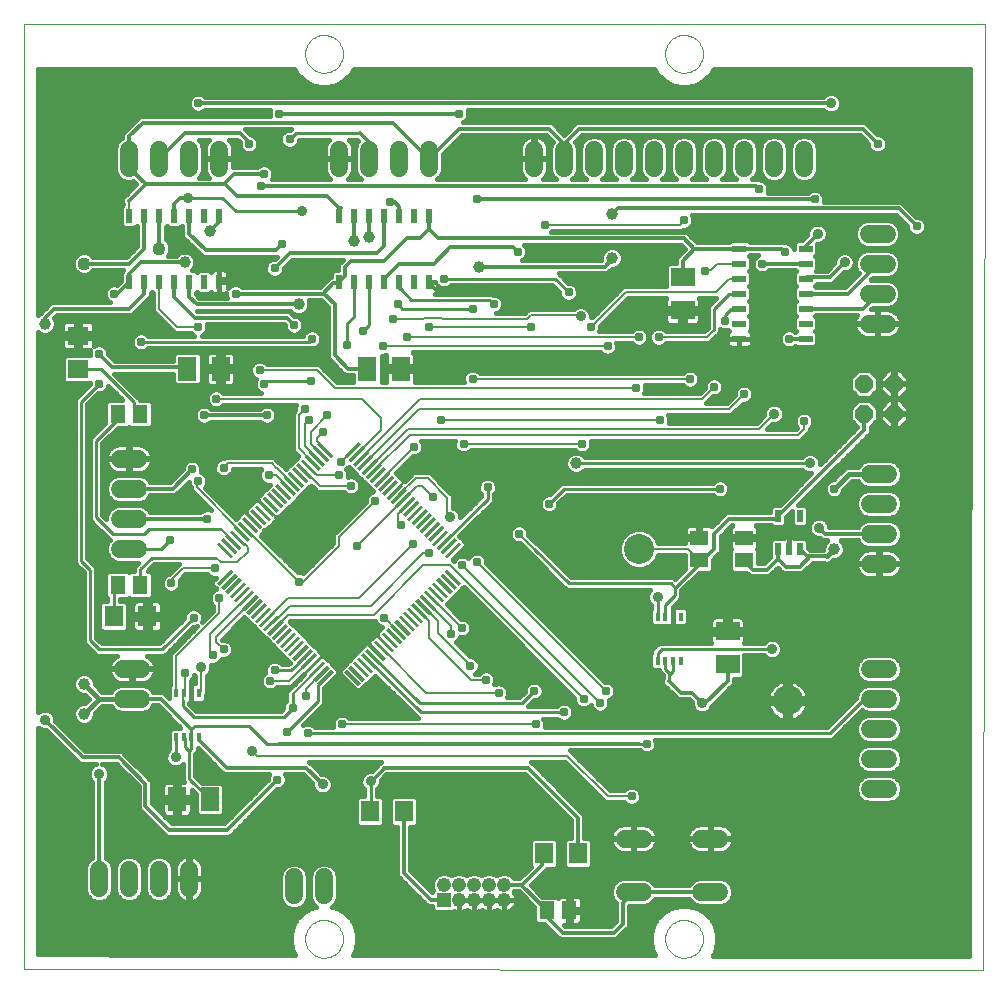
<source format=gtl>
G75*
%MOIN*%
%OFA0B0*%
%FSLAX24Y24*%
%IPPOS*%
%LPD*%
%AMOC8*
5,1,8,0,0,1.08239X$1,22.5*
%
%ADD10C,0.0000*%
%ADD11C,0.0600*%
%ADD12R,0.0110X0.0660*%
%ADD13R,0.0591X0.0512*%
%ADD14R,0.0472X0.0236*%
%ADD15R,0.0787X0.0630*%
%ADD16R,0.0236X0.0472*%
%ADD17R,0.0630X0.0787*%
%ADD18R,0.0157X0.0315*%
%ADD19R,0.0217X0.0433*%
%ADD20OC8,0.0600*%
%ADD21C,0.1000*%
%ADD22R,0.0476X0.0476*%
%ADD23C,0.0476*%
%ADD24R,0.0630X0.0710*%
%ADD25R,0.0512X0.0591*%
%ADD26R,0.0710X0.0630*%
%ADD27R,0.0512X0.0630*%
%ADD28C,0.0160*%
%ADD29C,0.0080*%
%ADD30C,0.0120*%
%ADD31C,0.0357*%
%ADD32C,0.0310*%
%ADD33C,0.0100*%
%ADD34C,0.0396*%
%ADD35C,0.0110*%
%ADD36C,0.0436*%
D10*
X003760Y002393D02*
X003760Y033889D01*
X035780Y033889D01*
X035730Y002343D01*
X003760Y002393D01*
X013130Y003393D02*
X013132Y003443D01*
X013138Y003493D01*
X013148Y003542D01*
X013162Y003590D01*
X013179Y003637D01*
X013200Y003682D01*
X013225Y003726D01*
X013253Y003767D01*
X013285Y003806D01*
X013319Y003843D01*
X013356Y003877D01*
X013396Y003907D01*
X013438Y003934D01*
X013482Y003958D01*
X013528Y003979D01*
X013575Y003995D01*
X013623Y004008D01*
X013673Y004017D01*
X013722Y004022D01*
X013773Y004023D01*
X013823Y004020D01*
X013872Y004013D01*
X013921Y004002D01*
X013969Y003987D01*
X014015Y003969D01*
X014060Y003947D01*
X014103Y003921D01*
X014144Y003892D01*
X014183Y003860D01*
X014219Y003825D01*
X014251Y003787D01*
X014281Y003747D01*
X014308Y003704D01*
X014331Y003660D01*
X014350Y003614D01*
X014366Y003566D01*
X014378Y003517D01*
X014386Y003468D01*
X014390Y003418D01*
X014390Y003368D01*
X014386Y003318D01*
X014378Y003269D01*
X014366Y003220D01*
X014350Y003172D01*
X014331Y003126D01*
X014308Y003082D01*
X014281Y003039D01*
X014251Y002999D01*
X014219Y002961D01*
X014183Y002926D01*
X014144Y002894D01*
X014103Y002865D01*
X014060Y002839D01*
X014015Y002817D01*
X013969Y002799D01*
X013921Y002784D01*
X013872Y002773D01*
X013823Y002766D01*
X013773Y002763D01*
X013722Y002764D01*
X013673Y002769D01*
X013623Y002778D01*
X013575Y002791D01*
X013528Y002807D01*
X013482Y002828D01*
X013438Y002852D01*
X013396Y002879D01*
X013356Y002909D01*
X013319Y002943D01*
X013285Y002980D01*
X013253Y003019D01*
X013225Y003060D01*
X013200Y003104D01*
X013179Y003149D01*
X013162Y003196D01*
X013148Y003244D01*
X013138Y003293D01*
X013132Y003343D01*
X013130Y003393D01*
X025130Y003393D02*
X025132Y003443D01*
X025138Y003493D01*
X025148Y003542D01*
X025162Y003590D01*
X025179Y003637D01*
X025200Y003682D01*
X025225Y003726D01*
X025253Y003767D01*
X025285Y003806D01*
X025319Y003843D01*
X025356Y003877D01*
X025396Y003907D01*
X025438Y003934D01*
X025482Y003958D01*
X025528Y003979D01*
X025575Y003995D01*
X025623Y004008D01*
X025673Y004017D01*
X025722Y004022D01*
X025773Y004023D01*
X025823Y004020D01*
X025872Y004013D01*
X025921Y004002D01*
X025969Y003987D01*
X026015Y003969D01*
X026060Y003947D01*
X026103Y003921D01*
X026144Y003892D01*
X026183Y003860D01*
X026219Y003825D01*
X026251Y003787D01*
X026281Y003747D01*
X026308Y003704D01*
X026331Y003660D01*
X026350Y003614D01*
X026366Y003566D01*
X026378Y003517D01*
X026386Y003468D01*
X026390Y003418D01*
X026390Y003368D01*
X026386Y003318D01*
X026378Y003269D01*
X026366Y003220D01*
X026350Y003172D01*
X026331Y003126D01*
X026308Y003082D01*
X026281Y003039D01*
X026251Y002999D01*
X026219Y002961D01*
X026183Y002926D01*
X026144Y002894D01*
X026103Y002865D01*
X026060Y002839D01*
X026015Y002817D01*
X025969Y002799D01*
X025921Y002784D01*
X025872Y002773D01*
X025823Y002766D01*
X025773Y002763D01*
X025722Y002764D01*
X025673Y002769D01*
X025623Y002778D01*
X025575Y002791D01*
X025528Y002807D01*
X025482Y002828D01*
X025438Y002852D01*
X025396Y002879D01*
X025356Y002909D01*
X025319Y002943D01*
X025285Y002980D01*
X025253Y003019D01*
X025225Y003060D01*
X025200Y003104D01*
X025179Y003149D01*
X025162Y003196D01*
X025148Y003244D01*
X025138Y003293D01*
X025132Y003343D01*
X025130Y003393D01*
X025130Y032893D02*
X025132Y032943D01*
X025138Y032993D01*
X025148Y033042D01*
X025162Y033090D01*
X025179Y033137D01*
X025200Y033182D01*
X025225Y033226D01*
X025253Y033267D01*
X025285Y033306D01*
X025319Y033343D01*
X025356Y033377D01*
X025396Y033407D01*
X025438Y033434D01*
X025482Y033458D01*
X025528Y033479D01*
X025575Y033495D01*
X025623Y033508D01*
X025673Y033517D01*
X025722Y033522D01*
X025773Y033523D01*
X025823Y033520D01*
X025872Y033513D01*
X025921Y033502D01*
X025969Y033487D01*
X026015Y033469D01*
X026060Y033447D01*
X026103Y033421D01*
X026144Y033392D01*
X026183Y033360D01*
X026219Y033325D01*
X026251Y033287D01*
X026281Y033247D01*
X026308Y033204D01*
X026331Y033160D01*
X026350Y033114D01*
X026366Y033066D01*
X026378Y033017D01*
X026386Y032968D01*
X026390Y032918D01*
X026390Y032868D01*
X026386Y032818D01*
X026378Y032769D01*
X026366Y032720D01*
X026350Y032672D01*
X026331Y032626D01*
X026308Y032582D01*
X026281Y032539D01*
X026251Y032499D01*
X026219Y032461D01*
X026183Y032426D01*
X026144Y032394D01*
X026103Y032365D01*
X026060Y032339D01*
X026015Y032317D01*
X025969Y032299D01*
X025921Y032284D01*
X025872Y032273D01*
X025823Y032266D01*
X025773Y032263D01*
X025722Y032264D01*
X025673Y032269D01*
X025623Y032278D01*
X025575Y032291D01*
X025528Y032307D01*
X025482Y032328D01*
X025438Y032352D01*
X025396Y032379D01*
X025356Y032409D01*
X025319Y032443D01*
X025285Y032480D01*
X025253Y032519D01*
X025225Y032560D01*
X025200Y032604D01*
X025179Y032649D01*
X025162Y032696D01*
X025148Y032744D01*
X025138Y032793D01*
X025132Y032843D01*
X025130Y032893D01*
X013130Y032893D02*
X013132Y032943D01*
X013138Y032993D01*
X013148Y033042D01*
X013162Y033090D01*
X013179Y033137D01*
X013200Y033182D01*
X013225Y033226D01*
X013253Y033267D01*
X013285Y033306D01*
X013319Y033343D01*
X013356Y033377D01*
X013396Y033407D01*
X013438Y033434D01*
X013482Y033458D01*
X013528Y033479D01*
X013575Y033495D01*
X013623Y033508D01*
X013673Y033517D01*
X013722Y033522D01*
X013773Y033523D01*
X013823Y033520D01*
X013872Y033513D01*
X013921Y033502D01*
X013969Y033487D01*
X014015Y033469D01*
X014060Y033447D01*
X014103Y033421D01*
X014144Y033392D01*
X014183Y033360D01*
X014219Y033325D01*
X014251Y033287D01*
X014281Y033247D01*
X014308Y033204D01*
X014331Y033160D01*
X014350Y033114D01*
X014366Y033066D01*
X014378Y033017D01*
X014386Y032968D01*
X014390Y032918D01*
X014390Y032868D01*
X014386Y032818D01*
X014378Y032769D01*
X014366Y032720D01*
X014350Y032672D01*
X014331Y032626D01*
X014308Y032582D01*
X014281Y032539D01*
X014251Y032499D01*
X014219Y032461D01*
X014183Y032426D01*
X014144Y032394D01*
X014103Y032365D01*
X014060Y032339D01*
X014015Y032317D01*
X013969Y032299D01*
X013921Y032284D01*
X013872Y032273D01*
X013823Y032266D01*
X013773Y032263D01*
X013722Y032264D01*
X013673Y032269D01*
X013623Y032278D01*
X013575Y032291D01*
X013528Y032307D01*
X013482Y032328D01*
X013438Y032352D01*
X013396Y032379D01*
X013356Y032409D01*
X013319Y032443D01*
X013285Y032480D01*
X013253Y032519D01*
X013225Y032560D01*
X013200Y032604D01*
X013179Y032649D01*
X013162Y032696D01*
X013148Y032744D01*
X013138Y032793D01*
X013132Y032843D01*
X013130Y032893D01*
D11*
X014260Y029693D02*
X014260Y029093D01*
X015260Y029093D02*
X015260Y029693D01*
X016260Y029693D02*
X016260Y029093D01*
X017260Y029093D02*
X017260Y029693D01*
X020760Y029693D02*
X020760Y029093D01*
X021760Y029093D02*
X021760Y029693D01*
X022760Y029693D02*
X022760Y029093D01*
X023760Y029093D02*
X023760Y029693D01*
X024760Y029693D02*
X024760Y029093D01*
X025760Y029093D02*
X025760Y029693D01*
X026760Y029693D02*
X026760Y029093D01*
X027760Y029093D02*
X027760Y029693D01*
X028760Y029693D02*
X028760Y029093D01*
X029760Y029093D02*
X029760Y029693D01*
X031910Y026893D02*
X032510Y026893D01*
X032510Y025893D02*
X031910Y025893D01*
X031910Y024893D02*
X032510Y024893D01*
X032510Y023893D02*
X031910Y023893D01*
X031960Y018893D02*
X032560Y018893D01*
X032560Y017893D02*
X031960Y017893D01*
X031960Y016893D02*
X032560Y016893D01*
X032560Y015893D02*
X031960Y015893D01*
X031960Y012393D02*
X032560Y012393D01*
X032560Y011393D02*
X031960Y011393D01*
X031960Y010393D02*
X032560Y010393D01*
X032560Y009393D02*
X031960Y009393D01*
X031960Y008393D02*
X032560Y008393D01*
X026940Y006733D02*
X026340Y006733D01*
X026340Y004953D02*
X026940Y004953D01*
X024380Y004953D02*
X023780Y004953D01*
X023780Y006733D02*
X024380Y006733D01*
X013760Y005443D02*
X013760Y004843D01*
X012760Y004843D02*
X012760Y005443D01*
X009260Y005693D02*
X009260Y005093D01*
X008260Y005093D02*
X008260Y005693D01*
X007260Y005693D02*
X007260Y005093D01*
X006260Y005093D02*
X006260Y005693D01*
X007060Y011393D02*
X007660Y011393D01*
X007660Y012393D02*
X007060Y012393D01*
X006960Y016393D02*
X007560Y016393D01*
X007560Y017393D02*
X006960Y017393D01*
X006960Y018393D02*
X007560Y018393D01*
X007560Y019393D02*
X006960Y019393D01*
X007260Y029093D02*
X007260Y029693D01*
X008260Y029693D02*
X008260Y029093D01*
X009260Y029093D02*
X009260Y029693D01*
X010260Y029693D02*
X010260Y029093D01*
D12*
G36*
X014079Y019489D02*
X014001Y019411D01*
X013535Y019877D01*
X013613Y019955D01*
X014079Y019489D01*
G37*
G36*
X013945Y019355D02*
X013867Y019277D01*
X013401Y019743D01*
X013479Y019821D01*
X013945Y019355D01*
G37*
G36*
X013803Y019214D02*
X013725Y019136D01*
X013259Y019602D01*
X013337Y019680D01*
X013803Y019214D01*
G37*
G36*
X013662Y019072D02*
X013584Y018994D01*
X013118Y019460D01*
X013196Y019538D01*
X013662Y019072D01*
G37*
G36*
X013520Y018931D02*
X013442Y018853D01*
X012976Y019319D01*
X013054Y019397D01*
X013520Y018931D01*
G37*
G36*
X013386Y018796D02*
X013308Y018718D01*
X012842Y019184D01*
X012920Y019262D01*
X013386Y018796D01*
G37*
G36*
X013245Y018655D02*
X013167Y018577D01*
X012701Y019043D01*
X012779Y019121D01*
X013245Y018655D01*
G37*
G36*
X013103Y018514D02*
X013025Y018436D01*
X012559Y018902D01*
X012637Y018980D01*
X013103Y018514D01*
G37*
G36*
X012969Y018379D02*
X012891Y018301D01*
X012425Y018767D01*
X012503Y018845D01*
X012969Y018379D01*
G37*
G36*
X012827Y018238D02*
X012749Y018160D01*
X012283Y018626D01*
X012361Y018704D01*
X012827Y018238D01*
G37*
G36*
X012686Y018096D02*
X012608Y018018D01*
X012142Y018484D01*
X012220Y018562D01*
X012686Y018096D01*
G37*
G36*
X012552Y017962D02*
X012474Y017884D01*
X012008Y018350D01*
X012086Y018428D01*
X012552Y017962D01*
G37*
G36*
X012410Y017821D02*
X012332Y017743D01*
X011866Y018209D01*
X011944Y018287D01*
X012410Y017821D01*
G37*
G36*
X012269Y017679D02*
X012191Y017601D01*
X011725Y018067D01*
X011803Y018145D01*
X012269Y017679D01*
G37*
G36*
X012134Y017545D02*
X012056Y017467D01*
X011590Y017933D01*
X011668Y018011D01*
X012134Y017545D01*
G37*
G36*
X011993Y017403D02*
X011915Y017325D01*
X011449Y017791D01*
X011527Y017869D01*
X011993Y017403D01*
G37*
G36*
X011852Y017262D02*
X011774Y017184D01*
X011308Y017650D01*
X011386Y017728D01*
X011852Y017262D01*
G37*
G36*
X011717Y017128D02*
X011639Y017050D01*
X011173Y017516D01*
X011251Y017594D01*
X011717Y017128D01*
G37*
G36*
X011576Y016986D02*
X011498Y016908D01*
X011032Y017374D01*
X011110Y017452D01*
X011576Y016986D01*
G37*
G36*
X011434Y016845D02*
X011356Y016767D01*
X010890Y017233D01*
X010968Y017311D01*
X011434Y016845D01*
G37*
G36*
X011300Y016710D02*
X011222Y016632D01*
X010756Y017098D01*
X010834Y017176D01*
X011300Y016710D01*
G37*
G36*
X011159Y016569D02*
X011081Y016491D01*
X010615Y016957D01*
X010693Y017035D01*
X011159Y016569D01*
G37*
G36*
X011017Y016428D02*
X010939Y016350D01*
X010473Y016816D01*
X010551Y016894D01*
X011017Y016428D01*
G37*
G36*
X010876Y016286D02*
X010798Y016208D01*
X010332Y016674D01*
X010410Y016752D01*
X010876Y016286D01*
G37*
G36*
X010741Y016152D02*
X010663Y016074D01*
X010197Y016540D01*
X010275Y016618D01*
X010741Y016152D01*
G37*
G36*
X010663Y015713D02*
X010741Y015635D01*
X010275Y015169D01*
X010197Y015247D01*
X010663Y015713D01*
G37*
G36*
X010798Y015578D02*
X010876Y015500D01*
X010410Y015034D01*
X010332Y015112D01*
X010798Y015578D01*
G37*
G36*
X010939Y015437D02*
X011017Y015359D01*
X010551Y014893D01*
X010473Y014971D01*
X010939Y015437D01*
G37*
G36*
X011081Y015296D02*
X011159Y015218D01*
X010693Y014752D01*
X010615Y014830D01*
X011081Y015296D01*
G37*
G36*
X011222Y015154D02*
X011300Y015076D01*
X010834Y014610D01*
X010756Y014688D01*
X011222Y015154D01*
G37*
G36*
X011356Y015020D02*
X011434Y014942D01*
X010968Y014476D01*
X010890Y014554D01*
X011356Y015020D01*
G37*
G36*
X011498Y014878D02*
X011576Y014800D01*
X011110Y014334D01*
X011032Y014412D01*
X011498Y014878D01*
G37*
G36*
X011639Y014737D02*
X011717Y014659D01*
X011251Y014193D01*
X011173Y014271D01*
X011639Y014737D01*
G37*
G36*
X011774Y014603D02*
X011852Y014525D01*
X011386Y014059D01*
X011308Y014137D01*
X011774Y014603D01*
G37*
G36*
X011915Y014461D02*
X011993Y014383D01*
X011527Y013917D01*
X011449Y013995D01*
X011915Y014461D01*
G37*
G36*
X012056Y014320D02*
X012134Y014242D01*
X011668Y013776D01*
X011590Y013854D01*
X012056Y014320D01*
G37*
G36*
X012191Y014185D02*
X012269Y014107D01*
X011803Y013641D01*
X011725Y013719D01*
X012191Y014185D01*
G37*
G36*
X012332Y014044D02*
X012410Y013966D01*
X011944Y013500D01*
X011866Y013578D01*
X012332Y014044D01*
G37*
G36*
X012474Y013903D02*
X012552Y013825D01*
X012086Y013359D01*
X012008Y013437D01*
X012474Y013903D01*
G37*
G36*
X012608Y013768D02*
X012686Y013690D01*
X012220Y013224D01*
X012142Y013302D01*
X012608Y013768D01*
G37*
G36*
X012749Y013627D02*
X012827Y013549D01*
X012361Y013083D01*
X012283Y013161D01*
X012749Y013627D01*
G37*
G36*
X012891Y013485D02*
X012969Y013407D01*
X012503Y012941D01*
X012425Y013019D01*
X012891Y013485D01*
G37*
G36*
X013025Y013351D02*
X013103Y013273D01*
X012637Y012807D01*
X012559Y012885D01*
X013025Y013351D01*
G37*
G36*
X013167Y013210D02*
X013245Y013132D01*
X012779Y012666D01*
X012701Y012744D01*
X013167Y013210D01*
G37*
G36*
X013308Y013068D02*
X013386Y012990D01*
X012920Y012524D01*
X012842Y012602D01*
X013308Y013068D01*
G37*
G36*
X013442Y012934D02*
X013520Y012856D01*
X013054Y012390D01*
X012976Y012468D01*
X013442Y012934D01*
G37*
G36*
X013584Y012792D02*
X013662Y012714D01*
X013196Y012248D01*
X013118Y012326D01*
X013584Y012792D01*
G37*
G36*
X013725Y012651D02*
X013803Y012573D01*
X013337Y012107D01*
X013259Y012185D01*
X013725Y012651D01*
G37*
G36*
X013867Y012510D02*
X013945Y012432D01*
X013479Y011966D01*
X013401Y012044D01*
X013867Y012510D01*
G37*
G36*
X014001Y012375D02*
X014079Y012297D01*
X013613Y011831D01*
X013535Y011909D01*
X014001Y012375D01*
G37*
G36*
X014984Y011909D02*
X014906Y011831D01*
X014440Y012297D01*
X014518Y012375D01*
X014984Y011909D01*
G37*
G36*
X015118Y012044D02*
X015040Y011966D01*
X014574Y012432D01*
X014652Y012510D01*
X015118Y012044D01*
G37*
G36*
X015260Y012185D02*
X015182Y012107D01*
X014716Y012573D01*
X014794Y012651D01*
X015260Y012185D01*
G37*
G36*
X015401Y012326D02*
X015323Y012248D01*
X014857Y012714D01*
X014935Y012792D01*
X015401Y012326D01*
G37*
G36*
X015543Y012468D02*
X015465Y012390D01*
X014999Y012856D01*
X015077Y012934D01*
X015543Y012468D01*
G37*
G36*
X015677Y012602D02*
X015599Y012524D01*
X015133Y012990D01*
X015211Y013068D01*
X015677Y012602D01*
G37*
G36*
X015818Y012744D02*
X015740Y012666D01*
X015274Y013132D01*
X015352Y013210D01*
X015818Y012744D01*
G37*
G36*
X015960Y012885D02*
X015882Y012807D01*
X015416Y013273D01*
X015494Y013351D01*
X015960Y012885D01*
G37*
G36*
X016094Y013019D02*
X016016Y012941D01*
X015550Y013407D01*
X015628Y013485D01*
X016094Y013019D01*
G37*
G36*
X016236Y013161D02*
X016158Y013083D01*
X015692Y013549D01*
X015770Y013627D01*
X016236Y013161D01*
G37*
G36*
X016377Y013302D02*
X016299Y013224D01*
X015833Y013690D01*
X015911Y013768D01*
X016377Y013302D01*
G37*
G36*
X016511Y013437D02*
X016433Y013359D01*
X015967Y013825D01*
X016045Y013903D01*
X016511Y013437D01*
G37*
G36*
X016653Y013578D02*
X016575Y013500D01*
X016109Y013966D01*
X016187Y014044D01*
X016653Y013578D01*
G37*
G36*
X016794Y013719D02*
X016716Y013641D01*
X016250Y014107D01*
X016328Y014185D01*
X016794Y013719D01*
G37*
G36*
X016929Y013854D02*
X016851Y013776D01*
X016385Y014242D01*
X016463Y014320D01*
X016929Y013854D01*
G37*
G36*
X017070Y013995D02*
X016992Y013917D01*
X016526Y014383D01*
X016604Y014461D01*
X017070Y013995D01*
G37*
G36*
X017211Y014137D02*
X017133Y014059D01*
X016667Y014525D01*
X016745Y014603D01*
X017211Y014137D01*
G37*
G36*
X017346Y014271D02*
X017268Y014193D01*
X016802Y014659D01*
X016880Y014737D01*
X017346Y014271D01*
G37*
G36*
X017487Y014412D02*
X017409Y014334D01*
X016943Y014800D01*
X017021Y014878D01*
X017487Y014412D01*
G37*
G36*
X017629Y014554D02*
X017551Y014476D01*
X017085Y014942D01*
X017163Y015020D01*
X017629Y014554D01*
G37*
G36*
X017763Y014688D02*
X017685Y014610D01*
X017219Y015076D01*
X017297Y015154D01*
X017763Y014688D01*
G37*
G36*
X017904Y014830D02*
X017826Y014752D01*
X017360Y015218D01*
X017438Y015296D01*
X017904Y014830D01*
G37*
G36*
X018046Y014971D02*
X017968Y014893D01*
X017502Y015359D01*
X017580Y015437D01*
X018046Y014971D01*
G37*
G36*
X018187Y015112D02*
X018109Y015034D01*
X017643Y015500D01*
X017721Y015578D01*
X018187Y015112D01*
G37*
G36*
X018322Y015247D02*
X018244Y015169D01*
X017778Y015635D01*
X017856Y015713D01*
X018322Y015247D01*
G37*
G36*
X018244Y016618D02*
X018322Y016540D01*
X017856Y016074D01*
X017778Y016152D01*
X018244Y016618D01*
G37*
G36*
X018109Y016752D02*
X018187Y016674D01*
X017721Y016208D01*
X017643Y016286D01*
X018109Y016752D01*
G37*
G36*
X017968Y016894D02*
X018046Y016816D01*
X017580Y016350D01*
X017502Y016428D01*
X017968Y016894D01*
G37*
G36*
X017826Y017035D02*
X017904Y016957D01*
X017438Y016491D01*
X017360Y016569D01*
X017826Y017035D01*
G37*
G36*
X017685Y017176D02*
X017763Y017098D01*
X017297Y016632D01*
X017219Y016710D01*
X017685Y017176D01*
G37*
G36*
X017551Y017311D02*
X017629Y017233D01*
X017163Y016767D01*
X017085Y016845D01*
X017551Y017311D01*
G37*
G36*
X017409Y017452D02*
X017487Y017374D01*
X017021Y016908D01*
X016943Y016986D01*
X017409Y017452D01*
G37*
G36*
X017268Y017594D02*
X017346Y017516D01*
X016880Y017050D01*
X016802Y017128D01*
X017268Y017594D01*
G37*
G36*
X017133Y017728D02*
X017211Y017650D01*
X016745Y017184D01*
X016667Y017262D01*
X017133Y017728D01*
G37*
G36*
X016992Y017869D02*
X017070Y017791D01*
X016604Y017325D01*
X016526Y017403D01*
X016992Y017869D01*
G37*
G36*
X016851Y018011D02*
X016929Y017933D01*
X016463Y017467D01*
X016385Y017545D01*
X016851Y018011D01*
G37*
G36*
X016716Y018145D02*
X016794Y018067D01*
X016328Y017601D01*
X016250Y017679D01*
X016716Y018145D01*
G37*
G36*
X016575Y018287D02*
X016653Y018209D01*
X016187Y017743D01*
X016109Y017821D01*
X016575Y018287D01*
G37*
G36*
X016433Y018428D02*
X016511Y018350D01*
X016045Y017884D01*
X015967Y017962D01*
X016433Y018428D01*
G37*
G36*
X016299Y018562D02*
X016377Y018484D01*
X015911Y018018D01*
X015833Y018096D01*
X016299Y018562D01*
G37*
G36*
X016158Y018704D02*
X016236Y018626D01*
X015770Y018160D01*
X015692Y018238D01*
X016158Y018704D01*
G37*
G36*
X016016Y018845D02*
X016094Y018767D01*
X015628Y018301D01*
X015550Y018379D01*
X016016Y018845D01*
G37*
G36*
X015882Y018980D02*
X015960Y018902D01*
X015494Y018436D01*
X015416Y018514D01*
X015882Y018980D01*
G37*
G36*
X015740Y019121D02*
X015818Y019043D01*
X015352Y018577D01*
X015274Y018655D01*
X015740Y019121D01*
G37*
G36*
X015599Y019262D02*
X015677Y019184D01*
X015211Y018718D01*
X015133Y018796D01*
X015599Y019262D01*
G37*
G36*
X015465Y019397D02*
X015543Y019319D01*
X015077Y018853D01*
X014999Y018931D01*
X015465Y019397D01*
G37*
G36*
X015323Y019538D02*
X015401Y019460D01*
X014935Y018994D01*
X014857Y019072D01*
X015323Y019538D01*
G37*
G36*
X015182Y019680D02*
X015260Y019602D01*
X014794Y019136D01*
X014716Y019214D01*
X015182Y019680D01*
G37*
G36*
X015040Y019821D02*
X015118Y019743D01*
X014652Y019277D01*
X014574Y019355D01*
X015040Y019821D01*
G37*
G36*
X014906Y019955D02*
X014984Y019877D01*
X014518Y019411D01*
X014440Y019489D01*
X014906Y019955D01*
G37*
D13*
X026260Y016767D03*
X026260Y016019D03*
X027760Y016019D03*
X027760Y016767D03*
D14*
X027607Y023393D03*
X027607Y023893D03*
X027607Y024393D03*
X027607Y024893D03*
X027607Y025393D03*
X027607Y025893D03*
X027607Y026393D03*
X029812Y026393D03*
X029812Y025893D03*
X029812Y025393D03*
X029812Y024893D03*
X029812Y024393D03*
X029812Y023893D03*
X029812Y023393D03*
D15*
X025710Y024342D03*
X025710Y025444D03*
X027210Y013644D03*
X027210Y012542D03*
D16*
X017260Y025291D03*
X016760Y025291D03*
X016260Y025291D03*
X015760Y025291D03*
X015260Y025291D03*
X014760Y025291D03*
X014260Y025291D03*
X014260Y027496D03*
X014760Y027496D03*
X015260Y027496D03*
X015760Y027496D03*
X016260Y027496D03*
X016760Y027496D03*
X017260Y027496D03*
X010260Y027496D03*
X009760Y027496D03*
X009260Y027496D03*
X008760Y027496D03*
X008260Y027496D03*
X007760Y027496D03*
X007260Y027496D03*
X007260Y025291D03*
X007760Y025291D03*
X008260Y025291D03*
X008760Y025291D03*
X009260Y025291D03*
X009760Y025291D03*
X010260Y025291D03*
D17*
X010311Y022393D03*
X009208Y022393D03*
X015208Y022393D03*
X016311Y022393D03*
X009961Y008043D03*
X008858Y008043D03*
D18*
X008826Y010105D03*
X009082Y010105D03*
X009337Y010105D03*
X009593Y010105D03*
X009593Y011581D03*
X009337Y011581D03*
X009082Y011581D03*
X008826Y011581D03*
X024876Y012655D03*
X025132Y012655D03*
X025387Y012655D03*
X025643Y012655D03*
X025643Y014131D03*
X025387Y014131D03*
X025132Y014131D03*
X024876Y014131D03*
D19*
X028885Y016381D03*
X029260Y016381D03*
X029634Y016381D03*
X029634Y017484D03*
X028885Y017484D03*
D20*
X031760Y020893D03*
X032760Y020893D03*
X032760Y021893D03*
X031760Y021893D03*
D21*
X024260Y016393D03*
X029210Y011343D03*
D22*
X017760Y004693D03*
D23*
X018260Y004693D03*
X018760Y004693D03*
X019260Y004693D03*
X019760Y004693D03*
X019760Y005193D03*
X019260Y005193D03*
X018760Y005193D03*
X018260Y005193D03*
X017760Y005193D03*
D24*
X016419Y007643D03*
X015300Y007643D03*
X021100Y006243D03*
X022219Y006243D03*
X007869Y014143D03*
X006750Y014143D03*
D25*
X021185Y004343D03*
X021934Y004343D03*
D26*
X005560Y022383D03*
X005560Y023503D03*
D27*
X006885Y020893D03*
X007634Y020893D03*
X007634Y015193D03*
X006885Y015193D03*
D28*
X006470Y015232D02*
X006170Y015232D01*
X006170Y015390D02*
X006470Y015390D01*
X006470Y015549D02*
X006170Y015549D01*
X006170Y015707D02*
X007424Y015707D01*
X007424Y015668D02*
X007311Y015668D01*
X007260Y015616D01*
X007208Y015668D01*
X006563Y015668D01*
X006470Y015575D01*
X006470Y014812D01*
X006540Y014742D01*
X006540Y014658D01*
X006368Y014658D01*
X006275Y014565D01*
X006275Y013722D01*
X006368Y013628D01*
X007131Y013628D01*
X007225Y013722D01*
X007225Y014565D01*
X007131Y014658D01*
X006960Y014658D01*
X006960Y014718D01*
X007208Y014718D01*
X007260Y014770D01*
X007311Y014718D01*
X007956Y014718D01*
X008049Y014812D01*
X008049Y015575D01*
X007956Y015668D01*
X007881Y015668D01*
X008096Y015883D01*
X008917Y015883D01*
X008860Y015826D01*
X008588Y015555D01*
X008481Y015510D01*
X008392Y015422D01*
X008345Y015306D01*
X008345Y015181D01*
X008392Y015065D01*
X008481Y014976D01*
X008597Y014928D01*
X008722Y014928D01*
X008838Y014976D01*
X008927Y015065D01*
X008975Y015181D01*
X008975Y015306D01*
X008954Y015355D01*
X009142Y015543D01*
X009864Y015543D01*
X009931Y015476D01*
X010047Y015428D01*
X010153Y015428D01*
X010037Y015313D01*
X010037Y015180D01*
X010172Y015046D01*
X010173Y015044D01*
X010091Y015010D01*
X010002Y014922D01*
X009955Y014806D01*
X009955Y014681D01*
X010002Y014565D01*
X010070Y014498D01*
X010070Y014336D01*
X009697Y013963D01*
X009725Y014031D01*
X009725Y014156D01*
X009677Y014272D01*
X009588Y014360D01*
X009472Y014408D01*
X009347Y014408D01*
X009231Y014360D01*
X009142Y014272D01*
X009095Y014156D01*
X009095Y014075D01*
X008273Y013253D01*
X006346Y013253D01*
X006170Y013430D01*
X006170Y015780D01*
X006046Y015903D01*
X005870Y016080D01*
X005870Y021206D01*
X006241Y021578D01*
X006322Y021578D01*
X006438Y021626D01*
X006527Y021715D01*
X006575Y021831D01*
X007038Y021368D01*
X006563Y021368D01*
X006470Y021275D01*
X006470Y020600D01*
X005950Y020080D01*
X005950Y017356D01*
X006073Y017233D01*
X006611Y016695D01*
X006570Y016654D01*
X006500Y016485D01*
X006500Y016302D01*
X006570Y016133D01*
X006699Y016003D01*
X006868Y015933D01*
X007553Y015933D01*
X007424Y015804D01*
X007424Y015668D01*
X007485Y015866D02*
X006084Y015866D01*
X006046Y015903D02*
X006046Y015903D01*
X005925Y016024D02*
X006678Y016024D01*
X006549Y016183D02*
X005870Y016183D01*
X005870Y016341D02*
X006500Y016341D01*
X006506Y016500D02*
X005870Y016500D01*
X005870Y016658D02*
X006574Y016658D01*
X006489Y016817D02*
X005870Y016817D01*
X005870Y016975D02*
X006331Y016975D01*
X006172Y017134D02*
X005870Y017134D01*
X005870Y017292D02*
X006014Y017292D01*
X005950Y017451D02*
X005870Y017451D01*
X005870Y017609D02*
X005950Y017609D01*
X005950Y017768D02*
X005870Y017768D01*
X005870Y017926D02*
X005950Y017926D01*
X005950Y018085D02*
X005870Y018085D01*
X005870Y018243D02*
X005950Y018243D01*
X005950Y018402D02*
X005870Y018402D01*
X005870Y018560D02*
X005950Y018560D01*
X005950Y018719D02*
X005870Y018719D01*
X005870Y018877D02*
X005950Y018877D01*
X005950Y019036D02*
X005870Y019036D01*
X005870Y019194D02*
X005950Y019194D01*
X005950Y019353D02*
X005870Y019353D01*
X005870Y019511D02*
X005950Y019511D01*
X005950Y019670D02*
X005870Y019670D01*
X005870Y019828D02*
X005950Y019828D01*
X005950Y019987D02*
X005870Y019987D01*
X005870Y020145D02*
X006015Y020145D01*
X005870Y020304D02*
X006173Y020304D01*
X006332Y020462D02*
X005870Y020462D01*
X005870Y020621D02*
X006470Y020621D01*
X006470Y020779D02*
X005870Y020779D01*
X005870Y020938D02*
X006470Y020938D01*
X006470Y021096D02*
X005870Y021096D01*
X005918Y021255D02*
X006470Y021255D01*
X006235Y021572D02*
X006834Y021572D01*
X006675Y021730D02*
X006533Y021730D01*
X006575Y021831D02*
X006575Y021831D01*
X006794Y022206D02*
X008733Y022206D01*
X008733Y022224D02*
X008733Y021933D01*
X008827Y021840D01*
X009590Y021840D01*
X009683Y021933D01*
X009683Y022853D01*
X009590Y022947D01*
X008827Y022947D01*
X008733Y022853D01*
X008733Y022664D01*
X006799Y022664D01*
X006575Y022889D01*
X006575Y022956D01*
X006527Y023072D01*
X006438Y023160D01*
X006322Y023208D01*
X006197Y023208D01*
X006094Y023166D01*
X006094Y023426D01*
X005637Y023426D01*
X005637Y023581D01*
X005482Y023581D01*
X005482Y023998D01*
X005181Y023998D01*
X005135Y023986D01*
X005094Y023962D01*
X005061Y023929D01*
X005037Y023888D01*
X005025Y023842D01*
X005025Y023581D01*
X005482Y023581D01*
X005482Y023426D01*
X005025Y023426D01*
X005025Y023164D01*
X005037Y023119D01*
X005061Y023078D01*
X005094Y023044D01*
X005135Y023020D01*
X005181Y023008D01*
X005482Y023008D01*
X005482Y023426D01*
X005637Y023426D01*
X005637Y023008D01*
X005938Y023008D01*
X005970Y023017D01*
X005945Y022956D01*
X005945Y022858D01*
X005138Y022858D01*
X005045Y022765D01*
X005045Y022002D01*
X005138Y021909D01*
X005945Y021909D01*
X005945Y021875D01*
X005573Y021503D01*
X005450Y021380D01*
X005450Y015906D01*
X005573Y015783D01*
X005750Y015606D01*
X005750Y013256D01*
X006050Y012956D01*
X006173Y012833D01*
X006866Y012833D01*
X006808Y012804D01*
X006747Y012759D01*
X006693Y012706D01*
X006649Y012645D01*
X006615Y012578D01*
X006591Y012506D01*
X006580Y012431D01*
X006580Y012413D01*
X007340Y012413D01*
X007340Y012373D01*
X007380Y012373D01*
X007380Y012413D01*
X008140Y012413D01*
X008140Y012431D01*
X008128Y012506D01*
X008104Y012578D01*
X008070Y012645D01*
X008026Y012706D01*
X007972Y012759D01*
X007911Y012804D01*
X007853Y012833D01*
X008446Y012833D01*
X009391Y013778D01*
X009472Y013778D01*
X009540Y013806D01*
X008626Y012892D01*
X008626Y011844D01*
X008587Y011805D01*
X008587Y011433D01*
X008407Y011613D01*
X008066Y011613D01*
X008049Y011654D01*
X007920Y011783D01*
X007751Y011853D01*
X006968Y011853D01*
X006799Y011783D01*
X006670Y011654D01*
X006661Y011633D01*
X006359Y011633D01*
X006118Y011875D01*
X006118Y011965D01*
X006063Y012096D01*
X005962Y012197D01*
X005831Y012251D01*
X005688Y012251D01*
X005557Y012197D01*
X005456Y012096D01*
X005401Y011965D01*
X005401Y011822D01*
X005456Y011690D01*
X005557Y011590D01*
X005688Y011535D01*
X005778Y011535D01*
X005920Y011393D01*
X005778Y011251D01*
X005688Y011251D01*
X005557Y011197D01*
X005456Y011096D01*
X005401Y010965D01*
X005401Y010822D01*
X005456Y010690D01*
X005557Y010590D01*
X005688Y010535D01*
X005831Y010535D01*
X005962Y010590D01*
X006063Y010690D01*
X006118Y010822D01*
X006118Y010912D01*
X006359Y011153D01*
X006661Y011153D01*
X006670Y011133D01*
X006799Y011003D01*
X006968Y010933D01*
X007751Y010933D01*
X007920Y011003D01*
X008049Y011133D01*
X008066Y011173D01*
X008224Y011173D01*
X008975Y010423D01*
X008681Y010423D01*
X008587Y010329D01*
X008587Y009881D01*
X008600Y009869D01*
X008600Y009712D01*
X008523Y009635D01*
X008471Y009511D01*
X008471Y009376D01*
X008523Y009252D01*
X008618Y009156D01*
X008742Y009105D01*
X008877Y009105D01*
X009001Y009156D01*
X009050Y009205D01*
X009050Y008656D01*
X009089Y008617D01*
X008936Y008617D01*
X008936Y008121D01*
X008781Y008121D01*
X008781Y008617D01*
X008520Y008617D01*
X008474Y008605D01*
X008433Y008581D01*
X008399Y008548D01*
X008376Y008506D01*
X008363Y008461D01*
X008363Y008121D01*
X008781Y008121D01*
X008781Y007966D01*
X008936Y007966D01*
X008936Y008121D01*
X009353Y008121D01*
X009353Y008354D01*
X009486Y008221D01*
X009486Y007583D01*
X009579Y007490D01*
X010342Y007490D01*
X010436Y007583D01*
X010436Y008503D01*
X010342Y008597D01*
X009704Y008597D01*
X009547Y008754D01*
X009470Y008831D01*
X009470Y009556D01*
X009547Y009634D01*
X009547Y009744D01*
X010290Y009002D01*
X010418Y008873D01*
X011934Y008873D01*
X011932Y008872D01*
X011885Y008756D01*
X011885Y008699D01*
X011860Y008674D01*
X010428Y007243D01*
X008691Y007243D01*
X008020Y007914D01*
X008020Y008654D01*
X007891Y008783D01*
X007891Y008783D01*
X007140Y009534D01*
X007140Y009534D01*
X007011Y009663D01*
X005801Y009663D01*
X004798Y010666D01*
X004798Y010761D01*
X004746Y010885D01*
X004651Y010980D01*
X004527Y011032D01*
X004392Y011032D01*
X004268Y010980D01*
X004240Y010952D01*
X004240Y010952D01*
X004240Y023607D01*
X004257Y023590D01*
X004388Y023535D01*
X004531Y023535D01*
X004662Y023590D01*
X004763Y023690D01*
X004818Y023822D01*
X004818Y023965D01*
X004766Y024089D01*
X004851Y024173D01*
X007351Y024173D01*
X007851Y024673D01*
X007980Y024802D01*
X007980Y024930D01*
X008010Y024960D01*
X008060Y024910D01*
X008060Y024310D01*
X008660Y023710D01*
X008777Y023593D01*
X009314Y023593D01*
X009381Y023526D01*
X009437Y023503D01*
X007895Y023503D01*
X007838Y023560D01*
X007722Y023608D01*
X007597Y023608D01*
X007481Y023560D01*
X007392Y023472D01*
X007345Y023356D01*
X007345Y023231D01*
X007392Y023115D01*
X007481Y023026D01*
X007597Y022978D01*
X007722Y022978D01*
X007838Y023026D01*
X007895Y023083D01*
X013285Y023083D01*
X013297Y023078D01*
X013422Y023078D01*
X013538Y023126D01*
X013627Y023215D01*
X013675Y023331D01*
X013675Y023456D01*
X013627Y023572D01*
X013538Y023660D01*
X013422Y023708D01*
X013297Y023708D01*
X013181Y023660D01*
X013092Y023572D01*
X013064Y023503D01*
X009683Y023503D01*
X009738Y023526D01*
X009827Y023615D01*
X009875Y023731D01*
X009875Y023856D01*
X009867Y023873D01*
X012418Y023873D01*
X012445Y023847D01*
X012445Y023781D01*
X012492Y023665D01*
X012581Y023576D01*
X012697Y023528D01*
X012822Y023528D01*
X012938Y023576D01*
X013027Y023665D01*
X013075Y023781D01*
X013075Y023906D01*
X013027Y024022D01*
X012938Y024110D01*
X012822Y024158D01*
X012756Y024158D01*
X012601Y024313D01*
X009551Y024313D01*
X009541Y024323D01*
X012623Y024323D01*
X012707Y024240D01*
X012838Y024185D01*
X012981Y024185D01*
X013112Y024240D01*
X013213Y024340D01*
X013268Y024472D01*
X013268Y024615D01*
X013243Y024673D01*
X013668Y024673D01*
X013890Y024452D01*
X013890Y022752D01*
X014018Y022623D01*
X014018Y022623D01*
X014340Y022302D01*
X014468Y022173D01*
X014733Y022173D01*
X014733Y021943D01*
X014192Y021943D01*
X013592Y022543D01*
X011855Y022543D01*
X011788Y022610D01*
X011672Y022658D01*
X011547Y022658D01*
X011431Y022610D01*
X011342Y022522D01*
X011295Y022406D01*
X011295Y022281D01*
X011342Y022165D01*
X011431Y022076D01*
X011485Y022054D01*
X011445Y021956D01*
X011445Y021831D01*
X011492Y021715D01*
X011581Y021626D01*
X011661Y021593D01*
X010405Y021593D01*
X010338Y021660D01*
X010222Y021708D01*
X010097Y021708D01*
X009981Y021660D01*
X009892Y021572D01*
X009845Y021456D01*
X009845Y021331D01*
X009892Y021215D01*
X009981Y021126D01*
X010097Y021078D01*
X010222Y021078D01*
X010338Y021126D01*
X010405Y021193D01*
X012831Y021193D01*
X012795Y021106D01*
X012795Y021011D01*
X012710Y020926D01*
X012710Y019664D01*
X012827Y019546D01*
X012902Y019471D01*
X012816Y019386D01*
X012816Y019386D01*
X012712Y019281D01*
X012712Y019281D01*
X012540Y019110D01*
X012540Y019110D01*
X012492Y019061D01*
X012377Y019176D01*
X012260Y019293D01*
X012242Y019293D01*
X012092Y019443D01*
X010477Y019443D01*
X010442Y019408D01*
X010347Y019408D01*
X010231Y019360D01*
X010142Y019272D01*
X010095Y019156D01*
X010095Y019031D01*
X010142Y018915D01*
X010231Y018826D01*
X010347Y018778D01*
X010472Y018778D01*
X010588Y018826D01*
X010677Y018915D01*
X010725Y019031D01*
X010725Y019043D01*
X011664Y019043D01*
X011642Y019022D01*
X011595Y018906D01*
X011595Y018781D01*
X011642Y018665D01*
X011731Y018576D01*
X011847Y018528D01*
X011959Y018528D01*
X011877Y018447D01*
X011706Y018275D01*
X011613Y018183D01*
X011598Y018179D01*
X011557Y018155D01*
X011502Y018099D01*
X011446Y018044D01*
X011422Y018003D01*
X011418Y017988D01*
X011319Y017888D01*
X011196Y017766D01*
X011181Y017762D01*
X011140Y017738D01*
X011085Y017682D01*
X011147Y017620D01*
X011147Y017620D01*
X011085Y017682D01*
X011029Y017627D01*
X011005Y017586D01*
X011001Y017571D01*
X010872Y017441D01*
X010872Y017441D01*
X010833Y017403D01*
X009799Y018437D01*
X009827Y018465D01*
X009875Y018581D01*
X009875Y018706D01*
X009827Y018822D01*
X009738Y018910D01*
X009659Y018943D01*
X009675Y018981D01*
X009675Y019106D01*
X009627Y019222D01*
X009538Y019310D01*
X009422Y019358D01*
X009297Y019358D01*
X009181Y019310D01*
X009092Y019222D01*
X009045Y019106D01*
X009045Y019039D01*
X008618Y018613D01*
X007966Y018613D01*
X007949Y018654D01*
X007820Y018783D01*
X007651Y018853D01*
X006868Y018853D01*
X006699Y018783D01*
X006570Y018654D01*
X006500Y018485D01*
X006500Y018302D01*
X006570Y018133D01*
X006699Y018003D01*
X006868Y017933D01*
X007651Y017933D01*
X007820Y018003D01*
X007949Y018133D01*
X007966Y018173D01*
X008801Y018173D01*
X008930Y018302D01*
X009245Y018617D01*
X009245Y018581D01*
X009292Y018465D01*
X009310Y018448D01*
X009310Y018360D01*
X009427Y018243D01*
X009990Y017680D01*
X009922Y017708D01*
X009797Y017708D01*
X009681Y017660D01*
X009634Y017613D01*
X007966Y017613D01*
X007949Y017654D01*
X007820Y017783D01*
X007651Y017853D01*
X006868Y017853D01*
X006699Y017783D01*
X006570Y017654D01*
X006500Y017485D01*
X006500Y017400D01*
X006370Y017530D01*
X006370Y019906D01*
X006882Y020418D01*
X007208Y020418D01*
X007260Y020470D01*
X007311Y020418D01*
X007956Y020418D01*
X008049Y020512D01*
X008049Y021275D01*
X007956Y021368D01*
X007620Y021368D01*
X007620Y021380D01*
X007496Y021503D01*
X006775Y022224D01*
X008733Y022224D01*
X008733Y022047D02*
X006952Y022047D01*
X007111Y021889D02*
X008778Y021889D01*
X008733Y022681D02*
X006783Y022681D01*
X006624Y022840D02*
X008733Y022840D01*
X008738Y023632D02*
X006094Y023632D01*
X006094Y023581D02*
X006094Y023842D01*
X006082Y023888D01*
X006058Y023929D01*
X006025Y023962D01*
X005984Y023986D01*
X005938Y023998D01*
X005637Y023998D01*
X005637Y023581D01*
X006094Y023581D01*
X006094Y023791D02*
X008579Y023791D01*
X008421Y023949D02*
X006038Y023949D01*
X005637Y023949D02*
X005482Y023949D01*
X005482Y023791D02*
X005637Y023791D01*
X005637Y023632D02*
X005482Y023632D01*
X005482Y023474D02*
X004240Y023474D01*
X004240Y023315D02*
X005025Y023315D01*
X005027Y023157D02*
X004240Y023157D01*
X004240Y022998D02*
X005962Y022998D01*
X006094Y023315D02*
X007345Y023315D01*
X007375Y023157D02*
X006441Y023157D01*
X006557Y022998D02*
X007548Y022998D01*
X007771Y022998D02*
X013890Y022998D01*
X013890Y022840D02*
X010798Y022840D01*
X010793Y022856D02*
X010770Y022898D01*
X010736Y022931D01*
X010695Y022955D01*
X010649Y022967D01*
X010388Y022967D01*
X010388Y022471D01*
X010233Y022471D01*
X010233Y022967D01*
X009972Y022967D01*
X009926Y022955D01*
X009885Y022931D01*
X009852Y022898D01*
X009828Y022856D01*
X009816Y022811D01*
X009816Y022471D01*
X010233Y022471D01*
X010233Y022316D01*
X009816Y022316D01*
X009816Y021976D01*
X009828Y021930D01*
X009852Y021889D01*
X009639Y021889D01*
X009683Y022047D02*
X009816Y022047D01*
X009816Y022206D02*
X009683Y022206D01*
X009683Y022364D02*
X010233Y022364D01*
X010233Y022316D02*
X010388Y022316D01*
X010388Y021820D01*
X010649Y021820D01*
X010695Y021832D01*
X010736Y021856D01*
X010770Y021889D01*
X010793Y021930D01*
X010806Y021976D01*
X010806Y022316D01*
X010388Y022316D01*
X010388Y022471D01*
X010806Y022471D01*
X010806Y022811D01*
X010793Y022856D01*
X010806Y022681D02*
X013960Y022681D01*
X014119Y022523D02*
X013613Y022523D01*
X013771Y022364D02*
X014277Y022364D01*
X014340Y022302D02*
X014340Y022302D01*
X014436Y022206D02*
X013930Y022206D01*
X014088Y022047D02*
X014733Y022047D01*
X015683Y022047D02*
X015816Y022047D01*
X015816Y021976D02*
X015824Y021943D01*
X015683Y021943D01*
X015683Y022828D01*
X015772Y022828D01*
X015826Y022851D01*
X015816Y022811D01*
X015816Y022471D01*
X016233Y022471D01*
X016233Y022316D01*
X015816Y022316D01*
X015816Y021976D01*
X015816Y022206D02*
X015683Y022206D01*
X015683Y022364D02*
X016233Y022364D01*
X016388Y022364D02*
X032552Y022364D01*
X032561Y022373D02*
X032280Y022092D01*
X032280Y021913D01*
X032740Y021913D01*
X032740Y022373D01*
X032561Y022373D01*
X032740Y022364D02*
X032780Y022364D01*
X032780Y022373D02*
X032780Y021913D01*
X033240Y021913D01*
X033240Y022092D01*
X032958Y022373D01*
X032780Y022373D01*
X032780Y022206D02*
X032740Y022206D01*
X032740Y022047D02*
X032780Y022047D01*
X032780Y021913D02*
X032740Y021913D01*
X032740Y021873D01*
X032780Y021873D01*
X032780Y021913D01*
X032780Y021889D02*
X035281Y021889D01*
X035281Y022047D02*
X033240Y022047D01*
X033240Y021873D02*
X032780Y021873D01*
X032780Y021413D01*
X032958Y021413D01*
X033240Y021694D01*
X033240Y021873D01*
X033240Y021730D02*
X035280Y021730D01*
X035280Y021572D02*
X033117Y021572D01*
X032958Y021413D02*
X035280Y021413D01*
X035280Y021255D02*
X033077Y021255D01*
X032958Y021373D02*
X033240Y021092D01*
X033240Y020913D01*
X032780Y020913D01*
X032780Y020873D01*
X033240Y020873D01*
X033240Y020694D01*
X032958Y020413D01*
X032780Y020413D01*
X032780Y020873D01*
X032740Y020873D01*
X032740Y020413D01*
X032561Y020413D01*
X032280Y020694D01*
X032280Y020873D01*
X032740Y020873D01*
X032740Y020913D01*
X032740Y021373D01*
X032561Y021373D01*
X032280Y021092D01*
X032280Y020913D01*
X032740Y020913D01*
X032780Y020913D01*
X032780Y021373D01*
X032958Y021373D01*
X032780Y021413D02*
X032740Y021413D01*
X032740Y021873D01*
X032280Y021873D01*
X032280Y021694D01*
X032561Y021413D01*
X032740Y021413D01*
X032740Y021255D02*
X032780Y021255D01*
X032780Y021096D02*
X032740Y021096D01*
X032740Y020938D02*
X032780Y020938D01*
X032780Y020779D02*
X032740Y020779D01*
X032740Y020621D02*
X032780Y020621D01*
X032780Y020462D02*
X032740Y020462D01*
X032512Y020462D02*
X031980Y020462D01*
X031980Y020463D02*
X032220Y020703D01*
X032220Y021084D01*
X031950Y021353D01*
X031569Y021353D01*
X031300Y021084D01*
X031300Y020703D01*
X031540Y020463D01*
X031540Y020449D01*
X030298Y019207D01*
X030298Y019311D01*
X030246Y019435D01*
X030151Y019530D01*
X030027Y019582D01*
X029892Y019582D01*
X029768Y019530D01*
X029691Y019453D01*
X022456Y019453D01*
X022362Y019547D01*
X022231Y019601D01*
X022088Y019601D01*
X021957Y019547D01*
X021856Y019446D01*
X021801Y019315D01*
X021801Y019172D01*
X021856Y019040D01*
X021957Y018940D01*
X022088Y018885D01*
X022231Y018885D01*
X022362Y018940D01*
X022456Y019033D01*
X029691Y019033D01*
X029768Y018956D01*
X029892Y018905D01*
X029995Y018905D01*
X028951Y017860D01*
X028711Y017860D01*
X028617Y017767D01*
X028617Y017613D01*
X027168Y017613D01*
X027040Y017484D01*
X026694Y017139D01*
X026665Y017167D01*
X026624Y017191D01*
X026578Y017203D01*
X026307Y017203D01*
X026307Y016815D01*
X026212Y016815D01*
X026212Y017203D01*
X025941Y017203D01*
X025895Y017191D01*
X025854Y017167D01*
X025820Y017134D01*
X025797Y017093D01*
X025784Y017047D01*
X025784Y016815D01*
X026212Y016815D01*
X026212Y016719D01*
X025784Y016719D01*
X025784Y016593D01*
X024891Y016593D01*
X024819Y016767D01*
X024633Y016953D01*
X024391Y017053D01*
X024128Y017053D01*
X023886Y016953D01*
X023700Y016767D01*
X023600Y016525D01*
X023600Y016262D01*
X023700Y016019D01*
X023886Y015834D01*
X024128Y015733D01*
X024391Y015733D01*
X024633Y015834D01*
X024819Y016019D01*
X024891Y016193D01*
X025803Y016193D01*
X025804Y016192D01*
X025804Y015735D01*
X025460Y015390D01*
X025459Y015390D01*
X025460Y015390D02*
X025396Y015453D01*
X021996Y015453D01*
X020846Y016603D01*
X020832Y016603D01*
X020575Y016861D01*
X020575Y016956D01*
X020527Y017072D01*
X020438Y017160D01*
X020322Y017208D01*
X020197Y017208D01*
X020081Y017160D01*
X019992Y017072D01*
X019945Y016956D01*
X019945Y016831D01*
X019992Y016715D01*
X020081Y016626D01*
X020197Y016578D01*
X020292Y016578D01*
X020550Y016320D01*
X020550Y016306D01*
X021700Y015156D01*
X021823Y015033D01*
X024641Y015033D01*
X024593Y014985D01*
X024541Y014861D01*
X024541Y014726D01*
X024593Y014602D01*
X024670Y014525D01*
X024670Y014388D01*
X024637Y014355D01*
X024637Y013908D01*
X024731Y013814D01*
X025226Y013814D01*
X025239Y013806D01*
X025285Y013794D01*
X025387Y013794D01*
X025387Y014131D01*
X025387Y014131D01*
X025387Y013794D01*
X025490Y013794D01*
X025536Y013806D01*
X025549Y013814D01*
X025788Y013814D01*
X025882Y013908D01*
X025882Y014355D01*
X025788Y014449D01*
X025549Y014449D01*
X025536Y014457D01*
X025490Y014469D01*
X025387Y014469D01*
X025382Y014469D01*
X025546Y014633D01*
X025670Y014756D01*
X025670Y015006D01*
X026267Y015603D01*
X026621Y015603D01*
X026715Y015697D01*
X026715Y016037D01*
X026851Y016173D01*
X026980Y016302D01*
X026980Y016802D01*
X027351Y017173D01*
X027364Y017173D01*
X027354Y017167D01*
X027320Y017134D01*
X027297Y017093D01*
X027284Y017047D01*
X027284Y016815D01*
X027712Y016815D01*
X027712Y016719D01*
X027284Y016719D01*
X027284Y016488D01*
X027297Y016442D01*
X027320Y016401D01*
X027342Y016379D01*
X027304Y016341D01*
X026980Y016341D01*
X026980Y016500D02*
X027284Y016500D01*
X027284Y016658D02*
X026980Y016658D01*
X026994Y016817D02*
X027284Y016817D01*
X027284Y016975D02*
X027153Y016975D01*
X027311Y017134D02*
X027320Y017134D01*
X027006Y017451D02*
X018900Y017451D01*
X019059Y017609D02*
X021122Y017609D01*
X021081Y017626D02*
X021197Y017578D01*
X021322Y017578D01*
X021438Y017626D01*
X021527Y017715D01*
X021575Y017831D01*
X021575Y017911D01*
X021846Y018183D01*
X026724Y018183D01*
X026781Y018126D01*
X026897Y018078D01*
X027022Y018078D01*
X027138Y018126D01*
X027227Y018215D01*
X027275Y018331D01*
X027275Y018456D01*
X027227Y018572D01*
X027138Y018660D01*
X027022Y018708D01*
X026897Y018708D01*
X026781Y018660D01*
X026724Y018603D01*
X021846Y018603D01*
X021673Y018603D01*
X021278Y018208D01*
X021197Y018208D01*
X021081Y018160D01*
X020992Y018072D01*
X020945Y017956D01*
X020945Y017831D01*
X020992Y017715D01*
X021081Y017626D01*
X020971Y017768D02*
X019217Y017768D01*
X019376Y017926D02*
X020945Y017926D01*
X021006Y018085D02*
X019420Y018085D01*
X019420Y017970D02*
X019420Y018208D01*
X019477Y018265D01*
X019525Y018381D01*
X019525Y018506D01*
X019477Y018622D01*
X019388Y018710D01*
X019272Y018758D01*
X019147Y018758D01*
X019031Y018710D01*
X018942Y018622D01*
X018895Y018506D01*
X018895Y018381D01*
X018942Y018265D01*
X019000Y018208D01*
X019000Y018144D01*
X018298Y017443D01*
X018298Y017511D01*
X018246Y017635D01*
X018151Y017730D01*
X018060Y017768D01*
X018623Y017768D01*
X018782Y017926D02*
X018060Y017926D01*
X018060Y017768D02*
X018060Y018176D01*
X017942Y018293D01*
X017292Y018943D01*
X016727Y018943D01*
X016610Y018826D01*
X016450Y018667D01*
X016410Y018707D01*
X016369Y018730D01*
X016354Y018734D01*
X016254Y018834D01*
X016169Y018920D01*
X016727Y019478D01*
X016822Y019478D01*
X016938Y019526D01*
X017027Y019615D01*
X017075Y019731D01*
X017075Y019856D01*
X017027Y019972D01*
X017005Y019993D01*
X018110Y019993D01*
X018095Y019956D01*
X018095Y019831D01*
X018142Y019715D01*
X018231Y019626D01*
X018347Y019578D01*
X018472Y019578D01*
X018588Y019626D01*
X018655Y019693D01*
X022114Y019693D01*
X022181Y019626D01*
X022297Y019578D01*
X022422Y019578D01*
X022538Y019626D01*
X022627Y019715D01*
X022675Y019831D01*
X022675Y019956D01*
X022659Y019993D01*
X029642Y019993D01*
X029960Y020310D01*
X029960Y020398D01*
X030027Y020465D01*
X030075Y020581D01*
X030075Y020706D01*
X030027Y020822D01*
X029938Y020910D01*
X029822Y020958D01*
X029697Y020958D01*
X029581Y020910D01*
X029492Y020822D01*
X029445Y020706D01*
X029445Y020581D01*
X029492Y020465D01*
X029520Y020437D01*
X029477Y020393D01*
X028542Y020393D01*
X028704Y020555D01*
X028827Y020555D01*
X028951Y020606D01*
X029046Y020702D01*
X029098Y020826D01*
X029098Y020961D01*
X029046Y021085D01*
X028951Y021180D01*
X028827Y021232D01*
X028692Y021232D01*
X028568Y021180D01*
X028473Y021085D01*
X028421Y020961D01*
X028421Y020838D01*
X028177Y020593D01*
X025259Y020593D01*
X025275Y020631D01*
X025275Y020756D01*
X025238Y020843D01*
X027342Y020843D01*
X027727Y021228D01*
X027822Y021228D01*
X027938Y021276D01*
X028027Y021365D01*
X028075Y021481D01*
X028075Y021606D01*
X028027Y021722D01*
X027938Y021810D01*
X027822Y021858D01*
X027697Y021858D01*
X027581Y021810D01*
X027492Y021722D01*
X027445Y021606D01*
X027445Y021511D01*
X027177Y021243D01*
X026492Y021243D01*
X026727Y021478D01*
X026822Y021478D01*
X026938Y021526D01*
X027027Y021615D01*
X027075Y021731D01*
X027075Y021856D01*
X027027Y021972D01*
X026938Y022060D01*
X026822Y022108D01*
X026697Y022108D01*
X026581Y022060D01*
X026492Y021972D01*
X026445Y021856D01*
X026445Y021761D01*
X026277Y021593D01*
X024438Y021593D01*
X024475Y021681D01*
X024475Y021806D01*
X024459Y021843D01*
X025714Y021843D01*
X025781Y021776D01*
X025897Y021728D01*
X026022Y021728D01*
X026138Y021776D01*
X026227Y021865D01*
X026275Y021981D01*
X026275Y022106D01*
X026227Y022222D01*
X026138Y022310D01*
X026022Y022358D01*
X025897Y022358D01*
X025781Y022310D01*
X025714Y022243D01*
X018955Y022243D01*
X018888Y022310D01*
X018772Y022358D01*
X018647Y022358D01*
X018531Y022310D01*
X018442Y022222D01*
X018395Y022106D01*
X018395Y021981D01*
X018410Y021943D01*
X016797Y021943D01*
X016806Y021976D01*
X016806Y022316D01*
X016388Y022316D01*
X016388Y022471D01*
X016806Y022471D01*
X016806Y022811D01*
X016793Y022856D01*
X016770Y022898D01*
X016736Y022931D01*
X016715Y022943D01*
X022964Y022943D01*
X023031Y022876D01*
X023147Y022828D01*
X023272Y022828D01*
X023388Y022876D01*
X023477Y022965D01*
X023525Y023081D01*
X023525Y023206D01*
X023509Y023243D01*
X024014Y023243D01*
X024081Y023176D01*
X024197Y023128D01*
X024322Y023128D01*
X024438Y023176D01*
X024527Y023265D01*
X024575Y023381D01*
X024575Y023506D01*
X024527Y023622D01*
X024438Y023710D01*
X024322Y023758D01*
X024197Y023758D01*
X024081Y023710D01*
X024014Y023643D01*
X022938Y023643D01*
X022975Y023731D01*
X022975Y023825D01*
X023892Y024743D01*
X025158Y024743D01*
X025148Y024727D01*
X025136Y024681D01*
X025136Y024420D01*
X025632Y024420D01*
X025632Y024265D01*
X025136Y024265D01*
X025136Y024003D01*
X025148Y023958D01*
X025172Y023917D01*
X025205Y023883D01*
X025246Y023859D01*
X025292Y023847D01*
X025632Y023847D01*
X025632Y024265D01*
X025787Y024265D01*
X025787Y024420D01*
X026283Y024420D01*
X026283Y024681D01*
X026271Y024727D01*
X026261Y024743D01*
X026813Y024743D01*
X026673Y024603D01*
X026550Y024480D01*
X026550Y023766D01*
X026427Y023643D01*
X025155Y023643D01*
X025088Y023710D01*
X024972Y023758D01*
X024847Y023758D01*
X024731Y023710D01*
X024642Y023622D01*
X024595Y023506D01*
X024595Y023381D01*
X024642Y023265D01*
X024731Y023176D01*
X024847Y023128D01*
X024972Y023128D01*
X025088Y023176D01*
X025155Y023243D01*
X026592Y023243D01*
X026832Y023483D01*
X026846Y023483D01*
X026970Y023606D01*
X026970Y023710D01*
X027047Y023678D01*
X027172Y023678D01*
X027221Y023699D01*
X027263Y023657D01*
X027260Y023655D01*
X027227Y023622D01*
X027203Y023581D01*
X027191Y023535D01*
X027191Y023393D01*
X027191Y023251D01*
X027203Y023206D01*
X027227Y023165D01*
X027260Y023131D01*
X027301Y023107D01*
X027347Y023095D01*
X027607Y023095D01*
X027607Y023393D01*
X027607Y023393D01*
X027191Y023393D01*
X027607Y023393D01*
X027607Y023393D01*
X027607Y023095D01*
X027867Y023095D01*
X027913Y023107D01*
X027954Y023131D01*
X027987Y023165D01*
X028011Y023206D01*
X028023Y023251D01*
X028023Y023393D01*
X027607Y023393D01*
X027607Y023393D01*
X028023Y023393D01*
X028023Y023535D01*
X028011Y023581D01*
X027987Y023622D01*
X027954Y023655D01*
X027951Y023657D01*
X028003Y023709D01*
X028003Y024078D01*
X027938Y024143D01*
X028003Y024209D01*
X028003Y024578D01*
X027938Y024643D01*
X028003Y024709D01*
X028003Y025078D01*
X027938Y025143D01*
X028003Y025209D01*
X028003Y025578D01*
X027938Y025643D01*
X028003Y025709D01*
X028003Y026078D01*
X027938Y026143D01*
X027968Y026173D01*
X028212Y026173D01*
X028181Y026160D01*
X028092Y026072D01*
X028045Y025956D01*
X028045Y025831D01*
X028092Y025715D01*
X028181Y025626D01*
X028297Y025578D01*
X028422Y025578D01*
X028538Y025626D01*
X028585Y025673D01*
X029451Y025673D01*
X029481Y025643D01*
X029416Y025578D01*
X029416Y025209D01*
X029481Y025143D01*
X029416Y025078D01*
X029416Y024709D01*
X029481Y024643D01*
X029416Y024578D01*
X029416Y024209D01*
X029481Y024143D01*
X029416Y024078D01*
X029416Y023709D01*
X029481Y023643D01*
X029468Y023630D01*
X029438Y023660D01*
X029322Y023708D01*
X029197Y023708D01*
X029081Y023660D01*
X028992Y023572D01*
X028945Y023456D01*
X028945Y023331D01*
X028992Y023215D01*
X029081Y023126D01*
X029197Y023078D01*
X029322Y023078D01*
X029438Y023126D01*
X029468Y023156D01*
X029509Y023115D01*
X030114Y023115D01*
X030208Y023209D01*
X030208Y023578D01*
X030142Y023643D01*
X030208Y023709D01*
X030208Y024078D01*
X030142Y024143D01*
X030172Y024173D01*
X031520Y024173D01*
X031499Y024145D01*
X031465Y024078D01*
X031441Y024006D01*
X031430Y023931D01*
X031430Y023913D01*
X032190Y023913D01*
X032190Y024373D01*
X032001Y024373D01*
X032061Y024433D01*
X032601Y024433D01*
X032770Y024503D01*
X032899Y024633D01*
X032970Y024802D01*
X032970Y024985D01*
X032899Y025154D01*
X032770Y025283D01*
X032601Y025353D01*
X031981Y025353D01*
X032061Y025433D01*
X032601Y025433D01*
X032770Y025503D01*
X032899Y025633D01*
X032970Y025802D01*
X032970Y025985D01*
X032899Y026154D01*
X032770Y026283D01*
X032601Y026353D01*
X031818Y026353D01*
X031649Y026283D01*
X031520Y026154D01*
X031450Y025985D01*
X031450Y025802D01*
X031520Y025633D01*
X031579Y025574D01*
X031118Y025113D01*
X030172Y025113D01*
X030142Y025143D01*
X030208Y025209D01*
X030208Y025223D01*
X030701Y025223D01*
X030830Y025352D01*
X031082Y025605D01*
X031177Y025605D01*
X031301Y025656D01*
X031396Y025752D01*
X031448Y025876D01*
X031448Y026011D01*
X031396Y026135D01*
X031301Y026230D01*
X031177Y026282D01*
X031042Y026282D01*
X030918Y026230D01*
X030823Y026135D01*
X030771Y026011D01*
X030771Y025916D01*
X030518Y025663D01*
X030162Y025663D01*
X030208Y025709D01*
X030208Y026078D01*
X030142Y026143D01*
X030208Y026209D01*
X030208Y026555D01*
X030277Y026555D01*
X030401Y026606D01*
X030496Y026702D01*
X030548Y026826D01*
X030548Y026961D01*
X031450Y026961D01*
X031450Y026985D02*
X031450Y026802D01*
X031520Y026633D01*
X031649Y026503D01*
X031818Y026433D01*
X032601Y026433D01*
X032770Y026503D01*
X032899Y026633D01*
X032970Y026802D01*
X032970Y026985D01*
X032899Y027154D01*
X032770Y027283D01*
X032601Y027353D01*
X031818Y027353D01*
X031649Y027283D01*
X031520Y027154D01*
X031450Y026985D01*
X031505Y027119D02*
X030462Y027119D01*
X030496Y027085D02*
X030401Y027180D01*
X030277Y027232D01*
X030142Y027232D01*
X030018Y027180D01*
X029923Y027085D01*
X029871Y026961D01*
X025851Y026961D01*
X025848Y026963D02*
X021325Y026963D01*
X021355Y026993D01*
X025692Y026993D01*
X025727Y027028D01*
X025822Y027028D01*
X025938Y027076D01*
X026027Y027165D01*
X026075Y027281D01*
X026075Y027406D01*
X026027Y027522D01*
X026025Y027523D01*
X032818Y027523D01*
X033195Y027147D01*
X033195Y027081D01*
X033242Y026965D01*
X033331Y026876D01*
X033447Y026828D01*
X033572Y026828D01*
X033688Y026876D01*
X033777Y026965D01*
X033825Y027081D01*
X033825Y027206D01*
X033777Y027322D01*
X033688Y027410D01*
X033572Y027458D01*
X033506Y027458D01*
X033001Y027963D01*
X030417Y027963D01*
X030425Y027981D01*
X030425Y028106D01*
X030377Y028222D01*
X030288Y028310D01*
X030172Y028358D01*
X030047Y028358D01*
X029931Y028310D01*
X029884Y028263D01*
X028547Y028263D01*
X028575Y028331D01*
X028575Y028456D01*
X028527Y028572D01*
X028438Y028660D01*
X028322Y028708D01*
X028256Y028708D01*
X028251Y028713D01*
X028030Y028713D01*
X028149Y028833D01*
X028220Y029002D01*
X028220Y029785D01*
X028149Y029954D01*
X028020Y030083D01*
X027851Y030153D01*
X027668Y030153D01*
X027499Y030083D01*
X027370Y029954D01*
X027300Y029785D01*
X027300Y029002D01*
X027370Y028833D01*
X027489Y028713D01*
X027030Y028713D01*
X027149Y028833D01*
X027220Y029002D01*
X027220Y029785D01*
X027149Y029954D01*
X027020Y030083D01*
X026851Y030153D01*
X026668Y030153D01*
X026499Y030083D01*
X026370Y029954D01*
X026300Y029785D01*
X026300Y029002D01*
X026370Y028833D01*
X026489Y028713D01*
X026030Y028713D01*
X026149Y028833D01*
X026220Y029002D01*
X026220Y029785D01*
X026149Y029954D01*
X026020Y030083D01*
X025851Y030153D01*
X025668Y030153D01*
X025499Y030083D01*
X025370Y029954D01*
X025300Y029785D01*
X025300Y029002D01*
X025370Y028833D01*
X025489Y028713D01*
X025030Y028713D01*
X025149Y028833D01*
X025220Y029002D01*
X025220Y029785D01*
X025149Y029954D01*
X025020Y030083D01*
X024851Y030153D01*
X024668Y030153D01*
X024499Y030083D01*
X024370Y029954D01*
X024300Y029785D01*
X024300Y029002D01*
X024370Y028833D01*
X024489Y028713D01*
X024030Y028713D01*
X024149Y028833D01*
X024220Y029002D01*
X024220Y029785D01*
X024149Y029954D01*
X024020Y030083D01*
X023851Y030153D01*
X023668Y030153D01*
X023499Y030083D01*
X023370Y029954D01*
X023300Y029785D01*
X023300Y029002D01*
X023370Y028833D01*
X023489Y028713D01*
X023030Y028713D01*
X023149Y028833D01*
X023220Y029002D01*
X023220Y029785D01*
X023149Y029954D01*
X023020Y030083D01*
X022851Y030153D01*
X022668Y030153D01*
X022499Y030083D01*
X022370Y029954D01*
X022300Y029785D01*
X022300Y029002D01*
X022370Y028833D01*
X022489Y028713D01*
X022030Y028713D01*
X022149Y028833D01*
X022220Y029002D01*
X022220Y029785D01*
X022149Y029954D01*
X022140Y029963D01*
X022351Y030173D01*
X031618Y030173D01*
X031895Y029897D01*
X031895Y029831D01*
X031942Y029715D01*
X032031Y029626D01*
X032147Y029578D01*
X032272Y029578D01*
X032388Y029626D01*
X032477Y029715D01*
X032525Y029831D01*
X032525Y029956D01*
X032477Y030072D01*
X032388Y030160D01*
X032272Y030208D01*
X032206Y030208D01*
X031801Y030613D01*
X022168Y030613D01*
X021760Y030204D01*
X021351Y030613D01*
X018407Y030613D01*
X018438Y030626D01*
X018527Y030715D01*
X018575Y030831D01*
X018575Y030956D01*
X018547Y031023D01*
X030401Y031023D01*
X030468Y030956D01*
X030592Y030905D01*
X030727Y030905D01*
X030851Y030956D01*
X030946Y031052D01*
X030998Y031176D01*
X030998Y031311D01*
X030946Y031435D01*
X030851Y031530D01*
X030727Y031582D01*
X030592Y031582D01*
X030468Y031530D01*
X030401Y031463D01*
X009785Y031463D01*
X009738Y031510D01*
X009622Y031558D01*
X009497Y031558D01*
X009381Y031510D01*
X009292Y031422D01*
X009245Y031306D01*
X009245Y031181D01*
X009292Y031065D01*
X009381Y030976D01*
X009497Y030928D01*
X009622Y030928D01*
X009738Y030976D01*
X009785Y031023D01*
X011972Y031023D01*
X011945Y030956D01*
X011945Y030831D01*
X011952Y030813D01*
X007618Y030813D01*
X007168Y030363D01*
X007040Y030234D01*
X007040Y030100D01*
X006999Y030083D01*
X006870Y029954D01*
X006800Y029785D01*
X006800Y029002D01*
X006870Y028833D01*
X006999Y028703D01*
X007168Y028633D01*
X007351Y028633D01*
X007392Y028650D01*
X007498Y028543D01*
X007040Y028084D01*
X007040Y027902D01*
X007060Y027882D01*
X007060Y027876D01*
X006981Y027798D01*
X006981Y027193D01*
X007075Y027099D01*
X007444Y027099D01*
X007510Y027165D01*
X007540Y027135D01*
X007540Y026484D01*
X007168Y026113D01*
X006074Y026113D01*
X005974Y026214D01*
X005835Y026271D01*
X005684Y026271D01*
X005546Y026214D01*
X005439Y026107D01*
X005382Y025968D01*
X005382Y025818D01*
X005439Y025679D01*
X005546Y025573D01*
X005684Y025516D01*
X005835Y025516D01*
X005974Y025573D01*
X006074Y025673D01*
X007061Y025673D01*
X006981Y025593D01*
X006981Y025324D01*
X006853Y025196D01*
X006822Y025208D01*
X006697Y025208D01*
X006581Y025160D01*
X006492Y025072D01*
X006445Y024956D01*
X006445Y024831D01*
X006492Y024715D01*
X006581Y024626D01*
X006612Y024613D01*
X004668Y024613D01*
X004540Y024484D01*
X004240Y024184D01*
X004240Y024180D01*
X004240Y024180D01*
X004240Y032393D01*
X012767Y032393D01*
X012871Y032212D01*
X013078Y032005D01*
X013331Y031859D01*
X013613Y031783D01*
X013906Y031783D01*
X014188Y031859D01*
X014441Y032005D01*
X014648Y032212D01*
X014752Y032393D01*
X024767Y032393D01*
X024871Y032212D01*
X025078Y032005D01*
X025331Y031859D01*
X025613Y031783D01*
X025906Y031783D01*
X026188Y031859D01*
X026441Y032005D01*
X026648Y032212D01*
X026752Y032393D01*
X035297Y032393D01*
X035250Y002824D01*
X026720Y002837D01*
X026794Y002965D01*
X026869Y003247D01*
X026869Y003539D01*
X026794Y003822D01*
X026648Y004075D01*
X026441Y004281D01*
X026188Y004428D01*
X025906Y004503D01*
X025613Y004503D01*
X025331Y004428D01*
X025078Y004281D01*
X024871Y004075D01*
X024725Y003822D01*
X024650Y003539D01*
X024650Y003247D01*
X024725Y002965D01*
X024797Y002840D01*
X014731Y002856D01*
X014794Y002965D01*
X014869Y003247D01*
X014869Y003539D01*
X014794Y003822D01*
X014648Y004075D01*
X014441Y004281D01*
X014188Y004428D01*
X014035Y004468D01*
X014149Y004583D01*
X014220Y004752D01*
X014220Y005535D01*
X014149Y005704D01*
X014020Y005833D01*
X013851Y005903D01*
X013668Y005903D01*
X013499Y005833D01*
X013370Y005704D01*
X013300Y005535D01*
X013300Y004752D01*
X013370Y004583D01*
X013484Y004468D01*
X013331Y004428D01*
X013078Y004281D01*
X012871Y004075D01*
X012725Y003822D01*
X012650Y003539D01*
X012650Y003247D01*
X012725Y002965D01*
X012786Y002859D01*
X004240Y002873D01*
X004240Y010435D01*
X004268Y010406D01*
X004392Y010355D01*
X004487Y010355D01*
X005490Y009352D01*
X005618Y009223D01*
X006172Y009223D01*
X006068Y009180D01*
X005973Y009085D01*
X005921Y008961D01*
X005921Y008826D01*
X005973Y008702D01*
X006040Y008635D01*
X006040Y006100D01*
X005999Y006083D01*
X005870Y005954D01*
X005800Y005785D01*
X005800Y005002D01*
X005870Y004833D01*
X005999Y004703D01*
X006168Y004633D01*
X006351Y004633D01*
X006520Y004703D01*
X006649Y004833D01*
X006720Y005002D01*
X006720Y005785D01*
X006649Y005954D01*
X006520Y006083D01*
X006480Y006100D01*
X006480Y008635D01*
X006546Y008702D01*
X006598Y008826D01*
X006598Y008961D01*
X006546Y009085D01*
X006451Y009180D01*
X006347Y009223D01*
X006828Y009223D01*
X007580Y008472D01*
X007580Y007732D01*
X008380Y006932D01*
X008508Y006803D01*
X010611Y006803D01*
X012171Y008363D01*
X012181Y008363D01*
X012196Y008378D01*
X012262Y008378D01*
X012378Y008426D01*
X012467Y008515D01*
X012515Y008631D01*
X012515Y008756D01*
X012467Y008872D01*
X012465Y008873D01*
X013068Y008873D01*
X013371Y008571D01*
X013371Y008476D01*
X013423Y008352D01*
X013518Y008256D01*
X013642Y008205D01*
X013777Y008205D01*
X013901Y008256D01*
X013996Y008352D01*
X014048Y008476D01*
X014048Y008611D01*
X013996Y008735D01*
X013901Y008830D01*
X013777Y008882D01*
X013682Y008882D01*
X013380Y009184D01*
X013380Y009184D01*
X013271Y009293D01*
X015648Y009293D01*
X015540Y009184D01*
X015540Y009170D01*
X015351Y008982D01*
X015242Y008982D01*
X015118Y008930D01*
X015023Y008835D01*
X014971Y008711D01*
X014971Y008576D01*
X015023Y008452D01*
X015100Y008375D01*
X015100Y008158D01*
X014918Y008158D01*
X014825Y008065D01*
X014825Y007222D01*
X014918Y007128D01*
X015681Y007128D01*
X015775Y007222D01*
X015775Y008065D01*
X015681Y008158D01*
X015520Y008158D01*
X015520Y008375D01*
X015596Y008452D01*
X015648Y008576D01*
X015648Y008685D01*
X015836Y008873D01*
X020468Y008873D01*
X021999Y007342D01*
X021999Y006758D01*
X021838Y006758D01*
X021744Y006665D01*
X021744Y005822D01*
X021838Y005728D01*
X022601Y005728D01*
X022694Y005822D01*
X022694Y006665D01*
X022601Y006758D01*
X022439Y006758D01*
X022439Y007525D01*
X020780Y009184D01*
X020671Y009293D01*
X021777Y009293D01*
X023010Y008060D01*
X023127Y007943D01*
X023764Y007943D01*
X023831Y007876D01*
X023947Y007828D01*
X024072Y007828D01*
X024188Y007876D01*
X024277Y007965D01*
X024325Y008081D01*
X024325Y008206D01*
X024277Y008322D01*
X024188Y008410D01*
X024072Y008458D01*
X023947Y008458D01*
X023831Y008410D01*
X023764Y008343D01*
X023292Y008343D01*
X021962Y009673D01*
X024284Y009673D01*
X024331Y009626D01*
X024447Y009578D01*
X024572Y009578D01*
X024688Y009626D01*
X024777Y009715D01*
X024825Y009831D01*
X024825Y009956D01*
X024792Y010033D01*
X030696Y010033D01*
X031683Y011020D01*
X031699Y011003D01*
X031868Y010933D01*
X032651Y010933D01*
X032820Y011003D01*
X032949Y011133D01*
X033020Y011302D01*
X033020Y011485D01*
X032949Y011654D01*
X032820Y011783D01*
X032651Y011853D01*
X031868Y011853D01*
X031699Y011783D01*
X031570Y011654D01*
X031500Y011485D01*
X031500Y011430D01*
X030523Y010453D01*
X021113Y010453D01*
X021125Y010481D01*
X021125Y010606D01*
X021077Y010722D01*
X021065Y010733D01*
X021524Y010733D01*
X021581Y010676D01*
X021697Y010628D01*
X021822Y010628D01*
X021938Y010676D01*
X022027Y010765D01*
X022075Y010881D01*
X022075Y011006D01*
X022027Y011122D01*
X021938Y011210D01*
X021822Y011258D01*
X021697Y011258D01*
X021581Y011210D01*
X021524Y011153D01*
X020566Y011153D01*
X020751Y011338D01*
X020832Y011338D01*
X020948Y011386D01*
X021037Y011475D01*
X021085Y011591D01*
X021085Y011716D01*
X021037Y011832D01*
X020948Y011920D01*
X020832Y011968D01*
X020707Y011968D01*
X020591Y011920D01*
X020502Y011832D01*
X020455Y011716D01*
X020455Y011635D01*
X020273Y011453D01*
X019862Y011453D01*
X019895Y011531D01*
X019895Y011656D01*
X019847Y011772D01*
X019758Y011860D01*
X019642Y011908D01*
X019517Y011908D01*
X019440Y011876D01*
X019475Y011961D01*
X019475Y012086D01*
X019427Y012202D01*
X019338Y012290D01*
X019222Y012338D01*
X019097Y012338D01*
X018981Y012290D01*
X018914Y012223D01*
X018801Y012223D01*
X018808Y012226D01*
X018897Y012315D01*
X018945Y012431D01*
X018945Y012556D01*
X018897Y012672D01*
X018808Y012760D01*
X018692Y012808D01*
X018627Y012808D01*
X018152Y013284D01*
X018158Y013286D01*
X018247Y013375D01*
X018276Y013447D01*
X018297Y013438D01*
X018422Y013438D01*
X018538Y013486D01*
X018627Y013575D01*
X018675Y013691D01*
X018675Y013816D01*
X018627Y013932D01*
X018538Y014020D01*
X018422Y014068D01*
X018327Y014068D01*
X018302Y014093D01*
X018292Y014093D01*
X017844Y014542D01*
X017923Y014621D01*
X017923Y014621D01*
X018035Y014733D01*
X018176Y014874D01*
X018310Y015009D01*
X018411Y015109D01*
X022095Y011425D01*
X022095Y011331D01*
X022142Y011215D01*
X022231Y011126D01*
X022347Y011078D01*
X022472Y011078D01*
X022588Y011126D01*
X022645Y011183D01*
X022645Y011181D01*
X022692Y011065D01*
X022781Y010976D01*
X022897Y010928D01*
X023022Y010928D01*
X023138Y010976D01*
X023227Y011065D01*
X023275Y011181D01*
X023275Y011306D01*
X023259Y011344D01*
X023338Y011376D01*
X023427Y011465D01*
X023475Y011581D01*
X023475Y011706D01*
X023427Y011822D01*
X023338Y011910D01*
X023222Y011958D01*
X023127Y011958D01*
X019175Y015911D01*
X019175Y016006D01*
X019127Y016122D01*
X019038Y016210D01*
X018922Y016258D01*
X018797Y016258D01*
X018681Y016210D01*
X018592Y016122D01*
X018573Y016075D01*
X018538Y016110D01*
X018422Y016158D01*
X018297Y016158D01*
X018181Y016110D01*
X018092Y016022D01*
X018084Y016002D01*
X018047Y016039D01*
X018482Y016474D01*
X018482Y016607D01*
X018347Y016741D01*
X018269Y016820D01*
X019420Y017970D01*
X019455Y018243D02*
X021313Y018243D01*
X021471Y018402D02*
X019525Y018402D01*
X019502Y018560D02*
X021630Y018560D01*
X021748Y018085D02*
X026881Y018085D01*
X027038Y018085D02*
X029175Y018085D01*
X029017Y017926D02*
X021590Y017926D01*
X021548Y017768D02*
X028618Y017768D01*
X028645Y017173D02*
X028155Y017173D01*
X028165Y017167D01*
X028199Y017134D01*
X028223Y017093D01*
X028235Y017047D01*
X028235Y016815D01*
X027807Y016815D01*
X027807Y016719D01*
X028235Y016719D01*
X028235Y016488D01*
X028223Y016442D01*
X028199Y016401D01*
X028177Y016379D01*
X028215Y016341D01*
X028617Y016341D01*
X028617Y016183D02*
X028215Y016183D01*
X028215Y016341D02*
X028215Y015913D01*
X028420Y015913D01*
X028617Y016110D01*
X028617Y016664D01*
X028711Y016758D01*
X029060Y016758D01*
X029063Y016755D01*
X029082Y016766D01*
X029128Y016778D01*
X029260Y016778D01*
X029260Y016382D01*
X029260Y016382D01*
X029260Y016778D01*
X029391Y016778D01*
X029437Y016766D01*
X029456Y016755D01*
X029459Y016758D01*
X029808Y016758D01*
X029902Y016664D01*
X029902Y016424D01*
X029963Y016363D01*
X030390Y016363D01*
X030401Y016375D01*
X030401Y016465D01*
X030456Y016596D01*
X030533Y016673D01*
X030368Y016673D01*
X030287Y016755D01*
X030192Y016755D01*
X030068Y016806D01*
X029973Y016902D01*
X029921Y017026D01*
X029921Y017161D01*
X029973Y017285D01*
X030068Y017380D01*
X030192Y017432D01*
X030327Y017432D01*
X030451Y017380D01*
X030546Y017285D01*
X030598Y017161D01*
X030598Y017113D01*
X031553Y017113D01*
X031570Y017154D01*
X031699Y017283D01*
X031868Y017353D01*
X032651Y017353D01*
X032820Y017283D01*
X032949Y017154D01*
X033020Y016985D01*
X033020Y016802D01*
X032949Y016633D01*
X032820Y016503D01*
X032651Y016433D01*
X031868Y016433D01*
X031699Y016503D01*
X031570Y016633D01*
X031553Y016673D01*
X030986Y016673D01*
X031063Y016596D01*
X031118Y016465D01*
X031118Y016322D01*
X031063Y016190D01*
X030962Y016090D01*
X030831Y016035D01*
X030741Y016035D01*
X030645Y015940D01*
X030557Y015903D01*
X030462Y015903D01*
X030413Y015923D01*
X030051Y015923D01*
X029701Y015573D01*
X029068Y015573D01*
X028940Y015702D01*
X028885Y015756D01*
X028603Y015473D01*
X027968Y015473D01*
X027840Y015602D01*
X027838Y015603D01*
X027398Y015603D01*
X027304Y015697D01*
X027304Y016341D01*
X027304Y016183D02*
X026860Y016183D01*
X026715Y016024D02*
X027304Y016024D01*
X027304Y015866D02*
X026715Y015866D01*
X026715Y015707D02*
X027304Y015707D01*
X027893Y015549D02*
X026212Y015549D01*
X026054Y015390D02*
X035270Y015390D01*
X035270Y015232D02*
X025895Y015232D01*
X025737Y015073D02*
X035270Y015073D01*
X035270Y014915D02*
X025670Y014915D01*
X025670Y014756D02*
X035269Y014756D01*
X035269Y014598D02*
X025511Y014598D01*
X025387Y014469D02*
X025387Y014132D01*
X025387Y014469D01*
X025387Y014439D02*
X025387Y014439D01*
X025387Y014281D02*
X025387Y014281D01*
X025387Y014132D02*
X025387Y014132D01*
X025387Y014122D02*
X025387Y014122D01*
X025387Y013964D02*
X025387Y013964D01*
X025387Y013805D02*
X025387Y013805D01*
X025243Y013805D02*
X021280Y013805D01*
X021122Y013964D02*
X024637Y013964D01*
X024637Y014122D02*
X020963Y014122D01*
X020805Y014281D02*
X024637Y014281D01*
X024670Y014439D02*
X020646Y014439D01*
X020488Y014598D02*
X024596Y014598D01*
X024541Y014756D02*
X020329Y014756D01*
X020171Y014915D02*
X024564Y014915D01*
X024665Y015866D02*
X025804Y015866D01*
X025804Y016024D02*
X024821Y016024D01*
X024887Y016183D02*
X025804Y016183D01*
X025784Y016658D02*
X024864Y016658D01*
X024769Y016817D02*
X025784Y016817D01*
X025784Y016975D02*
X024579Y016975D01*
X023940Y016975D02*
X020566Y016975D01*
X020619Y016817D02*
X023750Y016817D01*
X023655Y016658D02*
X020777Y016658D01*
X020950Y016500D02*
X023600Y016500D01*
X023600Y016341D02*
X021108Y016341D01*
X021267Y016183D02*
X023632Y016183D01*
X023698Y016024D02*
X021425Y016024D01*
X021584Y015866D02*
X023854Y015866D01*
X025618Y015549D02*
X021901Y015549D01*
X021742Y015707D02*
X025777Y015707D01*
X026212Y016817D02*
X026307Y016817D01*
X026307Y016975D02*
X026212Y016975D01*
X026212Y017134D02*
X026307Y017134D01*
X025820Y017134D02*
X020464Y017134D01*
X020055Y017134D02*
X018583Y017134D01*
X018742Y017292D02*
X026847Y017292D01*
X027164Y017609D02*
X021397Y017609D01*
X020370Y016500D02*
X018482Y016500D01*
X018430Y016658D02*
X020049Y016658D01*
X019950Y016817D02*
X018272Y016817D01*
X018425Y016975D02*
X019953Y016975D01*
X020529Y016341D02*
X018349Y016341D01*
X018191Y016183D02*
X018654Y016183D01*
X019065Y016183D02*
X020673Y016183D01*
X020832Y016024D02*
X019167Y016024D01*
X019220Y015866D02*
X020990Y015866D01*
X021149Y015707D02*
X019378Y015707D01*
X019537Y015549D02*
X021307Y015549D01*
X021466Y015390D02*
X019695Y015390D01*
X019854Y015232D02*
X021624Y015232D01*
X021783Y015073D02*
X020012Y015073D01*
X019239Y014281D02*
X018105Y014281D01*
X017946Y014439D02*
X019081Y014439D01*
X018922Y014598D02*
X017900Y014598D01*
X018058Y014756D02*
X018764Y014756D01*
X018605Y014915D02*
X018217Y014915D01*
X018176Y014874D02*
X018176Y014874D01*
X018375Y015073D02*
X018447Y015073D01*
X018263Y014122D02*
X019398Y014122D01*
X019556Y013964D02*
X018594Y013964D01*
X018675Y013805D02*
X019715Y013805D01*
X019873Y013647D02*
X018656Y013647D01*
X018540Y013488D02*
X020032Y013488D01*
X020190Y013330D02*
X018202Y013330D01*
X018264Y013171D02*
X020349Y013171D01*
X020507Y013013D02*
X018423Y013013D01*
X018581Y012854D02*
X020666Y012854D01*
X020824Y012696D02*
X018872Y012696D01*
X018945Y012537D02*
X020983Y012537D01*
X021141Y012379D02*
X018923Y012379D01*
X019408Y012220D02*
X021300Y012220D01*
X021458Y012062D02*
X019475Y012062D01*
X019451Y011903D02*
X019505Y011903D01*
X019654Y011903D02*
X020574Y011903D01*
X020466Y011745D02*
X019858Y011745D01*
X019895Y011586D02*
X020406Y011586D01*
X020683Y011269D02*
X022120Y011269D01*
X022092Y011428D02*
X020990Y011428D01*
X021083Y011586D02*
X021934Y011586D01*
X021775Y011745D02*
X021073Y011745D01*
X020965Y011903D02*
X021617Y011903D01*
X022031Y011111D02*
X022268Y011111D01*
X022075Y010952D02*
X022839Y010952D01*
X022673Y011111D02*
X022551Y011111D01*
X023080Y010952D02*
X026178Y010952D01*
X026168Y010956D02*
X026292Y010905D01*
X026427Y010905D01*
X026551Y010956D01*
X026646Y011052D01*
X026694Y011167D01*
X027430Y011902D01*
X027430Y012067D01*
X027669Y012067D01*
X027763Y012161D01*
X027763Y012843D01*
X028411Y012843D01*
X028488Y012766D01*
X028612Y012715D01*
X028747Y012715D01*
X028871Y012766D01*
X028966Y012862D01*
X029018Y012986D01*
X029018Y013121D01*
X028966Y013245D01*
X028871Y013340D01*
X028747Y013392D01*
X028612Y013392D01*
X028488Y013340D01*
X028411Y013263D01*
X027772Y013263D01*
X027783Y013306D01*
X027783Y013567D01*
X027287Y013567D01*
X027287Y013722D01*
X027132Y013722D01*
X027132Y013567D01*
X026636Y013567D01*
X026636Y013306D01*
X026647Y013263D01*
X024923Y013263D01*
X024800Y013140D01*
X024670Y013010D01*
X024670Y012911D01*
X024637Y012879D01*
X024637Y012431D01*
X024731Y012338D01*
X024920Y012338D01*
X024920Y012306D01*
X025043Y012183D01*
X025050Y012176D01*
X025050Y012094D01*
X025040Y012084D01*
X025040Y011902D01*
X025568Y011373D01*
X025918Y011373D01*
X026021Y011271D01*
X026021Y011176D01*
X026073Y011052D01*
X026168Y010956D01*
X026048Y011111D02*
X023246Y011111D01*
X023275Y011269D02*
X026021Y011269D01*
X025514Y011428D02*
X023390Y011428D01*
X023475Y011586D02*
X025355Y011586D01*
X025197Y011745D02*
X023458Y011745D01*
X023345Y011903D02*
X025040Y011903D01*
X025040Y012062D02*
X023024Y012062D01*
X022865Y012220D02*
X025006Y012220D01*
X024689Y012379D02*
X022707Y012379D01*
X022548Y012537D02*
X024637Y012537D01*
X024637Y012696D02*
X022390Y012696D01*
X022231Y012854D02*
X024637Y012854D01*
X024672Y013013D02*
X022073Y013013D01*
X021914Y013171D02*
X024831Y013171D01*
X025532Y013805D02*
X026636Y013805D01*
X026636Y013722D02*
X027132Y013722D01*
X027132Y014139D01*
X026792Y014139D01*
X026746Y014127D01*
X026705Y014103D01*
X026672Y014070D01*
X026648Y014029D01*
X026636Y013983D01*
X026636Y013722D01*
X026636Y013488D02*
X021597Y013488D01*
X021439Y013647D02*
X027132Y013647D01*
X027287Y013647D02*
X035268Y013647D01*
X035268Y013805D02*
X027783Y013805D01*
X027783Y013722D02*
X027783Y013983D01*
X027771Y014029D01*
X027747Y014070D01*
X027714Y014103D01*
X027673Y014127D01*
X027627Y014139D01*
X027287Y014139D01*
X027287Y013722D01*
X027783Y013722D01*
X027783Y013488D02*
X035267Y013488D01*
X035267Y013330D02*
X028882Y013330D01*
X028997Y013171D02*
X035267Y013171D01*
X035267Y013013D02*
X029018Y013013D01*
X028959Y012854D02*
X035266Y012854D01*
X035266Y012696D02*
X032908Y012696D01*
X032949Y012654D02*
X032820Y012783D01*
X032651Y012853D01*
X031868Y012853D01*
X031699Y012783D01*
X031570Y012654D01*
X031500Y012485D01*
X031500Y012302D01*
X031570Y012133D01*
X031699Y012003D01*
X031868Y011933D01*
X032651Y011933D01*
X032820Y012003D01*
X032949Y012133D01*
X033020Y012302D01*
X033020Y012485D01*
X032949Y012654D01*
X032998Y012537D02*
X035266Y012537D01*
X035265Y012379D02*
X033020Y012379D01*
X032986Y012220D02*
X035265Y012220D01*
X035265Y012062D02*
X032879Y012062D01*
X032859Y011745D02*
X035264Y011745D01*
X035265Y011903D02*
X029597Y011903D01*
X029588Y011910D02*
X029659Y011856D01*
X029722Y011793D01*
X029776Y011722D01*
X029821Y011645D01*
X029855Y011562D01*
X029878Y011476D01*
X029885Y011423D01*
X029290Y011423D01*
X029290Y011263D01*
X029885Y011263D01*
X029878Y011210D01*
X029855Y011124D01*
X029821Y011042D01*
X029776Y010965D01*
X029722Y010894D01*
X029659Y010831D01*
X029588Y010777D01*
X029511Y010732D01*
X029429Y010698D01*
X029342Y010675D01*
X029290Y010668D01*
X029290Y011263D01*
X029130Y011263D01*
X029130Y010668D01*
X029077Y010675D01*
X028990Y010698D01*
X028908Y010732D01*
X028831Y010777D01*
X028760Y010831D01*
X028697Y010894D01*
X028643Y010965D01*
X028598Y011042D01*
X028564Y011124D01*
X028541Y011210D01*
X028534Y011263D01*
X029130Y011263D01*
X029130Y011423D01*
X029130Y012019D01*
X029077Y012012D01*
X028990Y011989D01*
X028908Y011954D01*
X028831Y011910D01*
X028760Y011856D01*
X028697Y011793D01*
X028643Y011722D01*
X028598Y011645D01*
X028564Y011562D01*
X028541Y011476D01*
X028534Y011423D01*
X029130Y011423D01*
X029290Y011423D01*
X029290Y012019D01*
X029342Y012012D01*
X029429Y011989D01*
X029511Y011954D01*
X029588Y011910D01*
X029759Y011745D02*
X031660Y011745D01*
X031542Y011586D02*
X029845Y011586D01*
X029884Y011428D02*
X031497Y011428D01*
X031339Y011269D02*
X029290Y011269D01*
X029290Y011111D02*
X029130Y011111D01*
X029130Y011269D02*
X026797Y011269D01*
X026671Y011111D02*
X028570Y011111D01*
X028652Y010952D02*
X026541Y010952D01*
X026955Y011428D02*
X028535Y011428D01*
X028574Y011586D02*
X027114Y011586D01*
X027272Y011745D02*
X028660Y011745D01*
X028822Y011903D02*
X027430Y011903D01*
X027430Y012062D02*
X031640Y012062D01*
X031533Y012220D02*
X027763Y012220D01*
X027763Y012379D02*
X031500Y012379D01*
X031521Y012537D02*
X027763Y012537D01*
X027763Y012696D02*
X031611Y012696D01*
X032977Y011586D02*
X035264Y011586D01*
X035264Y011428D02*
X033020Y011428D01*
X033006Y011269D02*
X035264Y011269D01*
X035263Y011111D02*
X032928Y011111D01*
X032697Y010952D02*
X035263Y010952D01*
X035263Y010794D02*
X032795Y010794D01*
X032820Y010783D02*
X032651Y010853D01*
X031868Y010853D01*
X031699Y010783D01*
X031570Y010654D01*
X031500Y010485D01*
X031500Y010302D01*
X031570Y010133D01*
X031699Y010003D01*
X031868Y009933D01*
X032651Y009933D01*
X032820Y010003D01*
X032949Y010133D01*
X033020Y010302D01*
X033020Y010485D01*
X032949Y010654D01*
X032820Y010783D01*
X032957Y010635D02*
X035263Y010635D01*
X035262Y010477D02*
X033020Y010477D01*
X033020Y010318D02*
X035262Y010318D01*
X035262Y010160D02*
X032961Y010160D01*
X032815Y010001D02*
X035262Y010001D01*
X035261Y009843D02*
X032676Y009843D01*
X032651Y009853D02*
X032820Y009783D01*
X032949Y009654D01*
X033020Y009485D01*
X033020Y009302D01*
X032949Y009133D01*
X032820Y009003D01*
X032651Y008933D01*
X031868Y008933D01*
X031699Y009003D01*
X031570Y009133D01*
X031500Y009302D01*
X031500Y009485D01*
X031570Y009654D01*
X031699Y009783D01*
X031868Y009853D01*
X032651Y009853D01*
X032919Y009684D02*
X035261Y009684D01*
X035261Y009526D02*
X033003Y009526D01*
X033020Y009367D02*
X035261Y009367D01*
X035260Y009209D02*
X032981Y009209D01*
X032867Y009050D02*
X035260Y009050D01*
X035260Y008892D02*
X022744Y008892D01*
X022585Y009050D02*
X031652Y009050D01*
X031538Y009209D02*
X022427Y009209D01*
X022268Y009367D02*
X031500Y009367D01*
X031517Y009526D02*
X022110Y009526D01*
X021861Y009209D02*
X020755Y009209D01*
X020914Y009050D02*
X022020Y009050D01*
X022178Y008892D02*
X021072Y008892D01*
X021231Y008733D02*
X022337Y008733D01*
X022495Y008575D02*
X021389Y008575D01*
X021548Y008416D02*
X022654Y008416D01*
X022812Y008258D02*
X021706Y008258D01*
X021865Y008099D02*
X022971Y008099D01*
X023219Y008416D02*
X023845Y008416D01*
X024174Y008416D02*
X031500Y008416D01*
X031500Y008485D02*
X031500Y008302D01*
X031570Y008133D01*
X031699Y008003D01*
X031868Y007933D01*
X032651Y007933D01*
X032820Y008003D01*
X032949Y008133D01*
X033020Y008302D01*
X033020Y008485D01*
X032949Y008654D01*
X032820Y008783D01*
X032651Y008853D01*
X031868Y008853D01*
X031699Y008783D01*
X031570Y008654D01*
X031500Y008485D01*
X031537Y008575D02*
X023061Y008575D01*
X022902Y008733D02*
X031649Y008733D01*
X031518Y008258D02*
X024303Y008258D01*
X024325Y008099D02*
X031603Y008099D01*
X031850Y007941D02*
X024253Y007941D01*
X023767Y007941D02*
X022023Y007941D01*
X022182Y007782D02*
X035258Y007782D01*
X035258Y007624D02*
X022340Y007624D01*
X022439Y007465D02*
X035258Y007465D01*
X035257Y007307D02*
X022439Y007307D01*
X022439Y007148D02*
X023537Y007148D01*
X023528Y007144D02*
X023467Y007099D01*
X023413Y007046D01*
X023369Y006985D01*
X023335Y006918D01*
X023311Y006846D01*
X023300Y006771D01*
X023300Y006753D01*
X024060Y006753D01*
X024060Y007213D01*
X023742Y007213D01*
X023667Y007201D01*
X023595Y007178D01*
X023528Y007144D01*
X023373Y006990D02*
X022439Y006990D01*
X022439Y006831D02*
X023309Y006831D01*
X023300Y006713D02*
X023300Y006696D01*
X023311Y006621D01*
X023335Y006549D01*
X023369Y006482D01*
X023413Y006421D01*
X023467Y006367D01*
X023528Y006323D01*
X023595Y006288D01*
X023667Y006265D01*
X023742Y006253D01*
X024060Y006253D01*
X024060Y006713D01*
X024100Y006713D01*
X024100Y006753D01*
X024860Y006753D01*
X024860Y006771D01*
X024848Y006846D01*
X024824Y006918D01*
X024790Y006985D01*
X024746Y007046D01*
X024692Y007099D01*
X024631Y007144D01*
X024564Y007178D01*
X024492Y007201D01*
X024417Y007213D01*
X024100Y007213D01*
X024100Y006753D01*
X024060Y006753D01*
X024060Y006713D01*
X023300Y006713D01*
X023303Y006673D02*
X022686Y006673D01*
X022694Y006514D02*
X023352Y006514D01*
X023482Y006356D02*
X022694Y006356D01*
X022694Y006197D02*
X035256Y006197D01*
X035255Y006039D02*
X022694Y006039D01*
X022694Y005880D02*
X035255Y005880D01*
X035255Y005722D02*
X021199Y005722D01*
X021206Y005728D02*
X021481Y005728D01*
X021575Y005822D01*
X021575Y006665D01*
X021481Y006758D01*
X020718Y006758D01*
X020625Y006665D01*
X020625Y005822D01*
X020651Y005796D01*
X020268Y005413D01*
X020099Y005413D01*
X020097Y005419D01*
X019985Y005531D01*
X019839Y005591D01*
X019680Y005591D01*
X019534Y005531D01*
X019510Y005506D01*
X019485Y005531D01*
X019339Y005591D01*
X019180Y005591D01*
X019034Y005531D01*
X019010Y005506D01*
X018985Y005531D01*
X018839Y005591D01*
X018680Y005591D01*
X018534Y005531D01*
X018510Y005506D01*
X018485Y005531D01*
X018339Y005591D01*
X018180Y005591D01*
X018034Y005531D01*
X018010Y005506D01*
X017985Y005531D01*
X017839Y005591D01*
X017680Y005591D01*
X017534Y005531D01*
X017422Y005419D01*
X017362Y005272D01*
X017362Y005114D01*
X017396Y005032D01*
X017362Y004997D01*
X017362Y004952D01*
X016639Y005675D01*
X016639Y007128D01*
X016801Y007128D01*
X016894Y007222D01*
X016894Y008065D01*
X016801Y008158D01*
X016038Y008158D01*
X015944Y008065D01*
X015944Y007222D01*
X016038Y007128D01*
X016199Y007128D01*
X016199Y005492D01*
X017090Y004602D01*
X017218Y004473D01*
X017362Y004473D01*
X017362Y004389D01*
X017455Y004296D01*
X018064Y004296D01*
X018083Y004315D01*
X018099Y004306D01*
X018162Y004286D01*
X018227Y004276D01*
X018260Y004276D01*
X018292Y004276D01*
X018357Y004286D01*
X018420Y004306D01*
X018478Y004336D01*
X018510Y004359D01*
X018541Y004336D01*
X018599Y004306D01*
X018662Y004286D01*
X018727Y004276D01*
X018760Y004276D01*
X018792Y004276D01*
X018857Y004286D01*
X018920Y004306D01*
X018978Y004336D01*
X019010Y004359D01*
X019041Y004336D01*
X019099Y004306D01*
X019162Y004286D01*
X019227Y004276D01*
X019260Y004276D01*
X019292Y004276D01*
X019357Y004286D01*
X019420Y004306D01*
X019478Y004336D01*
X019510Y004359D01*
X019541Y004336D01*
X019599Y004306D01*
X019662Y004286D01*
X019727Y004276D01*
X019760Y004276D01*
X019792Y004276D01*
X019857Y004286D01*
X019920Y004306D01*
X019978Y004336D01*
X020032Y004375D01*
X020078Y004421D01*
X020117Y004474D01*
X020147Y004533D01*
X020167Y004595D01*
X020177Y004660D01*
X020177Y004693D01*
X019760Y004693D01*
X019760Y004693D01*
X019760Y004276D01*
X019760Y004693D01*
X019760Y004693D01*
X020177Y004693D01*
X020177Y004726D01*
X020167Y004791D01*
X020147Y004854D01*
X020117Y004912D01*
X020085Y004956D01*
X020097Y004968D01*
X020099Y004973D01*
X020244Y004973D01*
X020770Y004448D01*
X020770Y003982D01*
X020863Y003888D01*
X021104Y003888D01*
X021490Y003502D01*
X021618Y003373D01*
X023501Y003373D01*
X023801Y003673D01*
X023930Y003802D01*
X023930Y004492D01*
X023931Y004493D01*
X024471Y004493D01*
X024640Y004563D01*
X024769Y004693D01*
X024786Y004733D01*
X025933Y004733D01*
X025950Y004693D01*
X026079Y004563D01*
X026248Y004493D01*
X027031Y004493D01*
X027200Y004563D01*
X027329Y004693D01*
X027400Y004862D01*
X027400Y005045D01*
X027329Y005214D01*
X027200Y005343D01*
X027031Y005413D01*
X026248Y005413D01*
X026079Y005343D01*
X025950Y005214D01*
X025933Y005173D01*
X024786Y005173D01*
X024769Y005214D01*
X024640Y005343D01*
X024471Y005413D01*
X023688Y005413D01*
X023519Y005343D01*
X023390Y005214D01*
X023320Y005045D01*
X023320Y004862D01*
X023390Y004693D01*
X023490Y004593D01*
X023490Y003984D01*
X023318Y003813D01*
X021801Y003813D01*
X021746Y003868D01*
X021886Y003868D01*
X021886Y004295D01*
X021981Y004295D01*
X021981Y003868D01*
X022213Y003868D01*
X022259Y003880D01*
X022300Y003904D01*
X022333Y003938D01*
X022357Y003979D01*
X022369Y004024D01*
X022369Y004295D01*
X023490Y004295D01*
X023490Y004137D02*
X022369Y004137D01*
X022369Y004295D02*
X021981Y004295D01*
X021886Y004295D01*
X021981Y004295D02*
X021981Y004391D01*
X021886Y004391D01*
X021886Y004819D01*
X021654Y004819D01*
X021608Y004806D01*
X021567Y004783D01*
X021545Y004761D01*
X021508Y004799D01*
X021041Y004799D01*
X020659Y005181D01*
X021101Y005623D01*
X021206Y005728D01*
X021041Y005563D02*
X035255Y005563D01*
X035254Y005405D02*
X027052Y005405D01*
X027297Y005246D02*
X035254Y005246D01*
X035254Y005088D02*
X027382Y005088D01*
X027400Y004929D02*
X035254Y004929D01*
X035253Y004771D02*
X027362Y004771D01*
X027249Y004612D02*
X035253Y004612D01*
X035253Y004454D02*
X026090Y004454D01*
X026030Y004612D02*
X024689Y004612D01*
X025102Y004295D02*
X023930Y004295D01*
X023930Y004137D02*
X024933Y004137D01*
X024816Y003978D02*
X023930Y003978D01*
X023930Y003820D02*
X024725Y003820D01*
X024682Y003661D02*
X023789Y003661D01*
X023630Y003503D02*
X024650Y003503D01*
X024650Y003344D02*
X014869Y003344D01*
X014869Y003503D02*
X021489Y003503D01*
X021330Y003661D02*
X014837Y003661D01*
X014794Y003820D02*
X021172Y003820D01*
X020773Y003978D02*
X014703Y003978D01*
X014586Y004137D02*
X020770Y004137D01*
X020770Y004295D02*
X019887Y004295D01*
X019760Y004295D02*
X019760Y004295D01*
X019632Y004295D02*
X019387Y004295D01*
X019260Y004295D02*
X019260Y004295D01*
X019260Y004276D02*
X019260Y004693D01*
X019260Y004693D01*
X019342Y004693D01*
X019760Y004693D01*
X019760Y004693D01*
X019260Y004693D01*
X019260Y004693D01*
X019260Y004276D01*
X019132Y004295D02*
X018887Y004295D01*
X018760Y004295D02*
X018760Y004295D01*
X018760Y004276D02*
X018760Y004693D01*
X018760Y004693D01*
X018842Y004693D01*
X019260Y004693D01*
X019260Y004693D01*
X018760Y004693D01*
X018760Y004693D01*
X018760Y004276D01*
X018632Y004295D02*
X018387Y004295D01*
X018260Y004295D02*
X018260Y004295D01*
X018260Y004276D02*
X018260Y004693D01*
X018260Y004693D01*
X018677Y004693D01*
X018760Y004693D01*
X018760Y004693D01*
X018260Y004693D01*
X018260Y004693D01*
X018260Y004276D01*
X018132Y004295D02*
X014417Y004295D01*
X014090Y004454D02*
X017362Y004454D01*
X017079Y004612D02*
X014162Y004612D01*
X014220Y004771D02*
X016921Y004771D01*
X016762Y004929D02*
X014220Y004929D01*
X014220Y005088D02*
X016604Y005088D01*
X016445Y005246D02*
X014220Y005246D01*
X014220Y005405D02*
X016287Y005405D01*
X016199Y005563D02*
X014208Y005563D01*
X014132Y005722D02*
X016199Y005722D01*
X016199Y005880D02*
X013907Y005880D01*
X013613Y005880D02*
X012907Y005880D01*
X012851Y005903D02*
X012668Y005903D01*
X012499Y005833D01*
X012370Y005704D01*
X012300Y005535D01*
X012300Y004752D01*
X012370Y004583D01*
X012499Y004453D01*
X012668Y004383D01*
X012851Y004383D01*
X013020Y004453D01*
X013149Y004583D01*
X013220Y004752D01*
X013220Y005535D01*
X013149Y005704D01*
X013020Y005833D01*
X012851Y005903D01*
X012613Y005880D02*
X009703Y005880D01*
X009704Y005878D02*
X009670Y005945D01*
X009626Y006006D01*
X009572Y006059D01*
X009511Y006104D01*
X009444Y006138D01*
X009372Y006161D01*
X009297Y006173D01*
X009280Y006173D01*
X009280Y005413D01*
X009740Y005413D01*
X009740Y005731D01*
X009728Y005806D01*
X009704Y005878D01*
X009740Y005722D02*
X012387Y005722D01*
X012311Y005563D02*
X009740Y005563D01*
X009740Y005373D02*
X009280Y005373D01*
X009280Y005413D01*
X009240Y005413D01*
X009240Y006173D01*
X009222Y006173D01*
X009147Y006161D01*
X009075Y006138D01*
X009008Y006104D01*
X008947Y006059D01*
X008893Y006006D01*
X008849Y005945D01*
X008815Y005878D01*
X008791Y005806D01*
X008780Y005731D01*
X008780Y005413D01*
X009240Y005413D01*
X009240Y005373D01*
X009280Y005373D01*
X009280Y004613D01*
X009297Y004613D01*
X009372Y004625D01*
X009444Y004648D01*
X009511Y004683D01*
X009572Y004727D01*
X009626Y004781D01*
X009670Y004842D01*
X009704Y004909D01*
X009728Y004981D01*
X009740Y005056D01*
X009740Y005373D01*
X009740Y005246D02*
X012300Y005246D01*
X012300Y005088D02*
X009740Y005088D01*
X009711Y004929D02*
X012300Y004929D01*
X012300Y004771D02*
X009616Y004771D01*
X009280Y004771D02*
X009240Y004771D01*
X009240Y004613D02*
X009240Y005373D01*
X008780Y005373D01*
X008780Y005056D01*
X008791Y004981D01*
X008815Y004909D01*
X008849Y004842D01*
X008893Y004781D01*
X008947Y004727D01*
X009008Y004683D01*
X009075Y004648D01*
X009147Y004625D01*
X009222Y004613D01*
X009240Y004613D01*
X009240Y004929D02*
X009280Y004929D01*
X009280Y005088D02*
X009240Y005088D01*
X009240Y005246D02*
X009280Y005246D01*
X009280Y005405D02*
X012300Y005405D01*
X012357Y004612D02*
X004240Y004612D01*
X004240Y004454D02*
X012498Y004454D01*
X013021Y004454D02*
X013429Y004454D01*
X013357Y004612D02*
X013162Y004612D01*
X013220Y004771D02*
X013300Y004771D01*
X013300Y004929D02*
X013220Y004929D01*
X013220Y005088D02*
X013300Y005088D01*
X013300Y005246D02*
X013220Y005246D01*
X013220Y005405D02*
X013300Y005405D01*
X013311Y005563D02*
X013208Y005563D01*
X013132Y005722D02*
X013387Y005722D01*
X013102Y004295D02*
X004240Y004295D01*
X004240Y004137D02*
X012933Y004137D01*
X012816Y003978D02*
X004240Y003978D01*
X004240Y003820D02*
X012725Y003820D01*
X012682Y003661D02*
X004240Y003661D01*
X004240Y003503D02*
X012650Y003503D01*
X012650Y003344D02*
X004240Y003344D01*
X004240Y003186D02*
X012666Y003186D01*
X012709Y003027D02*
X004240Y003027D01*
X004240Y004771D02*
X005931Y004771D01*
X005830Y004929D02*
X004240Y004929D01*
X004240Y005088D02*
X005800Y005088D01*
X005800Y005246D02*
X004240Y005246D01*
X004240Y005405D02*
X005800Y005405D01*
X005800Y005563D02*
X004240Y005563D01*
X004240Y005722D02*
X005800Y005722D01*
X005839Y005880D02*
X004240Y005880D01*
X004240Y006039D02*
X005954Y006039D01*
X006040Y006197D02*
X004240Y006197D01*
X004240Y006356D02*
X006040Y006356D01*
X006040Y006514D02*
X004240Y006514D01*
X004240Y006673D02*
X006040Y006673D01*
X006040Y006831D02*
X004240Y006831D01*
X004240Y006990D02*
X006040Y006990D01*
X006040Y007148D02*
X004240Y007148D01*
X004240Y007307D02*
X006040Y007307D01*
X006040Y007465D02*
X004240Y007465D01*
X004240Y007624D02*
X006040Y007624D01*
X006040Y007782D02*
X004240Y007782D01*
X004240Y007941D02*
X006040Y007941D01*
X006040Y008099D02*
X004240Y008099D01*
X004240Y008258D02*
X006040Y008258D01*
X006040Y008416D02*
X004240Y008416D01*
X004240Y008575D02*
X006040Y008575D01*
X005959Y008733D02*
X004240Y008733D01*
X004240Y008892D02*
X005921Y008892D01*
X005958Y009050D02*
X004240Y009050D01*
X004240Y009209D02*
X006137Y009209D01*
X006382Y009209D02*
X006843Y009209D01*
X007001Y009050D02*
X006561Y009050D01*
X006598Y008892D02*
X007160Y008892D01*
X007318Y008733D02*
X006560Y008733D01*
X006480Y008575D02*
X007477Y008575D01*
X007580Y008416D02*
X006480Y008416D01*
X006480Y008258D02*
X007580Y008258D01*
X007580Y008099D02*
X006480Y008099D01*
X006480Y007941D02*
X007580Y007941D01*
X007580Y007782D02*
X006480Y007782D01*
X006480Y007624D02*
X007688Y007624D01*
X007846Y007465D02*
X006480Y007465D01*
X006480Y007307D02*
X008005Y007307D01*
X008163Y007148D02*
X006480Y007148D01*
X006480Y006990D02*
X008322Y006990D01*
X008480Y006831D02*
X006480Y006831D01*
X006480Y006673D02*
X016199Y006673D01*
X016199Y006831D02*
X010639Y006831D01*
X010797Y006990D02*
X016199Y006990D01*
X016018Y007148D02*
X015701Y007148D01*
X015775Y007307D02*
X015944Y007307D01*
X015944Y007465D02*
X015775Y007465D01*
X015775Y007624D02*
X015944Y007624D01*
X015944Y007782D02*
X015775Y007782D01*
X015775Y007941D02*
X015944Y007941D01*
X015979Y008099D02*
X015740Y008099D01*
X015520Y008258D02*
X021084Y008258D01*
X020925Y008416D02*
X015561Y008416D01*
X015647Y008575D02*
X020767Y008575D01*
X020608Y008733D02*
X015697Y008733D01*
X015420Y009050D02*
X013514Y009050D01*
X013672Y008892D02*
X015079Y008892D01*
X014980Y008733D02*
X013997Y008733D01*
X014048Y008575D02*
X014972Y008575D01*
X015058Y008416D02*
X014023Y008416D01*
X013903Y008258D02*
X015100Y008258D01*
X014860Y008099D02*
X011907Y008099D01*
X012065Y008258D02*
X013516Y008258D01*
X013396Y008416D02*
X012354Y008416D01*
X012491Y008575D02*
X013367Y008575D01*
X013208Y008733D02*
X012515Y008733D01*
X011885Y008733D02*
X009568Y008733D01*
X009470Y008892D02*
X010400Y008892D01*
X010241Y009050D02*
X009470Y009050D01*
X009470Y009209D02*
X010083Y009209D01*
X009924Y009367D02*
X009470Y009367D01*
X009470Y009526D02*
X009766Y009526D01*
X009607Y009684D02*
X009547Y009684D01*
X009050Y009050D02*
X007624Y009050D01*
X007782Y008892D02*
X009050Y008892D01*
X009050Y008733D02*
X007941Y008733D01*
X008020Y008575D02*
X008427Y008575D01*
X008363Y008416D02*
X008020Y008416D01*
X008020Y008258D02*
X008363Y008258D01*
X008363Y007966D02*
X008363Y007626D01*
X008376Y007580D01*
X008399Y007539D01*
X008433Y007506D01*
X008474Y007482D01*
X008520Y007470D01*
X008781Y007470D01*
X008781Y007966D01*
X008363Y007966D01*
X008363Y007941D02*
X008020Y007941D01*
X008020Y008099D02*
X008781Y008099D01*
X008936Y008099D02*
X009486Y008099D01*
X009486Y007941D02*
X009353Y007941D01*
X009353Y007966D02*
X008936Y007966D01*
X008936Y007470D01*
X009197Y007470D01*
X009243Y007482D01*
X009284Y007506D01*
X009317Y007539D01*
X009341Y007580D01*
X009353Y007626D01*
X009353Y007966D01*
X009353Y007782D02*
X009486Y007782D01*
X009486Y007624D02*
X009353Y007624D01*
X008936Y007624D02*
X008781Y007624D01*
X008781Y007782D02*
X008936Y007782D01*
X008936Y007941D02*
X008781Y007941D01*
X008781Y008258D02*
X008936Y008258D01*
X008936Y008416D02*
X008781Y008416D01*
X008781Y008575D02*
X008936Y008575D01*
X009353Y008258D02*
X009449Y008258D01*
X010364Y008575D02*
X011760Y008575D01*
X011601Y008416D02*
X010436Y008416D01*
X010436Y008258D02*
X011443Y008258D01*
X011284Y008099D02*
X010436Y008099D01*
X010436Y007941D02*
X011126Y007941D01*
X010967Y007782D02*
X010436Y007782D01*
X010436Y007624D02*
X010809Y007624D01*
X010650Y007465D02*
X008469Y007465D01*
X008364Y007624D02*
X008310Y007624D01*
X008363Y007782D02*
X008152Y007782D01*
X008627Y007307D02*
X010492Y007307D01*
X010956Y007148D02*
X014899Y007148D01*
X014825Y007307D02*
X011114Y007307D01*
X011273Y007465D02*
X014825Y007465D01*
X014825Y007624D02*
X011431Y007624D01*
X011590Y007782D02*
X014825Y007782D01*
X014825Y007941D02*
X011748Y007941D01*
X013355Y009209D02*
X015564Y009209D01*
X016860Y008099D02*
X021242Y008099D01*
X021401Y007941D02*
X016894Y007941D01*
X016894Y007782D02*
X021559Y007782D01*
X021718Y007624D02*
X016894Y007624D01*
X016894Y007465D02*
X021876Y007465D01*
X021999Y007307D02*
X016894Y007307D01*
X016821Y007148D02*
X021999Y007148D01*
X021999Y006990D02*
X016639Y006990D01*
X016639Y006831D02*
X021999Y006831D01*
X021753Y006673D02*
X021566Y006673D01*
X021575Y006514D02*
X021744Y006514D01*
X021744Y006356D02*
X021575Y006356D01*
X021575Y006197D02*
X021744Y006197D01*
X021744Y006039D02*
X021575Y006039D01*
X021575Y005880D02*
X021744Y005880D01*
X020882Y005405D02*
X023668Y005405D01*
X023422Y005246D02*
X020724Y005246D01*
X020752Y005088D02*
X023337Y005088D01*
X023320Y004929D02*
X020911Y004929D01*
X020605Y004612D02*
X020170Y004612D01*
X020170Y004771D02*
X020447Y004771D01*
X020288Y004929D02*
X020104Y004929D01*
X019760Y004612D02*
X019760Y004612D01*
X019760Y004454D02*
X019760Y004454D01*
X020102Y004454D02*
X020764Y004454D01*
X021535Y004771D02*
X021555Y004771D01*
X021886Y004771D02*
X021981Y004771D01*
X021981Y004819D02*
X021981Y004391D01*
X022369Y004391D01*
X022369Y004662D01*
X022357Y004708D01*
X022333Y004749D01*
X022300Y004783D01*
X022259Y004806D01*
X022213Y004819D01*
X021981Y004819D01*
X021981Y004612D02*
X021886Y004612D01*
X021886Y004454D02*
X021981Y004454D01*
X021981Y004137D02*
X021886Y004137D01*
X021886Y003978D02*
X021981Y003978D01*
X021794Y003820D02*
X023325Y003820D01*
X023483Y003978D02*
X022357Y003978D01*
X022369Y004454D02*
X023490Y004454D01*
X023470Y004612D02*
X022369Y004612D01*
X022312Y004771D02*
X023357Y004771D01*
X023930Y004454D02*
X025429Y004454D01*
X025982Y005246D02*
X024737Y005246D01*
X024492Y005405D02*
X026228Y005405D01*
X026302Y006253D02*
X026620Y006253D01*
X026620Y006713D01*
X026660Y006713D01*
X026660Y006753D01*
X027420Y006753D01*
X027420Y006771D01*
X027408Y006846D01*
X027384Y006918D01*
X027350Y006985D01*
X027306Y007046D01*
X027252Y007099D01*
X027191Y007144D01*
X027124Y007178D01*
X027052Y007201D01*
X026977Y007213D01*
X026660Y007213D01*
X026660Y006753D01*
X026620Y006753D01*
X026620Y007213D01*
X026302Y007213D01*
X026227Y007201D01*
X026155Y007178D01*
X026088Y007144D01*
X026027Y007099D01*
X025973Y007046D01*
X025929Y006985D01*
X025895Y006918D01*
X025871Y006846D01*
X025860Y006771D01*
X025860Y006753D01*
X026620Y006753D01*
X026620Y006713D01*
X025860Y006713D01*
X025860Y006696D01*
X025871Y006621D01*
X025895Y006549D01*
X025929Y006482D01*
X025973Y006421D01*
X026027Y006367D01*
X026088Y006323D01*
X026155Y006288D01*
X026227Y006265D01*
X026302Y006253D01*
X026042Y006356D02*
X024677Y006356D01*
X024692Y006367D02*
X024746Y006421D01*
X024790Y006482D01*
X024824Y006549D01*
X024848Y006621D01*
X024860Y006696D01*
X024860Y006713D01*
X024100Y006713D01*
X024100Y006253D01*
X024417Y006253D01*
X024492Y006265D01*
X024564Y006288D01*
X024631Y006323D01*
X024692Y006367D01*
X024807Y006514D02*
X025912Y006514D01*
X025863Y006673D02*
X024856Y006673D01*
X024850Y006831D02*
X025869Y006831D01*
X025933Y006990D02*
X024786Y006990D01*
X024622Y007148D02*
X026097Y007148D01*
X026620Y007148D02*
X026660Y007148D01*
X026660Y006990D02*
X026620Y006990D01*
X026620Y006831D02*
X026660Y006831D01*
X026660Y006713D02*
X027420Y006713D01*
X027420Y006696D01*
X027408Y006621D01*
X027384Y006549D01*
X027350Y006482D01*
X027306Y006421D01*
X027252Y006367D01*
X027191Y006323D01*
X027124Y006288D01*
X027052Y006265D01*
X026977Y006253D01*
X026660Y006253D01*
X026660Y006713D01*
X026660Y006673D02*
X026620Y006673D01*
X026620Y006514D02*
X026660Y006514D01*
X026660Y006356D02*
X026620Y006356D01*
X027237Y006356D02*
X035256Y006356D01*
X035256Y006514D02*
X027367Y006514D01*
X027416Y006673D02*
X035256Y006673D01*
X035257Y006831D02*
X027410Y006831D01*
X027346Y006990D02*
X035257Y006990D01*
X035257Y007148D02*
X027182Y007148D01*
X024746Y009684D02*
X031600Y009684D01*
X031843Y009843D02*
X024825Y009843D01*
X024806Y010001D02*
X031704Y010001D01*
X031558Y010160D02*
X030823Y010160D01*
X030982Y010318D02*
X031500Y010318D01*
X031500Y010477D02*
X031140Y010477D01*
X031299Y010635D02*
X031562Y010635D01*
X031457Y010794D02*
X031724Y010794D01*
X031822Y010952D02*
X031616Y010952D01*
X031180Y011111D02*
X029849Y011111D01*
X029767Y010952D02*
X031022Y010952D01*
X030863Y010794D02*
X029610Y010794D01*
X029290Y010794D02*
X029130Y010794D01*
X029130Y010952D02*
X029290Y010952D01*
X029290Y011428D02*
X029130Y011428D01*
X029130Y011586D02*
X029290Y011586D01*
X029290Y011745D02*
X029130Y011745D01*
X029130Y011903D02*
X029290Y011903D01*
X028809Y010794D02*
X022039Y010794D01*
X021839Y010635D02*
X030705Y010635D01*
X030546Y010477D02*
X021123Y010477D01*
X021112Y010635D02*
X021680Y010635D01*
X021756Y013330D02*
X026636Y013330D01*
X027132Y013805D02*
X027287Y013805D01*
X027287Y013964D02*
X027132Y013964D01*
X027132Y014122D02*
X027287Y014122D01*
X027681Y014122D02*
X035268Y014122D01*
X035268Y013964D02*
X027783Y013964D01*
X027783Y013330D02*
X028477Y013330D01*
X026738Y014122D02*
X025882Y014122D01*
X025882Y013964D02*
X026636Y013964D01*
X025882Y014281D02*
X035269Y014281D01*
X035269Y014439D02*
X025798Y014439D01*
X028215Y016024D02*
X028531Y016024D01*
X028837Y015707D02*
X028934Y015707D01*
X028678Y015549D02*
X031625Y015549D01*
X031647Y015527D02*
X031708Y015483D01*
X031775Y015448D01*
X031847Y015425D01*
X031922Y015413D01*
X032240Y015413D01*
X032240Y015873D01*
X032280Y015873D01*
X032280Y015913D01*
X033040Y015913D01*
X033040Y015931D01*
X033028Y016006D01*
X033004Y016078D01*
X032970Y016145D01*
X032926Y016206D01*
X032872Y016259D01*
X032811Y016304D01*
X032744Y016338D01*
X032672Y016361D01*
X032597Y016373D01*
X032280Y016373D01*
X032280Y015913D01*
X032240Y015913D01*
X032240Y016373D01*
X031922Y016373D01*
X031847Y016361D01*
X031775Y016338D01*
X031708Y016304D01*
X031647Y016259D01*
X031593Y016206D01*
X031549Y016145D01*
X031515Y016078D01*
X031491Y016006D01*
X031480Y015931D01*
X031480Y015913D01*
X032240Y015913D01*
X032240Y015873D01*
X031480Y015873D01*
X031480Y015856D01*
X031491Y015781D01*
X031515Y015709D01*
X031549Y015642D01*
X031593Y015581D01*
X031647Y015527D01*
X031516Y015707D02*
X029835Y015707D01*
X029993Y015866D02*
X031480Y015866D01*
X031497Y016024D02*
X030730Y016024D01*
X030510Y016143D02*
X030760Y016393D01*
X031001Y016658D02*
X031559Y016658D01*
X031707Y016500D02*
X031103Y016500D01*
X031118Y016341D02*
X031785Y016341D01*
X031577Y016183D02*
X031055Y016183D01*
X030518Y016658D02*
X029902Y016658D01*
X029902Y016500D02*
X030416Y016500D01*
X030057Y016817D02*
X028235Y016817D01*
X028235Y016975D02*
X029942Y016975D01*
X029921Y017134D02*
X029835Y017134D01*
X029808Y017107D02*
X029902Y017201D01*
X029902Y017767D01*
X029808Y017860D01*
X029573Y017860D01*
X031980Y020267D01*
X031980Y020463D01*
X031980Y020304D02*
X035278Y020304D01*
X035278Y020462D02*
X033007Y020462D01*
X033166Y020621D02*
X035279Y020621D01*
X035279Y020779D02*
X033240Y020779D01*
X033240Y020938D02*
X035279Y020938D01*
X035279Y021096D02*
X033235Y021096D01*
X032780Y021572D02*
X032740Y021572D01*
X032740Y021730D02*
X032780Y021730D01*
X032740Y021889D02*
X032220Y021889D01*
X032220Y022047D02*
X032280Y022047D01*
X032220Y022084D02*
X031950Y022353D01*
X031569Y022353D01*
X031300Y022084D01*
X031300Y021703D01*
X031569Y021433D01*
X031950Y021433D01*
X032220Y021703D01*
X032220Y022084D01*
X032098Y022206D02*
X032393Y022206D01*
X032967Y022364D02*
X035281Y022364D01*
X035281Y022206D02*
X033126Y022206D01*
X032402Y021572D02*
X032089Y021572D01*
X032220Y021730D02*
X032280Y021730D01*
X032561Y021413D02*
X028047Y021413D01*
X028075Y021572D02*
X031430Y021572D01*
X031300Y021730D02*
X028018Y021730D01*
X027886Y021255D02*
X031471Y021255D01*
X031312Y021096D02*
X029035Y021096D01*
X029098Y020938D02*
X029647Y020938D01*
X029872Y020938D02*
X031300Y020938D01*
X031300Y020779D02*
X030044Y020779D01*
X030075Y020621D02*
X031381Y020621D01*
X031540Y020462D02*
X030024Y020462D01*
X029953Y020304D02*
X031394Y020304D01*
X031236Y020145D02*
X029794Y020145D01*
X029495Y020462D02*
X028611Y020462D01*
X028966Y020621D02*
X029445Y020621D01*
X029475Y020779D02*
X029079Y020779D01*
X028484Y021096D02*
X027595Y021096D01*
X027437Y020938D02*
X028421Y020938D01*
X028363Y020779D02*
X025265Y020779D01*
X025270Y020621D02*
X028204Y020621D01*
X027347Y021413D02*
X026662Y021413D01*
X026504Y021255D02*
X027188Y021255D01*
X026984Y021572D02*
X027445Y021572D01*
X027501Y021730D02*
X027074Y021730D01*
X027061Y021889D02*
X031300Y021889D01*
X031300Y022047D02*
X026951Y022047D01*
X026568Y022047D02*
X026275Y022047D01*
X026236Y021889D02*
X026458Y021889D01*
X026414Y021730D02*
X026027Y021730D01*
X025892Y021730D02*
X024475Y021730D01*
X023490Y022998D02*
X035282Y022998D01*
X035282Y022840D02*
X023300Y022840D01*
X023119Y022840D02*
X016798Y022840D01*
X016806Y022681D02*
X035282Y022681D01*
X035282Y022523D02*
X016806Y022523D01*
X016806Y022206D02*
X018436Y022206D01*
X018395Y022047D02*
X016806Y022047D01*
X015816Y022523D02*
X015683Y022523D01*
X015683Y022681D02*
X015816Y022681D01*
X015800Y022840D02*
X015824Y022840D01*
X013890Y023157D02*
X013569Y023157D01*
X013668Y023315D02*
X013890Y023315D01*
X013890Y023474D02*
X013667Y023474D01*
X013566Y023632D02*
X013890Y023632D01*
X013890Y023791D02*
X013075Y023791D01*
X013057Y023949D02*
X013890Y023949D01*
X013890Y024108D02*
X012940Y024108D01*
X013139Y024266D02*
X013890Y024266D01*
X013890Y024425D02*
X013248Y024425D01*
X013268Y024583D02*
X013758Y024583D01*
X013618Y025113D02*
X011035Y025113D01*
X010988Y025160D01*
X010872Y025208D01*
X010747Y025208D01*
X010631Y025160D01*
X010558Y025087D01*
X010558Y025291D01*
X010558Y025551D01*
X010545Y025597D01*
X010522Y025638D01*
X010488Y025671D01*
X010447Y025695D01*
X010401Y025707D01*
X010260Y025707D01*
X010260Y025291D01*
X010558Y025291D01*
X010260Y025291D01*
X010260Y025291D01*
X010260Y025291D01*
X010260Y024875D01*
X010401Y024875D01*
X010447Y024887D01*
X010488Y024911D01*
X010495Y024917D01*
X010495Y024831D01*
X010522Y024763D01*
X009601Y024763D01*
X009480Y024884D01*
X009480Y024930D01*
X009510Y024960D01*
X009575Y024895D01*
X009944Y024895D01*
X009996Y024947D01*
X009997Y024944D01*
X010031Y024911D01*
X010072Y024887D01*
X010118Y024875D01*
X010260Y024875D01*
X010260Y025291D01*
X010260Y025291D01*
X010260Y025707D01*
X010118Y025707D01*
X010072Y025695D01*
X010031Y025671D01*
X009997Y025638D01*
X009996Y025635D01*
X009944Y025687D01*
X009575Y025687D01*
X009510Y025622D01*
X009444Y025687D01*
X009360Y025687D01*
X009413Y025740D01*
X009468Y025872D01*
X009468Y026015D01*
X009413Y026146D01*
X009312Y026247D01*
X009181Y026301D01*
X009038Y026301D01*
X008907Y026247D01*
X008823Y026163D01*
X008564Y026163D01*
X008580Y026179D01*
X008637Y026318D01*
X008637Y026468D01*
X008580Y026607D01*
X008480Y026708D01*
X008480Y027135D01*
X008510Y027165D01*
X008575Y027099D01*
X008944Y027099D01*
X009010Y027165D01*
X009040Y027135D01*
X009040Y026802D01*
X009590Y026252D01*
X009718Y026123D01*
X012178Y026123D01*
X012113Y026058D01*
X012047Y026058D01*
X011931Y026010D01*
X011842Y025922D01*
X011795Y025806D01*
X011795Y025681D01*
X011842Y025565D01*
X011931Y025476D01*
X012047Y025428D01*
X012172Y025428D01*
X012288Y025476D01*
X012377Y025565D01*
X012425Y025681D01*
X012425Y025747D01*
X012701Y026023D01*
X014378Y026023D01*
X014240Y025884D01*
X014240Y025687D01*
X014075Y025687D01*
X013981Y025593D01*
X013981Y025463D01*
X013968Y025463D01*
X013840Y025334D01*
X013618Y025113D01*
X013722Y025217D02*
X010558Y025217D01*
X010558Y025376D02*
X013881Y025376D01*
X013981Y025534D02*
X012346Y025534D01*
X012425Y025693D02*
X014240Y025693D01*
X014240Y025851D02*
X012529Y025851D01*
X012687Y026010D02*
X014365Y026010D01*
X012680Y024266D02*
X012648Y024266D01*
X012445Y023791D02*
X009875Y023791D01*
X009834Y023632D02*
X012525Y023632D01*
X012994Y023632D02*
X013153Y023632D01*
X011344Y022523D02*
X010806Y022523D01*
X010806Y022206D02*
X011326Y022206D01*
X011295Y022364D02*
X010388Y022364D01*
X010388Y022206D02*
X010233Y022206D01*
X010233Y022316D02*
X010233Y021820D01*
X009972Y021820D01*
X009926Y021832D01*
X009885Y021856D01*
X009852Y021889D01*
X009893Y021572D02*
X007428Y021572D01*
X007496Y021503D02*
X007496Y021503D01*
X007586Y021413D02*
X009845Y021413D01*
X009876Y021255D02*
X008049Y021255D01*
X008049Y021096D02*
X009567Y021096D01*
X009581Y021110D02*
X009492Y021022D01*
X009445Y020906D01*
X009445Y020781D01*
X009492Y020665D01*
X009581Y020576D01*
X009697Y020528D01*
X009822Y020528D01*
X009938Y020576D01*
X009985Y020623D01*
X011634Y020623D01*
X011681Y020576D01*
X011797Y020528D01*
X011922Y020528D01*
X012038Y020576D01*
X012127Y020665D01*
X012175Y020781D01*
X012175Y020906D01*
X012127Y021022D01*
X012038Y021110D01*
X011922Y021158D01*
X011797Y021158D01*
X011681Y021110D01*
X011634Y021063D01*
X009985Y021063D01*
X009938Y021110D01*
X009822Y021158D01*
X009697Y021158D01*
X009581Y021110D01*
X009458Y020938D02*
X008049Y020938D01*
X008049Y020779D02*
X009445Y020779D01*
X009537Y020621D02*
X008049Y020621D01*
X008000Y020462D02*
X012710Y020462D01*
X012710Y020304D02*
X006767Y020304D01*
X006609Y020145D02*
X012710Y020145D01*
X012710Y019987D02*
X006450Y019987D01*
X006370Y019828D02*
X006756Y019828D01*
X006775Y019838D02*
X006708Y019804D01*
X006647Y019759D01*
X006593Y019706D01*
X006549Y019645D01*
X006515Y019578D01*
X006491Y019506D01*
X006480Y019431D01*
X006480Y019413D01*
X007240Y019413D01*
X007240Y019873D01*
X006922Y019873D01*
X006847Y019861D01*
X006775Y019838D01*
X006567Y019670D02*
X006370Y019670D01*
X006370Y019511D02*
X006493Y019511D01*
X006480Y019373D02*
X006480Y019356D01*
X006491Y019281D01*
X006515Y019209D01*
X006549Y019142D01*
X006593Y019081D01*
X006647Y019027D01*
X006708Y018983D01*
X006775Y018948D01*
X006847Y018925D01*
X006922Y018913D01*
X007240Y018913D01*
X007240Y019373D01*
X007280Y019373D01*
X007280Y019413D01*
X008040Y019413D01*
X008040Y019431D01*
X008028Y019506D01*
X008004Y019578D01*
X007970Y019645D01*
X007926Y019706D01*
X007872Y019759D01*
X007811Y019804D01*
X007744Y019838D01*
X007672Y019861D01*
X007597Y019873D01*
X007280Y019873D01*
X007280Y019413D01*
X007240Y019413D01*
X007240Y019373D01*
X006480Y019373D01*
X006480Y019353D02*
X006370Y019353D01*
X006370Y019194D02*
X006522Y019194D01*
X006638Y019036D02*
X006370Y019036D01*
X006370Y018877D02*
X008882Y018877D01*
X008724Y018719D02*
X007885Y018719D01*
X007744Y018948D02*
X007811Y018983D01*
X007872Y019027D01*
X007926Y019081D01*
X007970Y019142D01*
X008004Y019209D01*
X008028Y019281D01*
X008040Y019356D01*
X008040Y019373D01*
X007280Y019373D01*
X007280Y018913D01*
X007597Y018913D01*
X007672Y018925D01*
X007744Y018948D01*
X007881Y019036D02*
X009041Y019036D01*
X009081Y019194D02*
X007997Y019194D01*
X008039Y019353D02*
X009284Y019353D01*
X009435Y019353D02*
X010224Y019353D01*
X010110Y019194D02*
X009638Y019194D01*
X009675Y019036D02*
X010095Y019036D01*
X010180Y018877D02*
X009771Y018877D01*
X009869Y018719D02*
X011620Y018719D01*
X011595Y018877D02*
X010639Y018877D01*
X010725Y019036D02*
X011657Y019036D01*
X011770Y018560D02*
X009866Y018560D01*
X009834Y018402D02*
X011832Y018402D01*
X011877Y018447D02*
X011877Y018447D01*
X011706Y018275D02*
X011706Y018275D01*
X011674Y018243D02*
X009992Y018243D01*
X010151Y018085D02*
X011487Y018085D01*
X011502Y018099D02*
X011565Y018037D01*
X011565Y018037D01*
X011502Y018099D01*
X011516Y018085D02*
X011516Y018085D01*
X011357Y017926D02*
X010309Y017926D01*
X010468Y017768D02*
X011198Y017768D01*
X011019Y017609D02*
X010626Y017609D01*
X010785Y017451D02*
X010881Y017451D01*
X009902Y017768D02*
X007836Y017768D01*
X007902Y018085D02*
X009585Y018085D01*
X009427Y018243D02*
X008871Y018243D01*
X009029Y018402D02*
X009310Y018402D01*
X009253Y018560D02*
X009188Y018560D01*
X009744Y017926D02*
X006370Y017926D01*
X006370Y017768D02*
X006684Y017768D01*
X006551Y017609D02*
X006370Y017609D01*
X006449Y017451D02*
X006500Y017451D01*
X006617Y018085D02*
X006370Y018085D01*
X006370Y018243D02*
X006524Y018243D01*
X006500Y018402D02*
X006370Y018402D01*
X006370Y018560D02*
X006531Y018560D01*
X006635Y018719D02*
X006370Y018719D01*
X005450Y018719D02*
X004240Y018719D01*
X004240Y018877D02*
X005450Y018877D01*
X005450Y019036D02*
X004240Y019036D01*
X004240Y019194D02*
X005450Y019194D01*
X005450Y019353D02*
X004240Y019353D01*
X004240Y019511D02*
X005450Y019511D01*
X005450Y019670D02*
X004240Y019670D01*
X004240Y019828D02*
X005450Y019828D01*
X005450Y019987D02*
X004240Y019987D01*
X004240Y020145D02*
X005450Y020145D01*
X005450Y020304D02*
X004240Y020304D01*
X004240Y020462D02*
X005450Y020462D01*
X005450Y020621D02*
X004240Y020621D01*
X004240Y020779D02*
X005450Y020779D01*
X005450Y020938D02*
X004240Y020938D01*
X004240Y021096D02*
X005450Y021096D01*
X005450Y021255D02*
X004240Y021255D01*
X004240Y021413D02*
X005483Y021413D01*
X005641Y021572D02*
X004240Y021572D01*
X004240Y021730D02*
X005800Y021730D01*
X005945Y021889D02*
X004240Y021889D01*
X004240Y022047D02*
X005045Y022047D01*
X005045Y022206D02*
X004240Y022206D01*
X004240Y022364D02*
X005045Y022364D01*
X005045Y022523D02*
X004240Y022523D01*
X004240Y022681D02*
X005045Y022681D01*
X005120Y022840D02*
X004240Y022840D01*
X004705Y023632D02*
X005025Y023632D01*
X005025Y023791D02*
X004805Y023791D01*
X004818Y023949D02*
X005081Y023949D01*
X004785Y024108D02*
X008262Y024108D01*
X008104Y024266D02*
X007444Y024266D01*
X007602Y024425D02*
X008060Y024425D01*
X008060Y024583D02*
X007761Y024583D01*
X007919Y024742D02*
X008060Y024742D01*
X008060Y024900D02*
X007980Y024900D01*
X006981Y025376D02*
X004240Y025376D01*
X004240Y025534D02*
X005639Y025534D01*
X005880Y025534D02*
X006981Y025534D01*
X006875Y025217D02*
X004240Y025217D01*
X004240Y025059D02*
X006487Y025059D01*
X006445Y024900D02*
X004240Y024900D01*
X004240Y024742D02*
X006481Y024742D01*
X005434Y025693D02*
X004240Y025693D01*
X004240Y025851D02*
X005382Y025851D01*
X005399Y026010D02*
X004240Y026010D01*
X004240Y026168D02*
X005500Y026168D01*
X006019Y026168D02*
X007223Y026168D01*
X007382Y026327D02*
X004240Y026327D01*
X004240Y026485D02*
X007540Y026485D01*
X007540Y026644D02*
X004240Y026644D01*
X004240Y026802D02*
X007540Y026802D01*
X007540Y026961D02*
X004240Y026961D01*
X004240Y027119D02*
X007055Y027119D01*
X006981Y027278D02*
X004240Y027278D01*
X004240Y027436D02*
X006981Y027436D01*
X006981Y027595D02*
X004240Y027595D01*
X004240Y027753D02*
X006981Y027753D01*
X007040Y027912D02*
X004240Y027912D01*
X004240Y028070D02*
X007040Y028070D01*
X007184Y028229D02*
X004240Y028229D01*
X004240Y028387D02*
X007342Y028387D01*
X007496Y028546D02*
X004240Y028546D01*
X004240Y028704D02*
X006998Y028704D01*
X006857Y028863D02*
X004240Y028863D01*
X004240Y029021D02*
X006800Y029021D01*
X006800Y029180D02*
X004240Y029180D01*
X004240Y029338D02*
X006800Y029338D01*
X006800Y029497D02*
X004240Y029497D01*
X004240Y029655D02*
X006800Y029655D01*
X006812Y029814D02*
X004240Y029814D01*
X004240Y029972D02*
X006888Y029972D01*
X007040Y030131D02*
X004240Y030131D01*
X004240Y030289D02*
X007094Y030289D01*
X007253Y030448D02*
X004240Y030448D01*
X004240Y030606D02*
X007411Y030606D01*
X007570Y030765D02*
X004240Y030765D01*
X004240Y030923D02*
X011945Y030923D01*
X012431Y030310D02*
X012342Y030222D01*
X012295Y030106D01*
X012295Y029981D01*
X012342Y029865D01*
X012431Y029776D01*
X012547Y029728D01*
X012672Y029728D01*
X012788Y029776D01*
X012877Y029865D01*
X012925Y029981D01*
X012925Y030033D01*
X013921Y030033D01*
X013893Y030006D01*
X013849Y029945D01*
X013815Y029878D01*
X013791Y029806D01*
X013780Y029731D01*
X013780Y029413D01*
X014240Y029413D01*
X014240Y029373D01*
X013780Y029373D01*
X013780Y029056D01*
X013791Y028981D01*
X013815Y028909D01*
X013849Y028842D01*
X013893Y028781D01*
X013947Y028727D01*
X013966Y028713D01*
X012025Y028713D01*
X012027Y028715D01*
X012075Y028831D01*
X012075Y028956D01*
X012027Y029072D01*
X011938Y029160D01*
X011822Y029208D01*
X011697Y029208D01*
X011581Y029160D01*
X011534Y029113D01*
X010740Y029113D01*
X010740Y029373D01*
X010280Y029373D01*
X010280Y029413D01*
X010740Y029413D01*
X010740Y029731D01*
X010728Y029806D01*
X010704Y029878D01*
X010670Y029945D01*
X010626Y030006D01*
X010608Y030023D01*
X010868Y030023D01*
X010945Y029947D01*
X010945Y029831D01*
X010992Y029715D01*
X011081Y029626D01*
X011197Y029578D01*
X011322Y029578D01*
X011438Y029626D01*
X011527Y029715D01*
X011575Y029831D01*
X011575Y029956D01*
X011527Y030072D01*
X011438Y030160D01*
X011322Y030208D01*
X011306Y030208D01*
X011141Y030373D01*
X012643Y030373D01*
X012628Y030358D01*
X012547Y030358D01*
X012431Y030310D01*
X012410Y030289D02*
X011225Y030289D01*
X011467Y030131D02*
X012305Y030131D01*
X012298Y029972D02*
X011568Y029972D01*
X011568Y029814D02*
X012393Y029814D01*
X012826Y029814D02*
X013794Y029814D01*
X013780Y029655D02*
X011467Y029655D01*
X011052Y029655D02*
X010740Y029655D01*
X010740Y029497D02*
X013780Y029497D01*
X013780Y029338D02*
X010740Y029338D01*
X010740Y029180D02*
X011628Y029180D01*
X011891Y029180D02*
X013780Y029180D01*
X013785Y029021D02*
X012047Y029021D01*
X012075Y028863D02*
X013838Y028863D01*
X014280Y029373D02*
X014280Y029413D01*
X014740Y029413D01*
X014740Y029731D01*
X014728Y029806D01*
X014704Y029878D01*
X014670Y029945D01*
X014626Y030006D01*
X014598Y030033D01*
X014858Y030033D01*
X014904Y029988D01*
X014870Y029954D01*
X014800Y029785D01*
X014800Y029002D01*
X014870Y028833D01*
X014989Y028713D01*
X014553Y028713D01*
X014572Y028727D01*
X014626Y028781D01*
X014670Y028842D01*
X014704Y028909D01*
X014728Y028981D01*
X014740Y029056D01*
X014740Y029373D01*
X014280Y029373D01*
X014740Y029338D02*
X014800Y029338D01*
X014800Y029180D02*
X014740Y029180D01*
X014734Y029021D02*
X014800Y029021D01*
X014857Y028863D02*
X014681Y028863D01*
X014740Y029497D02*
X014800Y029497D01*
X014800Y029655D02*
X014740Y029655D01*
X014725Y029814D02*
X014812Y029814D01*
X014888Y029972D02*
X014650Y029972D01*
X013869Y029972D02*
X012921Y029972D01*
X013305Y031874D02*
X004240Y031874D01*
X004240Y031716D02*
X035296Y031716D01*
X035296Y031874D02*
X026214Y031874D01*
X026469Y032033D02*
X035297Y032033D01*
X035297Y032191D02*
X026627Y032191D01*
X026727Y032350D02*
X035297Y032350D01*
X035296Y031557D02*
X030786Y031557D01*
X030961Y031399D02*
X035296Y031399D01*
X035295Y031240D02*
X030998Y031240D01*
X030959Y031082D02*
X035295Y031082D01*
X035295Y030923D02*
X030771Y030923D01*
X030548Y030923D02*
X018575Y030923D01*
X018547Y030765D02*
X035295Y030765D01*
X035294Y030606D02*
X031808Y030606D01*
X031966Y030448D02*
X035294Y030448D01*
X035294Y030289D02*
X032125Y030289D01*
X032417Y030131D02*
X035294Y030131D01*
X035293Y029972D02*
X032518Y029972D01*
X032518Y029814D02*
X035293Y029814D01*
X035293Y029655D02*
X032417Y029655D01*
X032002Y029655D02*
X030220Y029655D01*
X030220Y029785D02*
X030149Y029954D01*
X030020Y030083D01*
X029851Y030153D01*
X029668Y030153D01*
X029499Y030083D01*
X029370Y029954D01*
X029300Y029785D01*
X029300Y029002D01*
X029370Y028833D01*
X029499Y028703D01*
X029668Y028633D01*
X029851Y028633D01*
X030020Y028703D01*
X030149Y028833D01*
X030220Y029002D01*
X030220Y029785D01*
X030207Y029814D02*
X031901Y029814D01*
X031819Y029972D02*
X030131Y029972D01*
X029905Y030131D02*
X031661Y030131D01*
X030220Y029497D02*
X035293Y029497D01*
X035292Y029338D02*
X030220Y029338D01*
X030220Y029180D02*
X035292Y029180D01*
X035292Y029021D02*
X030220Y029021D01*
X030162Y028863D02*
X035292Y028863D01*
X035291Y028704D02*
X030021Y028704D01*
X029498Y028704D02*
X029021Y028704D01*
X029020Y028703D02*
X029149Y028833D01*
X029220Y029002D01*
X029220Y029785D01*
X029149Y029954D01*
X029020Y030083D01*
X028851Y030153D01*
X028668Y030153D01*
X028499Y030083D01*
X028370Y029954D01*
X028300Y029785D01*
X028300Y029002D01*
X028370Y028833D01*
X028499Y028703D01*
X028668Y028633D01*
X028851Y028633D01*
X029020Y028703D01*
X029162Y028863D02*
X029357Y028863D01*
X029300Y029021D02*
X029220Y029021D01*
X029220Y029180D02*
X029300Y029180D01*
X029300Y029338D02*
X029220Y029338D01*
X029220Y029497D02*
X029300Y029497D01*
X029300Y029655D02*
X029220Y029655D01*
X029207Y029814D02*
X029312Y029814D01*
X029388Y029972D02*
X029131Y029972D01*
X028905Y030131D02*
X029614Y030131D01*
X028614Y030131D02*
X027905Y030131D01*
X028131Y029972D02*
X028388Y029972D01*
X028312Y029814D02*
X028207Y029814D01*
X028220Y029655D02*
X028300Y029655D01*
X028300Y029497D02*
X028220Y029497D01*
X028220Y029338D02*
X028300Y029338D01*
X028300Y029180D02*
X028220Y029180D01*
X028220Y029021D02*
X028300Y029021D01*
X028357Y028863D02*
X028162Y028863D01*
X028332Y028704D02*
X028498Y028704D01*
X028537Y028546D02*
X035291Y028546D01*
X035291Y028387D02*
X028575Y028387D01*
X027357Y028863D02*
X027162Y028863D01*
X027220Y029021D02*
X027300Y029021D01*
X027300Y029180D02*
X027220Y029180D01*
X027220Y029338D02*
X027300Y029338D01*
X027300Y029497D02*
X027220Y029497D01*
X027220Y029655D02*
X027300Y029655D01*
X027312Y029814D02*
X027207Y029814D01*
X027131Y029972D02*
X027388Y029972D01*
X027614Y030131D02*
X026905Y030131D01*
X026614Y030131D02*
X025905Y030131D01*
X026131Y029972D02*
X026388Y029972D01*
X026312Y029814D02*
X026207Y029814D01*
X026220Y029655D02*
X026300Y029655D01*
X026300Y029497D02*
X026220Y029497D01*
X026220Y029338D02*
X026300Y029338D01*
X026300Y029180D02*
X026220Y029180D01*
X026220Y029021D02*
X026300Y029021D01*
X026357Y028863D02*
X026162Y028863D01*
X025357Y028863D02*
X025162Y028863D01*
X025220Y029021D02*
X025300Y029021D01*
X025300Y029180D02*
X025220Y029180D01*
X025220Y029338D02*
X025300Y029338D01*
X025300Y029497D02*
X025220Y029497D01*
X025220Y029655D02*
X025300Y029655D01*
X025312Y029814D02*
X025207Y029814D01*
X025131Y029972D02*
X025388Y029972D01*
X025614Y030131D02*
X024905Y030131D01*
X024614Y030131D02*
X023905Y030131D01*
X024131Y029972D02*
X024388Y029972D01*
X024312Y029814D02*
X024207Y029814D01*
X024220Y029655D02*
X024300Y029655D01*
X024300Y029497D02*
X024220Y029497D01*
X024220Y029338D02*
X024300Y029338D01*
X024300Y029180D02*
X024220Y029180D01*
X024220Y029021D02*
X024300Y029021D01*
X024357Y028863D02*
X024162Y028863D01*
X023357Y028863D02*
X023162Y028863D01*
X023220Y029021D02*
X023300Y029021D01*
X023300Y029180D02*
X023220Y029180D01*
X023220Y029338D02*
X023300Y029338D01*
X023300Y029497D02*
X023220Y029497D01*
X023220Y029655D02*
X023300Y029655D01*
X023312Y029814D02*
X023207Y029814D01*
X023131Y029972D02*
X023388Y029972D01*
X023614Y030131D02*
X022905Y030131D01*
X022614Y030131D02*
X022308Y030131D01*
X022388Y029972D02*
X022150Y029972D01*
X022207Y029814D02*
X022312Y029814D01*
X022300Y029655D02*
X022220Y029655D01*
X022220Y029497D02*
X022300Y029497D01*
X022300Y029338D02*
X022220Y029338D01*
X022220Y029180D02*
X022300Y029180D01*
X022300Y029021D02*
X022220Y029021D01*
X022162Y028863D02*
X022357Y028863D01*
X021489Y028713D02*
X021053Y028713D01*
X021072Y028727D01*
X021126Y028781D01*
X021170Y028842D01*
X021204Y028909D01*
X021228Y028981D01*
X021240Y029056D01*
X021240Y029373D01*
X020780Y029373D01*
X020780Y029413D01*
X021240Y029413D01*
X021240Y029731D01*
X021228Y029806D01*
X021204Y029878D01*
X021170Y029945D01*
X021126Y030006D01*
X021072Y030059D01*
X021011Y030104D01*
X020944Y030138D01*
X020872Y030161D01*
X020797Y030173D01*
X020780Y030173D01*
X020780Y029413D01*
X020740Y029413D01*
X020740Y030173D01*
X020722Y030173D01*
X020647Y030161D01*
X020575Y030138D01*
X020508Y030104D01*
X020447Y030059D01*
X020393Y030006D01*
X020349Y029945D01*
X020315Y029878D01*
X020291Y029806D01*
X020280Y029731D01*
X020280Y029413D01*
X020740Y029413D01*
X020740Y029373D01*
X020280Y029373D01*
X020280Y029056D01*
X020291Y028981D01*
X020315Y028909D01*
X020349Y028842D01*
X020393Y028781D01*
X020447Y028727D01*
X020466Y028713D01*
X017530Y028713D01*
X017649Y028833D01*
X017720Y029002D01*
X017720Y029542D01*
X018351Y030173D01*
X021168Y030173D01*
X021379Y029963D01*
X021370Y029954D01*
X021300Y029785D01*
X021300Y029002D01*
X021370Y028833D01*
X021489Y028713D01*
X021357Y028863D02*
X021181Y028863D01*
X021234Y029021D02*
X021300Y029021D01*
X021300Y029180D02*
X021240Y029180D01*
X021240Y029338D02*
X021300Y029338D01*
X021300Y029497D02*
X021240Y029497D01*
X021240Y029655D02*
X021300Y029655D01*
X021312Y029814D02*
X021225Y029814D01*
X021150Y029972D02*
X021369Y029972D01*
X021211Y030131D02*
X020958Y030131D01*
X020780Y030131D02*
X020740Y030131D01*
X020740Y029972D02*
X020780Y029972D01*
X020780Y029814D02*
X020740Y029814D01*
X020740Y029655D02*
X020780Y029655D01*
X020780Y029497D02*
X020740Y029497D01*
X020280Y029497D02*
X017720Y029497D01*
X017720Y029338D02*
X020280Y029338D01*
X020280Y029180D02*
X017720Y029180D01*
X017720Y029021D02*
X020285Y029021D01*
X020338Y028863D02*
X017662Y028863D01*
X017833Y029655D02*
X020280Y029655D01*
X020294Y029814D02*
X017991Y029814D01*
X018150Y029972D02*
X020369Y029972D01*
X020561Y030131D02*
X018308Y030131D01*
X021358Y030606D02*
X022161Y030606D01*
X022003Y030448D02*
X021516Y030448D01*
X021675Y030289D02*
X021844Y030289D01*
X024892Y032191D02*
X014627Y032191D01*
X014727Y032350D02*
X024792Y032350D01*
X025050Y032033D02*
X014469Y032033D01*
X014214Y031874D02*
X025305Y031874D01*
X026062Y027436D02*
X032905Y027436D01*
X032776Y027278D02*
X033064Y027278D01*
X033195Y027119D02*
X032914Y027119D01*
X032970Y026961D02*
X033246Y026961D01*
X032970Y026802D02*
X035288Y026802D01*
X035288Y026644D02*
X032904Y026644D01*
X032727Y026485D02*
X035288Y026485D01*
X035288Y026327D02*
X032665Y026327D01*
X032885Y026168D02*
X035287Y026168D01*
X035287Y026010D02*
X032959Y026010D01*
X032970Y025851D02*
X035287Y025851D01*
X035287Y025693D02*
X032924Y025693D01*
X032801Y025534D02*
X035286Y025534D01*
X035286Y025376D02*
X032003Y025376D01*
X031539Y025534D02*
X031012Y025534D01*
X030853Y025376D02*
X031381Y025376D01*
X031222Y025217D02*
X030208Y025217D01*
X030192Y025693D02*
X030548Y025693D01*
X030706Y025851D02*
X030208Y025851D01*
X030208Y026010D02*
X030771Y026010D01*
X030856Y026168D02*
X030168Y026168D01*
X030208Y026327D02*
X031754Y026327D01*
X031692Y026485D02*
X030208Y026485D01*
X030439Y026644D02*
X031515Y026644D01*
X031450Y026802D02*
X030538Y026802D01*
X030548Y026961D02*
X030496Y027085D01*
X029957Y027119D02*
X025981Y027119D01*
X026073Y027278D02*
X031644Y027278D01*
X031534Y026168D02*
X031363Y026168D01*
X031448Y026010D02*
X031460Y026010D01*
X031450Y025851D02*
X031438Y025851D01*
X031495Y025693D02*
X031338Y025693D01*
X032052Y024425D02*
X035285Y024425D01*
X035285Y024583D02*
X032850Y024583D01*
X032945Y024742D02*
X035285Y024742D01*
X035285Y024900D02*
X032970Y024900D01*
X032939Y025059D02*
X035286Y025059D01*
X035286Y025217D02*
X032836Y025217D01*
X032622Y024361D02*
X032547Y024373D01*
X032230Y024373D01*
X032230Y023913D01*
X032990Y023913D01*
X032990Y023931D01*
X032978Y024006D01*
X032954Y024078D01*
X032920Y024145D01*
X032876Y024206D01*
X032822Y024259D01*
X032761Y024304D01*
X032694Y024338D01*
X032622Y024361D01*
X032813Y024266D02*
X035284Y024266D01*
X035284Y024108D02*
X032939Y024108D01*
X032987Y023949D02*
X035284Y023949D01*
X035284Y023791D02*
X032979Y023791D01*
X032978Y023781D02*
X032990Y023856D01*
X032990Y023873D01*
X032230Y023873D01*
X032230Y023913D01*
X032190Y023913D01*
X032190Y023873D01*
X032230Y023873D01*
X032230Y023413D01*
X032547Y023413D01*
X032622Y023425D01*
X032694Y023448D01*
X032761Y023483D01*
X032822Y023527D01*
X032876Y023581D01*
X032920Y023642D01*
X032954Y023709D01*
X032978Y023781D01*
X032913Y023632D02*
X035283Y023632D01*
X035283Y023474D02*
X032744Y023474D01*
X032230Y023474D02*
X032190Y023474D01*
X032190Y023413D02*
X031872Y023413D01*
X031797Y023425D01*
X031725Y023448D01*
X031658Y023483D01*
X031597Y023527D01*
X031543Y023581D01*
X031499Y023642D01*
X031465Y023709D01*
X031441Y023781D01*
X031430Y023856D01*
X031430Y023873D01*
X032190Y023873D01*
X032190Y023413D01*
X032190Y023632D02*
X032230Y023632D01*
X032230Y023791D02*
X032190Y023791D01*
X032190Y023949D02*
X032230Y023949D01*
X032230Y024108D02*
X032190Y024108D01*
X032190Y024266D02*
X032230Y024266D01*
X031480Y024108D02*
X030178Y024108D01*
X030208Y023949D02*
X031432Y023949D01*
X031440Y023791D02*
X030208Y023791D01*
X030153Y023632D02*
X031506Y023632D01*
X031675Y023474D02*
X030208Y023474D01*
X030208Y023315D02*
X035283Y023315D01*
X035283Y023157D02*
X030156Y023157D01*
X029470Y023632D02*
X029466Y023632D01*
X029416Y023791D02*
X028003Y023791D01*
X028003Y023949D02*
X029416Y023949D01*
X029446Y024108D02*
X027973Y024108D01*
X028003Y024266D02*
X029416Y024266D01*
X029416Y024425D02*
X028003Y024425D01*
X027998Y024583D02*
X029421Y024583D01*
X029416Y024742D02*
X028003Y024742D01*
X028003Y024900D02*
X029416Y024900D01*
X029416Y025059D02*
X028003Y025059D01*
X028003Y025217D02*
X029416Y025217D01*
X029416Y025376D02*
X028003Y025376D01*
X028003Y025534D02*
X029416Y025534D01*
X029416Y026377D02*
X029377Y026472D01*
X029288Y026560D01*
X029172Y026608D01*
X029106Y026608D01*
X029101Y026613D01*
X027968Y026613D01*
X027910Y026671D01*
X027305Y026671D01*
X027247Y026613D01*
X026198Y026613D01*
X025848Y026963D01*
X026009Y026802D02*
X029807Y026802D01*
X029871Y026866D02*
X029676Y026671D01*
X029509Y026671D01*
X029416Y026578D01*
X029416Y026377D01*
X029416Y026485D02*
X029363Y026485D01*
X029482Y026644D02*
X027937Y026644D01*
X027277Y026644D02*
X026168Y026644D01*
X025796Y026393D02*
X025490Y026087D01*
X025490Y025919D01*
X025250Y025919D01*
X025156Y025826D01*
X025156Y025143D01*
X023727Y025143D01*
X022692Y024108D01*
X022648Y024108D01*
X022648Y024211D01*
X022596Y024335D01*
X022501Y024430D01*
X022377Y024482D01*
X022242Y024482D01*
X022118Y024430D01*
X022081Y024393D01*
X020577Y024393D01*
X020460Y024276D01*
X020427Y024243D01*
X019508Y024243D01*
X019588Y024276D01*
X019677Y024365D01*
X019725Y024481D01*
X019725Y024606D01*
X019677Y024722D01*
X019588Y024810D01*
X019472Y024858D01*
X019391Y024858D01*
X019346Y024903D01*
X017475Y024903D01*
X017488Y024911D01*
X017522Y024944D01*
X017545Y024985D01*
X017558Y025031D01*
X017558Y025150D01*
X017581Y025126D01*
X017697Y025078D01*
X017822Y025078D01*
X017938Y025126D01*
X017995Y025183D01*
X021373Y025183D01*
X021595Y024961D01*
X021595Y024881D01*
X021642Y024765D01*
X021731Y024676D01*
X021847Y024628D01*
X021972Y024628D01*
X022088Y024676D01*
X022177Y024765D01*
X022225Y024881D01*
X022225Y025006D01*
X022177Y025122D01*
X022088Y025210D01*
X021972Y025258D01*
X021891Y025258D01*
X021576Y025573D01*
X023201Y025573D01*
X023363Y025735D01*
X023431Y025735D01*
X023562Y025790D01*
X023663Y025890D01*
X023718Y026022D01*
X023718Y026165D01*
X023663Y026296D01*
X023562Y026397D01*
X023431Y026451D01*
X023288Y026451D01*
X023157Y026397D01*
X023056Y026296D01*
X023001Y026165D01*
X023001Y026022D01*
X023005Y026013D01*
X020357Y026013D01*
X020388Y026026D01*
X020477Y026115D01*
X020525Y026231D01*
X020525Y026356D01*
X020477Y026472D01*
X020425Y026523D01*
X025666Y026523D01*
X025796Y026393D01*
X025730Y026327D02*
X023632Y026327D01*
X023716Y026168D02*
X025571Y026168D01*
X025490Y026010D02*
X023713Y026010D01*
X023624Y025851D02*
X025181Y025851D01*
X025156Y025693D02*
X023320Y025693D01*
X023003Y026168D02*
X020499Y026168D01*
X020525Y026327D02*
X023087Y026327D01*
X022071Y025217D02*
X025156Y025217D01*
X025156Y025376D02*
X021774Y025376D01*
X021615Y025534D02*
X025156Y025534D01*
X025704Y026485D02*
X020463Y026485D01*
X021497Y025059D02*
X017558Y025059D01*
X017461Y025291D02*
X017260Y025291D01*
X017461Y025291D01*
X017461Y025291D01*
X017260Y025291D02*
X017260Y025291D01*
X019349Y024900D02*
X021595Y024900D01*
X021666Y024742D02*
X019656Y024742D01*
X019725Y024583D02*
X023167Y024583D01*
X023008Y024425D02*
X022507Y024425D01*
X022625Y024266D02*
X022850Y024266D01*
X023098Y023949D02*
X025153Y023949D01*
X025136Y024108D02*
X023257Y024108D01*
X023415Y024266D02*
X025632Y024266D01*
X025787Y024265D02*
X025787Y023847D01*
X026127Y023847D01*
X026173Y023859D01*
X026214Y023883D01*
X026247Y023917D01*
X026271Y023958D01*
X026283Y024003D01*
X026283Y024265D01*
X025787Y024265D01*
X025787Y024266D02*
X026550Y024266D01*
X026550Y024108D02*
X026283Y024108D01*
X026266Y023949D02*
X026550Y023949D01*
X026550Y023791D02*
X022975Y023791D01*
X023525Y023157D02*
X024128Y023157D01*
X024391Y023157D02*
X024778Y023157D01*
X024622Y023315D02*
X024547Y023315D01*
X024575Y023474D02*
X024595Y023474D01*
X024653Y023632D02*
X024516Y023632D01*
X025041Y023157D02*
X027235Y023157D01*
X027191Y023315D02*
X026664Y023315D01*
X026823Y023474D02*
X027191Y023474D01*
X027237Y023632D02*
X026970Y023632D01*
X027607Y023315D02*
X027607Y023315D01*
X027607Y023157D02*
X027607Y023157D01*
X027980Y023157D02*
X029051Y023157D01*
X028951Y023315D02*
X028023Y023315D01*
X028023Y023474D02*
X028952Y023474D01*
X029053Y023632D02*
X027977Y023632D01*
X026811Y024742D02*
X026262Y024742D01*
X026283Y024583D02*
X026653Y024583D01*
X026550Y024425D02*
X026283Y024425D01*
X025787Y024108D02*
X025632Y024108D01*
X025632Y023949D02*
X025787Y023949D01*
X025136Y024425D02*
X023574Y024425D01*
X023732Y024583D02*
X025136Y024583D01*
X025157Y024742D02*
X023891Y024742D01*
X023642Y025059D02*
X022203Y025059D01*
X022225Y024900D02*
X023484Y024900D01*
X023325Y024742D02*
X022154Y024742D01*
X022112Y024425D02*
X019701Y024425D01*
X019564Y024266D02*
X020450Y024266D01*
X022662Y019987D02*
X031077Y019987D01*
X030919Y019828D02*
X022674Y019828D01*
X022582Y019670D02*
X030760Y019670D01*
X030602Y019511D02*
X030170Y019511D01*
X030280Y019353D02*
X030443Y019353D01*
X030749Y019036D02*
X031063Y019036D01*
X031124Y019097D02*
X030735Y018708D01*
X030697Y018708D01*
X030581Y018660D01*
X030492Y018572D01*
X030445Y018456D01*
X030445Y018331D01*
X030492Y018215D01*
X030581Y018126D01*
X030697Y018078D01*
X030822Y018078D01*
X030938Y018126D01*
X031027Y018215D01*
X031075Y018331D01*
X031075Y018369D01*
X031359Y018653D01*
X031561Y018653D01*
X031570Y018633D01*
X031699Y018503D01*
X031868Y018433D01*
X032651Y018433D01*
X032820Y018503D01*
X032949Y018633D01*
X033020Y018802D01*
X033020Y018985D01*
X032949Y019154D01*
X032820Y019283D01*
X032651Y019353D01*
X031868Y019353D01*
X031699Y019283D01*
X031570Y019154D01*
X031561Y019133D01*
X031212Y019133D01*
X031124Y019097D01*
X030907Y019194D02*
X031610Y019194D01*
X031867Y019353D02*
X031066Y019353D01*
X031224Y019511D02*
X035277Y019511D01*
X035277Y019353D02*
X032652Y019353D01*
X032909Y019194D02*
X035276Y019194D01*
X035276Y019036D02*
X032998Y019036D01*
X033020Y018877D02*
X035276Y018877D01*
X035276Y018719D02*
X032985Y018719D01*
X032877Y018560D02*
X035275Y018560D01*
X035275Y018402D02*
X031107Y018402D01*
X031038Y018243D02*
X031659Y018243D01*
X031699Y018283D02*
X031570Y018154D01*
X031500Y017985D01*
X031500Y017802D01*
X031570Y017633D01*
X031699Y017503D01*
X031868Y017433D01*
X032651Y017433D01*
X032820Y017503D01*
X032949Y017633D01*
X033020Y017802D01*
X033020Y017985D01*
X032949Y018154D01*
X032820Y018283D01*
X032651Y018353D01*
X031868Y018353D01*
X031699Y018283D01*
X031541Y018085D02*
X030838Y018085D01*
X030681Y018085D02*
X029798Y018085D01*
X029956Y018243D02*
X030481Y018243D01*
X030445Y018402D02*
X030115Y018402D01*
X030273Y018560D02*
X030488Y018560D01*
X030432Y018719D02*
X030746Y018719D01*
X030590Y018877D02*
X030904Y018877D01*
X031260Y018893D02*
X030760Y018393D01*
X031266Y018560D02*
X031642Y018560D01*
X031260Y018893D02*
X032260Y018893D01*
X032860Y018243D02*
X035275Y018243D01*
X035275Y018085D02*
X032978Y018085D01*
X033020Y017926D02*
X035274Y017926D01*
X035274Y017768D02*
X033005Y017768D01*
X032926Y017609D02*
X035274Y017609D01*
X035274Y017451D02*
X032693Y017451D01*
X032798Y017292D02*
X035273Y017292D01*
X035273Y017134D02*
X032958Y017134D01*
X033020Y016975D02*
X035273Y016975D01*
X035273Y016817D02*
X033020Y016817D01*
X032960Y016658D02*
X035272Y016658D01*
X035272Y016500D02*
X032812Y016500D01*
X032734Y016341D02*
X035272Y016341D01*
X035272Y016183D02*
X032942Y016183D01*
X033022Y016024D02*
X035271Y016024D01*
X035271Y015866D02*
X033040Y015866D01*
X033040Y015873D02*
X032280Y015873D01*
X032280Y015413D01*
X032597Y015413D01*
X032672Y015425D01*
X032744Y015448D01*
X032811Y015483D01*
X032872Y015527D01*
X032926Y015581D01*
X032970Y015642D01*
X033004Y015709D01*
X033028Y015781D01*
X033040Y015856D01*
X033040Y015873D01*
X033003Y015707D02*
X035271Y015707D01*
X035271Y015549D02*
X032894Y015549D01*
X032280Y015549D02*
X032240Y015549D01*
X032240Y015707D02*
X032280Y015707D01*
X032280Y015866D02*
X032240Y015866D01*
X032240Y016024D02*
X032280Y016024D01*
X032280Y016183D02*
X032240Y016183D01*
X032240Y016341D02*
X032280Y016341D01*
X031561Y017134D02*
X030598Y017134D01*
X030539Y017292D02*
X031721Y017292D01*
X031826Y017451D02*
X029902Y017451D01*
X029902Y017609D02*
X031593Y017609D01*
X031514Y017768D02*
X029901Y017768D01*
X029639Y017926D02*
X031500Y017926D01*
X029980Y017292D02*
X029902Y017292D01*
X029808Y017107D02*
X029459Y017107D01*
X029365Y017201D01*
X029365Y017652D01*
X029154Y017441D01*
X029154Y017201D01*
X029060Y017107D01*
X028711Y017107D01*
X028645Y017173D01*
X028684Y017134D02*
X028199Y017134D01*
X028235Y016658D02*
X028617Y016658D01*
X028617Y016500D02*
X028235Y016500D01*
X029260Y016500D02*
X029260Y016500D01*
X029260Y016658D02*
X029260Y016658D01*
X029087Y017134D02*
X029432Y017134D01*
X029365Y017292D02*
X029154Y017292D01*
X029164Y017451D02*
X029365Y017451D01*
X029365Y017609D02*
X029322Y017609D01*
X029334Y018243D02*
X027238Y018243D01*
X027275Y018402D02*
X029492Y018402D01*
X029651Y018560D02*
X027231Y018560D01*
X029749Y019511D02*
X022398Y019511D01*
X022138Y019670D02*
X018632Y019670D01*
X018188Y019670D02*
X017049Y019670D01*
X017075Y019828D02*
X018095Y019828D01*
X018107Y019987D02*
X017011Y019987D01*
X016902Y019511D02*
X021921Y019511D01*
X021817Y019353D02*
X016602Y019353D01*
X016443Y019194D02*
X021801Y019194D01*
X021861Y019036D02*
X016285Y019036D01*
X016211Y018877D02*
X016661Y018877D01*
X016502Y018719D02*
X016389Y018719D01*
X017358Y018877D02*
X029968Y018877D01*
X029809Y018719D02*
X019367Y018719D01*
X019052Y018719D02*
X017517Y018719D01*
X017675Y018560D02*
X018917Y018560D01*
X018895Y018402D02*
X017834Y018402D01*
X017992Y018243D02*
X018964Y018243D01*
X018940Y018085D02*
X018060Y018085D01*
X018257Y017609D02*
X018465Y017609D01*
X018306Y017451D02*
X018298Y017451D01*
X018095Y016024D02*
X018061Y016024D01*
X015695Y013779D02*
X015581Y013826D01*
X015492Y013915D01*
X015460Y013993D01*
X012642Y013993D01*
X012626Y013977D01*
X012675Y013928D01*
X012816Y013787D01*
X012958Y013646D01*
X013092Y013511D01*
X013263Y013340D01*
X013263Y013340D01*
X013375Y013228D01*
X013375Y013228D01*
X013546Y013057D01*
X013546Y013057D01*
X013639Y012964D01*
X013654Y012960D01*
X013695Y012937D01*
X013750Y012881D01*
X013681Y012811D01*
X013681Y012811D01*
X013750Y012881D01*
X013806Y012825D01*
X013830Y012784D01*
X013834Y012769D01*
X013963Y012640D01*
X013963Y012640D01*
X014068Y012535D01*
X014068Y012535D01*
X014239Y012364D01*
X014239Y012231D01*
X013770Y011762D01*
X013770Y011236D01*
X013646Y011113D01*
X013052Y010519D01*
X013147Y010558D01*
X013272Y010558D01*
X013388Y010510D01*
X013445Y010453D01*
X014056Y010453D01*
X014045Y010481D01*
X014045Y010606D01*
X014092Y010722D01*
X014181Y010810D01*
X014297Y010858D01*
X014422Y010858D01*
X014538Y010810D01*
X014605Y010743D01*
X016892Y010743D01*
X015469Y012167D01*
X015390Y012088D01*
X015279Y011977D01*
X015279Y011977D01*
X015107Y011805D01*
X014973Y011671D01*
X014840Y011671D01*
X014280Y012231D01*
X014280Y012364D01*
X014414Y012498D01*
X014556Y012640D01*
X014556Y012640D01*
X014697Y012781D01*
X014869Y012953D01*
X014869Y012953D01*
X014973Y013057D01*
X014973Y013057D01*
X015102Y013187D01*
X015106Y013202D01*
X015130Y013243D01*
X015186Y013298D01*
X015256Y013228D01*
X015256Y013228D01*
X015256Y013228D01*
X015186Y013298D01*
X015241Y013354D01*
X015283Y013378D01*
X015297Y013382D01*
X015378Y013462D01*
X015382Y013477D01*
X015406Y013518D01*
X015462Y013574D01*
X015524Y013511D01*
X015462Y013574D01*
X015517Y013630D01*
X015558Y013653D01*
X015573Y013657D01*
X015673Y013757D01*
X015695Y013779D01*
X015632Y013805D02*
X012798Y013805D01*
X012956Y013647D02*
X015547Y013647D01*
X015524Y013511D02*
X015524Y013511D01*
X015389Y013488D02*
X013115Y013488D01*
X013273Y013330D02*
X015217Y013330D01*
X015087Y013171D02*
X013432Y013171D01*
X013590Y013013D02*
X014929Y013013D01*
X014770Y012854D02*
X013777Y012854D01*
X013724Y012854D02*
X013724Y012854D01*
X013681Y012811D02*
X013681Y012811D01*
X013907Y012696D02*
X014612Y012696D01*
X014453Y012537D02*
X014066Y012537D01*
X014224Y012379D02*
X014295Y012379D01*
X014291Y012220D02*
X014228Y012220D01*
X014070Y012062D02*
X014449Y012062D01*
X014608Y011903D02*
X013911Y011903D01*
X013770Y011745D02*
X014766Y011745D01*
X015047Y011745D02*
X015891Y011745D01*
X016049Y011586D02*
X013770Y011586D01*
X013770Y011428D02*
X016208Y011428D01*
X016366Y011269D02*
X013770Y011269D01*
X013644Y011111D02*
X016525Y011111D01*
X016683Y010952D02*
X013486Y010952D01*
X013327Y010794D02*
X014165Y010794D01*
X014057Y010635D02*
X013169Y010635D01*
X013421Y010477D02*
X014046Y010477D01*
X014554Y010794D02*
X016842Y010794D01*
X015732Y011903D02*
X015205Y011903D01*
X015364Y012062D02*
X015574Y012062D01*
X015472Y013964D02*
X012639Y013964D01*
X011982Y013235D02*
X011877Y013340D01*
X011877Y013340D01*
X011706Y013511D01*
X011706Y013511D01*
X011565Y013653D01*
X011430Y013787D01*
X011289Y013928D01*
X011147Y014070D01*
X011108Y014109D01*
X010367Y013368D01*
X010377Y013358D01*
X010472Y013358D01*
X010588Y013310D01*
X010677Y013222D01*
X010725Y013106D01*
X010725Y012981D01*
X010677Y012865D01*
X010588Y012776D01*
X010472Y012728D01*
X010353Y012728D01*
X010327Y012665D01*
X010238Y012576D01*
X010122Y012528D01*
X009997Y012528D01*
X009989Y012531D01*
X009998Y012511D01*
X009998Y012376D01*
X009946Y012252D01*
X009860Y012165D01*
X009860Y011565D01*
X009832Y011537D01*
X009832Y011358D01*
X009738Y011264D01*
X009499Y011264D01*
X009486Y011256D01*
X009440Y011244D01*
X009337Y011244D01*
X009337Y011581D01*
X009337Y011581D01*
X009337Y011244D01*
X009270Y011244D01*
X009270Y011230D01*
X009496Y011003D01*
X012323Y011003D01*
X012395Y011075D01*
X012395Y011156D01*
X012442Y011272D01*
X012500Y011329D01*
X012500Y011630D01*
X012623Y011753D01*
X012637Y011753D01*
X013036Y012153D01*
X013029Y012160D01*
X013099Y012230D01*
X013099Y012230D01*
X013099Y012230D01*
X012780Y011910D01*
X012663Y011793D01*
X012205Y011793D01*
X012138Y011726D01*
X012022Y011678D01*
X011897Y011678D01*
X011781Y011726D01*
X011692Y011815D01*
X011645Y011931D01*
X011645Y012056D01*
X011692Y012172D01*
X011781Y012260D01*
X011800Y012268D01*
X011795Y012281D01*
X011795Y012406D01*
X011842Y012522D01*
X011931Y012610D01*
X012047Y012658D01*
X012172Y012658D01*
X012288Y012610D01*
X012345Y012553D01*
X012574Y012553D01*
X012619Y012598D01*
X012540Y012677D01*
X012540Y012677D01*
X012399Y012818D01*
X012265Y012953D01*
X012123Y013094D01*
X011982Y013235D01*
X012046Y013171D02*
X010697Y013171D01*
X010725Y013013D02*
X012204Y013013D01*
X012363Y012854D02*
X010666Y012854D01*
X010339Y012696D02*
X012521Y012696D01*
X011858Y012537D02*
X010144Y012537D01*
X009998Y012379D02*
X011795Y012379D01*
X011741Y012220D02*
X009915Y012220D01*
X009860Y012062D02*
X011647Y012062D01*
X011656Y011903D02*
X009860Y011903D01*
X009860Y011745D02*
X011763Y011745D01*
X012157Y011745D02*
X012614Y011745D01*
X012500Y011586D02*
X009860Y011586D01*
X009832Y011428D02*
X012500Y011428D01*
X012441Y011269D02*
X009744Y011269D01*
X009389Y011111D02*
X012395Y011111D01*
X012773Y011903D02*
X012787Y011903D01*
X012931Y012062D02*
X012945Y012062D01*
X013090Y012220D02*
X013090Y012220D01*
X011887Y013330D02*
X010541Y013330D01*
X010487Y013488D02*
X011729Y013488D01*
X011570Y013647D02*
X010646Y013647D01*
X010804Y013805D02*
X011412Y013805D01*
X011253Y013964D02*
X010963Y013964D01*
X010014Y014281D02*
X009667Y014281D01*
X009725Y014122D02*
X009856Y014122D01*
X009697Y013964D02*
X009697Y013964D01*
X009539Y013805D02*
X009537Y013805D01*
X009380Y013647D02*
X009260Y013647D01*
X009222Y013488D02*
X009102Y013488D01*
X009063Y013330D02*
X008943Y013330D01*
X008905Y013171D02*
X008785Y013171D01*
X008746Y013013D02*
X008626Y013013D01*
X008626Y012854D02*
X008468Y012854D01*
X008626Y012696D02*
X008033Y012696D01*
X008117Y012537D02*
X008626Y012537D01*
X008626Y012379D02*
X007380Y012379D01*
X007380Y012373D02*
X008140Y012373D01*
X008140Y012356D01*
X008128Y012281D01*
X008104Y012209D01*
X008070Y012142D01*
X008026Y012081D01*
X007972Y012027D01*
X007911Y011983D01*
X007844Y011948D01*
X007772Y011925D01*
X007697Y011913D01*
X007380Y011913D01*
X007380Y012373D01*
X007340Y012373D02*
X007340Y011913D01*
X007022Y011913D01*
X006947Y011925D01*
X006875Y011948D01*
X006808Y011983D01*
X006747Y012027D01*
X006693Y012081D01*
X006649Y012142D01*
X006615Y012209D01*
X006591Y012281D01*
X006580Y012356D01*
X006580Y012373D01*
X007340Y012373D01*
X007340Y012379D02*
X004240Y012379D01*
X004240Y012537D02*
X006602Y012537D01*
X006686Y012696D02*
X004240Y012696D01*
X004240Y012854D02*
X006152Y012854D01*
X005993Y013013D02*
X004240Y013013D01*
X004240Y013171D02*
X005835Y013171D01*
X005750Y013330D02*
X004240Y013330D01*
X004240Y013488D02*
X005750Y013488D01*
X005750Y013647D02*
X004240Y013647D01*
X004240Y013805D02*
X005750Y013805D01*
X005750Y013964D02*
X004240Y013964D01*
X004240Y014122D02*
X005750Y014122D01*
X005750Y014281D02*
X004240Y014281D01*
X004240Y014439D02*
X005750Y014439D01*
X005750Y014598D02*
X004240Y014598D01*
X004240Y014756D02*
X005750Y014756D01*
X005750Y014915D02*
X004240Y014915D01*
X004240Y015073D02*
X005750Y015073D01*
X005750Y015232D02*
X004240Y015232D01*
X004240Y015390D02*
X005750Y015390D01*
X005750Y015549D02*
X004240Y015549D01*
X004240Y015707D02*
X005649Y015707D01*
X005573Y015783D02*
X005573Y015783D01*
X005490Y015866D02*
X004240Y015866D01*
X004240Y016024D02*
X005450Y016024D01*
X005450Y016183D02*
X004240Y016183D01*
X004240Y016341D02*
X005450Y016341D01*
X005450Y016500D02*
X004240Y016500D01*
X004240Y016658D02*
X005450Y016658D01*
X005450Y016817D02*
X004240Y016817D01*
X004240Y016975D02*
X005450Y016975D01*
X005450Y017134D02*
X004240Y017134D01*
X004240Y017292D02*
X005450Y017292D01*
X005450Y017451D02*
X004240Y017451D01*
X004240Y017609D02*
X005450Y017609D01*
X005450Y017768D02*
X004240Y017768D01*
X004240Y017926D02*
X005450Y017926D01*
X005450Y018085D02*
X004240Y018085D01*
X004240Y018243D02*
X005450Y018243D01*
X005450Y018402D02*
X004240Y018402D01*
X004240Y018560D02*
X005450Y018560D01*
X007240Y019036D02*
X007280Y019036D01*
X007280Y019194D02*
X007240Y019194D01*
X007240Y019353D02*
X007280Y019353D01*
X007280Y019511D02*
X007240Y019511D01*
X007240Y019670D02*
X007280Y019670D01*
X007280Y019828D02*
X007240Y019828D01*
X007763Y019828D02*
X012710Y019828D01*
X012710Y019670D02*
X007952Y019670D01*
X008026Y019511D02*
X012862Y019511D01*
X012783Y019353D02*
X012183Y019353D01*
X012359Y019194D02*
X012625Y019194D01*
X013318Y018502D02*
X013410Y018410D01*
X013527Y018293D01*
X014414Y018293D01*
X014481Y018226D01*
X014597Y018178D01*
X014722Y018178D01*
X014838Y018226D01*
X014927Y018315D01*
X014975Y018431D01*
X014975Y018556D01*
X014927Y018672D01*
X014838Y018760D01*
X014722Y018808D01*
X014597Y018808D01*
X014575Y018799D01*
X014575Y018906D01*
X014527Y019022D01*
X014505Y019043D01*
X014577Y019115D01*
X014580Y019123D01*
X014727Y018975D01*
X014869Y018834D01*
X014973Y018730D01*
X014973Y018730D01*
X015144Y018558D01*
X015144Y018558D01*
X015256Y018447D01*
X015395Y018308D01*
X015281Y018260D01*
X015192Y018172D01*
X015145Y018056D01*
X015145Y017961D01*
X014177Y016993D01*
X014060Y016876D01*
X014060Y016576D01*
X013057Y015573D01*
X012972Y015608D01*
X012877Y015608D01*
X011651Y016835D01*
X011694Y016878D01*
X011709Y016882D01*
X011750Y016905D01*
X011806Y016961D01*
X011861Y017017D01*
X011885Y017058D01*
X011889Y017073D01*
X012012Y017195D01*
X012111Y017295D01*
X012126Y017299D01*
X012167Y017323D01*
X012223Y017378D01*
X012160Y017441D01*
X012160Y017441D01*
X012223Y017378D01*
X012279Y017434D01*
X012302Y017475D01*
X012306Y017490D01*
X012429Y017612D01*
X012429Y017612D01*
X012540Y017724D01*
X012540Y017724D01*
X012712Y017895D01*
X012846Y018030D01*
X012988Y018171D01*
X013129Y018313D01*
X013263Y018447D01*
X013318Y018502D01*
X013263Y018447D02*
X013263Y018447D01*
X013218Y018402D02*
X013418Y018402D01*
X013410Y018410D02*
X013410Y018410D01*
X013060Y018243D02*
X014464Y018243D01*
X014855Y018243D02*
X015264Y018243D01*
X015301Y018402D02*
X014963Y018402D01*
X014973Y018560D02*
X015142Y018560D01*
X015256Y018447D02*
X015256Y018447D01*
X015156Y018085D02*
X012901Y018085D01*
X012743Y017926D02*
X015110Y017926D01*
X014951Y017768D02*
X012584Y017768D01*
X012426Y017609D02*
X014793Y017609D01*
X014634Y017451D02*
X012288Y017451D01*
X012109Y017292D02*
X014476Y017292D01*
X014317Y017134D02*
X011950Y017134D01*
X011820Y016975D02*
X014159Y016975D01*
X014060Y016817D02*
X011669Y016817D01*
X011806Y016961D02*
X011743Y017024D01*
X011743Y017024D01*
X011806Y016961D01*
X011792Y016975D02*
X011792Y016975D01*
X011827Y016658D02*
X014060Y016658D01*
X013983Y016500D02*
X011986Y016500D01*
X012144Y016341D02*
X013825Y016341D01*
X013666Y016183D02*
X012303Y016183D01*
X012461Y016024D02*
X013508Y016024D01*
X013349Y015866D02*
X012620Y015866D01*
X012778Y015707D02*
X013191Y015707D01*
X010115Y015390D02*
X008989Y015390D01*
X008975Y015232D02*
X010037Y015232D01*
X010144Y015073D02*
X008930Y015073D01*
X008389Y015073D02*
X008049Y015073D01*
X008049Y014915D02*
X010000Y014915D01*
X009955Y014756D02*
X007994Y014756D01*
X007947Y014678D02*
X008208Y014678D01*
X008254Y014666D01*
X008295Y014642D01*
X008328Y014609D01*
X008352Y014568D01*
X008364Y014522D01*
X008364Y014221D01*
X007947Y014221D01*
X007792Y014221D01*
X007792Y014678D01*
X007531Y014678D01*
X007485Y014666D01*
X007444Y014642D01*
X007410Y014609D01*
X007387Y014568D01*
X007374Y014522D01*
X007374Y014221D01*
X007792Y014221D01*
X007792Y014066D01*
X007374Y014066D01*
X007374Y013765D01*
X007387Y013719D01*
X007410Y013678D01*
X007444Y013644D01*
X007485Y013621D01*
X007531Y013608D01*
X007792Y013608D01*
X007792Y014066D01*
X007947Y014066D01*
X007947Y014221D01*
X007947Y014678D01*
X007947Y014598D02*
X007792Y014598D01*
X007792Y014439D02*
X007947Y014439D01*
X007947Y014281D02*
X007792Y014281D01*
X007792Y014122D02*
X007225Y014122D01*
X007225Y013964D02*
X007374Y013964D01*
X007374Y013805D02*
X007225Y013805D01*
X007149Y013647D02*
X007441Y013647D01*
X007792Y013647D02*
X007947Y013647D01*
X007947Y013608D02*
X008208Y013608D01*
X008254Y013621D01*
X008295Y013644D01*
X008328Y013678D01*
X008352Y013719D01*
X008364Y013765D01*
X008364Y014066D01*
X007947Y014066D01*
X007947Y013608D01*
X007947Y013805D02*
X007792Y013805D01*
X007792Y013964D02*
X007947Y013964D01*
X007947Y014122D02*
X009095Y014122D01*
X009152Y014281D02*
X008364Y014281D01*
X008364Y014439D02*
X010070Y014439D01*
X009989Y014598D02*
X008335Y014598D01*
X008364Y013964D02*
X008983Y013964D01*
X008825Y013805D02*
X008364Y013805D01*
X008297Y013647D02*
X008666Y013647D01*
X008508Y013488D02*
X006170Y013488D01*
X006170Y013647D02*
X006350Y013647D01*
X006275Y013805D02*
X006170Y013805D01*
X006170Y013964D02*
X006275Y013964D01*
X006275Y014122D02*
X006170Y014122D01*
X006170Y014281D02*
X006275Y014281D01*
X006275Y014439D02*
X006170Y014439D01*
X006170Y014598D02*
X006308Y014598D01*
X006170Y014756D02*
X006525Y014756D01*
X006470Y014915D02*
X006170Y014915D01*
X006170Y015073D02*
X006470Y015073D01*
X007246Y014756D02*
X007273Y014756D01*
X007191Y014598D02*
X007404Y014598D01*
X007374Y014439D02*
X007225Y014439D01*
X007225Y014281D02*
X007374Y014281D01*
X008049Y015232D02*
X008345Y015232D01*
X008379Y015390D02*
X008049Y015390D01*
X008049Y015549D02*
X008574Y015549D01*
X008741Y015707D02*
X007921Y015707D01*
X008079Y015866D02*
X008899Y015866D01*
X008349Y013330D02*
X006270Y013330D01*
X006611Y012220D02*
X005906Y012220D01*
X006077Y012062D02*
X006712Y012062D01*
X006760Y011745D02*
X006247Y011745D01*
X006118Y011903D02*
X008626Y011903D01*
X008626Y012062D02*
X008007Y012062D01*
X008108Y012220D02*
X008626Y012220D01*
X008587Y011745D02*
X007959Y011745D01*
X007380Y012062D02*
X007340Y012062D01*
X007340Y012220D02*
X007380Y012220D01*
X007360Y011393D02*
X006260Y011393D01*
X005760Y010893D01*
X006008Y010635D02*
X008762Y010635D01*
X008921Y010477D02*
X004987Y010477D01*
X004829Y010635D02*
X005511Y010635D01*
X005413Y010794D02*
X004784Y010794D01*
X004679Y010952D02*
X005401Y010952D01*
X005471Y011111D02*
X004240Y011111D01*
X004240Y011269D02*
X005796Y011269D01*
X005886Y011428D02*
X004240Y011428D01*
X004240Y011586D02*
X005565Y011586D01*
X005433Y011745D02*
X004240Y011745D01*
X004240Y011903D02*
X005401Y011903D01*
X005442Y012062D02*
X004240Y012062D01*
X004240Y012220D02*
X005613Y012220D01*
X005760Y011893D02*
X006260Y011393D01*
X006316Y011111D02*
X006691Y011111D01*
X006922Y010952D02*
X006158Y010952D01*
X006106Y010794D02*
X008604Y010794D01*
X008445Y010952D02*
X007797Y010952D01*
X008028Y011111D02*
X008287Y011111D01*
X008434Y011586D02*
X008587Y011586D01*
X009337Y011586D02*
X009337Y011586D01*
X009337Y011582D02*
X009337Y011919D01*
X009310Y011919D01*
X009310Y011998D01*
X009377Y012065D01*
X009425Y012181D01*
X009425Y012200D01*
X009460Y012165D01*
X009460Y011914D01*
X009440Y011919D01*
X009337Y011919D01*
X009337Y011582D01*
X009337Y011582D01*
X009337Y011428D02*
X009337Y011428D01*
X009337Y011269D02*
X009337Y011269D01*
X009337Y011745D02*
X009337Y011745D01*
X009337Y011903D02*
X009337Y011903D01*
X009374Y012062D02*
X009460Y012062D01*
X008587Y010318D02*
X005146Y010318D01*
X005304Y010160D02*
X008587Y010160D01*
X008587Y010001D02*
X005463Y010001D01*
X005621Y009843D02*
X008600Y009843D01*
X008572Y009684D02*
X005780Y009684D01*
X005474Y009367D02*
X004240Y009367D01*
X004240Y009526D02*
X005316Y009526D01*
X005157Y009684D02*
X004240Y009684D01*
X004240Y009843D02*
X004999Y009843D01*
X004840Y010001D02*
X004240Y010001D01*
X004240Y010160D02*
X004682Y010160D01*
X004523Y010318D02*
X004240Y010318D01*
X007148Y009526D02*
X008477Y009526D01*
X008475Y009367D02*
X007307Y009367D01*
X007465Y009209D02*
X008565Y009209D01*
X006480Y006514D02*
X016199Y006514D01*
X016199Y006356D02*
X006480Y006356D01*
X006480Y006197D02*
X016199Y006197D01*
X016199Y006039D02*
X009593Y006039D01*
X009280Y006039D02*
X009240Y006039D01*
X009240Y005880D02*
X009280Y005880D01*
X009280Y005722D02*
X009240Y005722D01*
X009240Y005563D02*
X009280Y005563D01*
X009240Y005405D02*
X008720Y005405D01*
X008720Y005563D02*
X008780Y005563D01*
X008780Y005722D02*
X008720Y005722D01*
X008720Y005785D02*
X008649Y005954D01*
X008520Y006083D01*
X008351Y006153D01*
X008168Y006153D01*
X007999Y006083D01*
X007870Y005954D01*
X007800Y005785D01*
X007800Y005002D01*
X007870Y004833D01*
X007999Y004703D01*
X008168Y004633D01*
X008351Y004633D01*
X008520Y004703D01*
X008649Y004833D01*
X008720Y005002D01*
X008720Y005785D01*
X008680Y005880D02*
X008816Y005880D01*
X008926Y006039D02*
X008565Y006039D01*
X007954Y006039D02*
X007565Y006039D01*
X007520Y006083D02*
X007351Y006153D01*
X007168Y006153D01*
X006999Y006083D01*
X006870Y005954D01*
X006800Y005785D01*
X006800Y005002D01*
X006870Y004833D01*
X006999Y004703D01*
X007168Y004633D01*
X007351Y004633D01*
X007520Y004703D01*
X007649Y004833D01*
X007720Y005002D01*
X007720Y005785D01*
X007649Y005954D01*
X007520Y006083D01*
X007680Y005880D02*
X007839Y005880D01*
X007800Y005722D02*
X007720Y005722D01*
X007720Y005563D02*
X007800Y005563D01*
X007800Y005405D02*
X007720Y005405D01*
X007720Y005246D02*
X007800Y005246D01*
X007800Y005088D02*
X007720Y005088D01*
X007689Y004929D02*
X007830Y004929D01*
X007931Y004771D02*
X007588Y004771D01*
X006931Y004771D02*
X006588Y004771D01*
X006689Y004929D02*
X006830Y004929D01*
X006800Y005088D02*
X006720Y005088D01*
X006720Y005246D02*
X006800Y005246D01*
X006800Y005405D02*
X006720Y005405D01*
X006720Y005563D02*
X006800Y005563D01*
X006800Y005722D02*
X006720Y005722D01*
X006680Y005880D02*
X006839Y005880D01*
X006954Y006039D02*
X006565Y006039D01*
X008588Y004771D02*
X008903Y004771D01*
X008808Y004929D02*
X008689Y004929D01*
X008720Y005088D02*
X008780Y005088D01*
X008780Y005246D02*
X008720Y005246D01*
X006636Y002869D02*
X012781Y002869D01*
X014738Y002869D02*
X024781Y002869D01*
X024709Y003027D02*
X014811Y003027D01*
X014853Y003186D02*
X024666Y003186D01*
X026417Y004295D02*
X035253Y004295D01*
X035252Y004137D02*
X026586Y004137D01*
X026703Y003978D02*
X035252Y003978D01*
X035252Y003820D02*
X026794Y003820D01*
X026837Y003661D02*
X035252Y003661D01*
X035251Y003503D02*
X026869Y003503D01*
X026869Y003344D02*
X035251Y003344D01*
X035251Y003186D02*
X026853Y003186D01*
X026811Y003027D02*
X035251Y003027D01*
X035250Y002869D02*
X026738Y002869D01*
X024100Y006356D02*
X024060Y006356D01*
X024060Y006514D02*
X024100Y006514D01*
X024100Y006673D02*
X024060Y006673D01*
X024060Y006831D02*
X024100Y006831D01*
X024100Y006990D02*
X024060Y006990D01*
X024060Y007148D02*
X024100Y007148D01*
X020633Y006673D02*
X016639Y006673D01*
X016639Y006514D02*
X020625Y006514D01*
X020625Y006356D02*
X016639Y006356D01*
X016639Y006197D02*
X020625Y006197D01*
X020625Y006039D02*
X016639Y006039D01*
X016639Y005880D02*
X020625Y005880D01*
X020577Y005722D02*
X016639Y005722D01*
X016751Y005563D02*
X017613Y005563D01*
X017417Y005405D02*
X016909Y005405D01*
X017068Y005246D02*
X017362Y005246D01*
X017373Y005088D02*
X017226Y005088D01*
X017906Y005563D02*
X018113Y005563D01*
X018406Y005563D02*
X018613Y005563D01*
X018906Y005563D02*
X019113Y005563D01*
X019406Y005563D02*
X019613Y005563D01*
X019906Y005563D02*
X020418Y005563D01*
X019260Y004612D02*
X019260Y004612D01*
X019260Y004454D02*
X019260Y004454D01*
X018760Y004454D02*
X018760Y004454D01*
X018760Y004612D02*
X018760Y004612D01*
X018260Y004612D02*
X018260Y004612D01*
X018260Y004454D02*
X018260Y004454D01*
X032669Y007941D02*
X035258Y007941D01*
X035259Y008099D02*
X032916Y008099D01*
X033001Y008258D02*
X035259Y008258D01*
X035259Y008416D02*
X033020Y008416D01*
X032982Y008575D02*
X035259Y008575D01*
X035260Y008733D02*
X032870Y008733D01*
X031383Y019670D02*
X035277Y019670D01*
X035277Y019828D02*
X031541Y019828D01*
X031700Y019987D02*
X035278Y019987D01*
X035278Y020145D02*
X031858Y020145D01*
X032138Y020621D02*
X032353Y020621D01*
X032280Y020779D02*
X032220Y020779D01*
X032220Y020938D02*
X032280Y020938D01*
X032284Y021096D02*
X032207Y021096D01*
X032049Y021255D02*
X032442Y021255D01*
X031422Y022206D02*
X026233Y022206D01*
X027987Y025693D02*
X028114Y025693D01*
X028045Y025851D02*
X028003Y025851D01*
X028003Y026010D02*
X028067Y026010D01*
X027963Y026168D02*
X028200Y026168D01*
X029871Y026866D02*
X029871Y026961D01*
X030425Y028070D02*
X035290Y028070D01*
X035290Y027912D02*
X033052Y027912D01*
X033211Y027753D02*
X035290Y027753D01*
X035290Y027595D02*
X033369Y027595D01*
X033625Y027436D02*
X035289Y027436D01*
X035289Y027278D02*
X033795Y027278D01*
X033825Y027119D02*
X035289Y027119D01*
X035289Y026961D02*
X033773Y026961D01*
X035291Y028229D02*
X030369Y028229D01*
X030533Y031557D02*
X009624Y031557D01*
X009495Y031557D02*
X004240Y031557D01*
X004240Y031399D02*
X009283Y031399D01*
X009245Y031240D02*
X004240Y031240D01*
X004240Y031082D02*
X009285Y031082D01*
X009580Y030023D02*
X009911Y030023D01*
X009893Y030006D01*
X009849Y029945D01*
X009815Y029878D01*
X009791Y029806D01*
X009780Y029731D01*
X009780Y029413D01*
X010240Y029413D01*
X010240Y029373D01*
X009780Y029373D01*
X009780Y029056D01*
X009791Y028981D01*
X009815Y028909D01*
X009849Y028842D01*
X009893Y028781D01*
X009911Y028763D01*
X009580Y028763D01*
X009649Y028833D01*
X009720Y029002D01*
X009720Y029785D01*
X009649Y029954D01*
X009580Y030023D01*
X009631Y029972D02*
X009869Y029972D01*
X009794Y029814D02*
X009707Y029814D01*
X009720Y029655D02*
X009780Y029655D01*
X009780Y029497D02*
X009720Y029497D01*
X009720Y029338D02*
X009780Y029338D01*
X009780Y029180D02*
X009720Y029180D01*
X009720Y029021D02*
X009785Y029021D01*
X009838Y028863D02*
X009662Y028863D01*
X010725Y029814D02*
X010951Y029814D01*
X010919Y029972D02*
X010650Y029972D01*
X012892Y032191D02*
X004240Y032191D01*
X004240Y032033D02*
X013050Y032033D01*
X012792Y032350D02*
X004240Y032350D01*
X007464Y027119D02*
X007540Y027119D01*
X008480Y027119D02*
X008555Y027119D01*
X008480Y026961D02*
X009040Y026961D01*
X009040Y027119D02*
X008964Y027119D01*
X009040Y026802D02*
X008480Y026802D01*
X008543Y026644D02*
X009198Y026644D01*
X009356Y026485D02*
X008630Y026485D01*
X008637Y026327D02*
X009515Y026327D01*
X009391Y026168D02*
X009673Y026168D01*
X009468Y026010D02*
X011931Y026010D01*
X011813Y025851D02*
X009459Y025851D01*
X009365Y025693D02*
X010068Y025693D01*
X010260Y025693D02*
X010260Y025693D01*
X010260Y025534D02*
X010260Y025534D01*
X010260Y025376D02*
X010260Y025376D01*
X010260Y025217D02*
X010260Y025217D01*
X010260Y025059D02*
X010260Y025059D01*
X010260Y024900D02*
X010260Y024900D01*
X010470Y024900D02*
X010495Y024900D01*
X010049Y024900D02*
X009950Y024900D01*
X009570Y024900D02*
X009480Y024900D01*
X010451Y025693D02*
X011795Y025693D01*
X011873Y025534D02*
X010558Y025534D01*
X008828Y026168D02*
X008569Y026168D01*
X007395Y023474D02*
X005637Y023474D01*
X005637Y023315D02*
X005482Y023315D01*
X005482Y023157D02*
X005637Y023157D01*
X004480Y024425D02*
X004240Y024425D01*
X004240Y024583D02*
X004638Y024583D01*
X004321Y024266D02*
X004240Y024266D01*
X006077Y021413D02*
X006993Y021413D01*
X007269Y021730D02*
X011486Y021730D01*
X011445Y021889D02*
X010769Y021889D01*
X010806Y022047D02*
X011482Y022047D01*
X011667Y021096D02*
X010266Y021096D01*
X010053Y021096D02*
X009952Y021096D01*
X009983Y020621D02*
X011637Y020621D01*
X012083Y020621D02*
X012710Y020621D01*
X012710Y020779D02*
X012174Y020779D01*
X012161Y020938D02*
X012721Y020938D01*
X012795Y021096D02*
X012052Y021096D01*
X010388Y021889D02*
X010233Y021889D01*
X010233Y022047D02*
X010388Y022047D01*
X010388Y022523D02*
X010233Y022523D01*
X010233Y022681D02*
X010388Y022681D01*
X010388Y022840D02*
X010233Y022840D01*
X009824Y022840D02*
X009683Y022840D01*
X009683Y022681D02*
X009816Y022681D01*
X009816Y022523D02*
X009683Y022523D01*
X007267Y020462D02*
X007252Y020462D01*
X014512Y019036D02*
X014667Y019036D01*
X014575Y018877D02*
X014825Y018877D01*
X014869Y018834D02*
X014869Y018834D01*
X014879Y018719D02*
X014984Y018719D01*
D29*
X014660Y018493D02*
X013610Y018493D01*
X013114Y018989D01*
X013114Y018990D01*
X013248Y019104D02*
X013248Y019125D01*
X013510Y018864D01*
X013510Y018843D01*
X014260Y018843D01*
X014310Y019293D02*
X014700Y019683D01*
X014712Y019683D01*
X014846Y019549D02*
X014865Y019549D01*
X015660Y020343D01*
X015660Y020743D01*
X015010Y021393D01*
X010160Y021393D01*
X011610Y022343D02*
X013510Y022343D01*
X014110Y021743D01*
X024160Y021743D01*
X024960Y020693D02*
X017660Y020693D01*
X016910Y021043D02*
X027260Y021043D01*
X027760Y021543D01*
X026760Y021793D02*
X026360Y021393D01*
X016960Y021393D01*
X014988Y019422D01*
X014988Y019408D01*
X015129Y019266D02*
X015132Y019266D01*
X016910Y021043D01*
X016560Y020393D02*
X028260Y020393D01*
X028760Y020893D01*
X029560Y020193D02*
X029760Y020393D01*
X029760Y020643D01*
X029560Y020193D02*
X016610Y020193D01*
X015407Y018990D01*
X015405Y018990D01*
X015291Y019125D02*
X016560Y020393D01*
X016760Y019793D02*
X015688Y018722D01*
X015688Y018708D01*
X016107Y018290D02*
X017410Y019593D01*
X018010Y019593D01*
X018210Y019393D01*
X018410Y019893D02*
X022360Y019893D01*
X020260Y016893D02*
X020760Y016393D01*
X018860Y015943D02*
X023160Y011643D01*
X022960Y011243D02*
X018360Y015843D01*
X017960Y015843D02*
X017060Y015843D01*
X015410Y014193D01*
X012560Y014193D01*
X012138Y013772D01*
X012047Y013931D02*
X012610Y014493D01*
X015310Y014493D01*
X017060Y016243D01*
X017260Y016243D01*
X016710Y016543D02*
X014910Y014743D01*
X012560Y014743D01*
X011864Y014048D01*
X011862Y014048D01*
X011997Y013931D02*
X012047Y013931D01*
X011997Y013931D02*
X011997Y013913D01*
X011323Y014606D02*
X010160Y013443D01*
X010160Y013293D01*
X010410Y013043D01*
X010060Y012843D02*
X009960Y012943D01*
X009960Y013543D01*
X011162Y014746D01*
X011162Y014748D01*
X011304Y014606D02*
X011323Y014606D01*
X010270Y014743D02*
X010270Y014253D01*
X008826Y012809D01*
X008826Y011581D01*
X009060Y011559D02*
X009060Y011343D01*
X009060Y011559D02*
X009082Y011581D01*
X009110Y011609D01*
X009110Y012243D01*
X009660Y012443D02*
X009660Y011648D01*
X009593Y011581D01*
X011560Y011043D02*
X012260Y011743D01*
X012610Y011743D01*
X013387Y012520D01*
X013390Y012520D01*
X013390Y012524D01*
X013960Y013093D01*
X013248Y012662D02*
X012580Y011993D01*
X011960Y011993D01*
X012710Y011543D02*
X013531Y012365D01*
X013531Y012379D01*
X013673Y012238D02*
X013183Y011748D01*
X013160Y011691D02*
X013160Y011493D01*
X013160Y011691D02*
X013162Y011707D01*
X013166Y011722D01*
X013173Y011735D01*
X013183Y011748D01*
X013760Y012056D02*
X013807Y012103D01*
X013807Y012091D01*
X015260Y013225D02*
X015260Y013493D01*
X015560Y013493D01*
X015822Y013231D01*
X015822Y013213D01*
X015688Y013079D02*
X017174Y011593D01*
X019580Y011593D01*
X019160Y012023D02*
X018650Y012023D01*
X017260Y013413D01*
X017260Y013993D01*
X016939Y014313D01*
X016939Y014331D01*
X017074Y014465D02*
X017088Y014465D01*
X017560Y013993D01*
X017560Y013593D01*
X018630Y012523D01*
X018630Y012493D01*
X017980Y013553D02*
X017980Y013833D01*
X017570Y014243D01*
X017560Y014243D01*
X017215Y014588D01*
X017215Y014606D01*
X017357Y014746D02*
X018210Y013893D01*
X018220Y013893D01*
X018360Y013753D01*
X017357Y014746D02*
X017357Y014748D01*
X017960Y015843D02*
X022410Y011393D01*
X020810Y010543D02*
X014360Y010543D01*
X015546Y012938D02*
X015260Y013225D01*
X015777Y014093D02*
X016239Y013631D01*
X015777Y014093D02*
X015760Y014093D01*
X014860Y016493D02*
X016381Y018015D01*
X016860Y018493D01*
X017010Y018493D01*
X017392Y018111D01*
X017860Y018093D02*
X017210Y018743D01*
X016810Y018743D01*
X016239Y018173D01*
X016239Y018156D01*
X016522Y017873D02*
X016310Y017660D01*
X016310Y017643D01*
X016210Y017543D01*
X016210Y017293D01*
X016310Y017193D01*
X015460Y017993D02*
X014260Y016793D01*
X014260Y016493D01*
X013060Y015293D01*
X012910Y015293D01*
X011164Y017039D01*
X011162Y017039D01*
X011028Y016925D02*
X011028Y016904D01*
X011028Y016925D02*
X009510Y018443D01*
X009510Y018593D01*
X009560Y018643D01*
X010410Y019093D02*
X010560Y019243D01*
X012010Y019243D01*
X012160Y019093D01*
X012177Y019093D01*
X012697Y018573D01*
X012555Y018432D02*
X012144Y018843D01*
X011910Y018843D01*
X011560Y018043D02*
X011460Y018043D01*
X011160Y017743D01*
X011160Y017607D01*
X011445Y017322D01*
X011862Y017739D02*
X011864Y017739D01*
X012160Y017443D01*
X012410Y017443D01*
X012460Y017493D01*
X011862Y017739D02*
X011862Y017740D01*
X011560Y018043D01*
X010310Y017043D02*
X010731Y016622D01*
X010745Y016622D01*
X010887Y016763D02*
X011210Y016440D01*
X011210Y016293D01*
X010860Y015943D01*
X010310Y015943D01*
X010160Y016093D01*
X010110Y015743D02*
X009060Y015743D01*
X008660Y015343D01*
X008660Y015243D01*
X012910Y019746D02*
X013390Y019266D01*
X013531Y019408D02*
X013110Y019829D01*
X013110Y020543D01*
X013260Y020693D01*
X012910Y020843D02*
X013110Y021043D01*
X012910Y020843D02*
X012910Y019746D01*
X013310Y019893D02*
X013310Y020293D01*
X013860Y020843D01*
X013710Y020293D02*
X013510Y020093D01*
X013510Y019993D01*
X013798Y019705D01*
X013798Y019704D02*
X013803Y019698D01*
X013806Y019691D01*
X013807Y019683D01*
X013673Y019550D02*
X013661Y019552D01*
X013651Y019556D01*
X013641Y019563D01*
X013640Y019562D02*
X013310Y019893D01*
X015271Y019125D02*
X015291Y019125D01*
X017860Y018093D02*
X017860Y017543D01*
X017960Y017443D01*
X018710Y022043D02*
X025960Y022043D01*
X026510Y023443D02*
X024910Y023443D01*
X024260Y023443D02*
X016510Y023443D01*
X016060Y024043D02*
X017060Y024043D01*
X017110Y024093D01*
X017660Y024093D01*
X017710Y024043D01*
X020510Y024043D01*
X020660Y024193D01*
X022260Y024193D01*
X022310Y024143D01*
X022660Y023793D02*
X023810Y024943D01*
X026810Y024943D01*
X027260Y025393D01*
X027607Y025393D01*
X027607Y025893D02*
X026860Y025893D01*
X026660Y025693D01*
X026510Y025693D01*
X026460Y025643D01*
X025610Y027193D02*
X025760Y027343D01*
X025610Y027193D02*
X021110Y027193D01*
X020660Y023793D02*
X017260Y023793D01*
X015710Y023143D02*
X023210Y023143D01*
X026510Y023443D02*
X026760Y023693D01*
X029812Y026393D02*
X029812Y026496D01*
X025885Y016393D02*
X024260Y016393D01*
X025885Y016393D02*
X026260Y016019D01*
X021860Y009493D02*
X023210Y008143D01*
X024010Y008143D01*
X021860Y009493D02*
X011510Y009493D01*
X011360Y009643D01*
X009560Y023793D02*
X008860Y023793D01*
X008260Y024393D01*
X008260Y025291D01*
X007260Y027496D02*
X007260Y027993D01*
X010260Y027496D02*
X010260Y027293D01*
D30*
X009960Y026993D01*
X009810Y026343D02*
X012160Y026343D01*
X012360Y026543D01*
X012610Y026243D02*
X015510Y026243D01*
X015760Y026493D01*
X015760Y027496D01*
X015760Y027193D01*
X016260Y027496D02*
X016260Y027793D01*
X016110Y027943D01*
X015960Y027943D01*
X015260Y027496D02*
X015260Y026793D01*
X014760Y026643D02*
X014760Y027496D01*
X014260Y027496D02*
X014260Y027743D01*
X013860Y028143D01*
X010860Y028143D01*
X010460Y028543D01*
X010460Y028593D01*
X010760Y028893D01*
X011760Y028893D01*
X011660Y028493D02*
X028160Y028493D01*
X028260Y028393D01*
X030110Y028043D02*
X018860Y028043D01*
X017260Y027496D02*
X017260Y027043D01*
X017560Y026743D01*
X025757Y026743D01*
X026107Y026393D01*
X025710Y025996D01*
X025710Y025444D01*
X026107Y026393D02*
X027607Y026393D01*
X029010Y026393D01*
X029110Y026293D01*
X029812Y026496D02*
X030210Y026893D01*
X029812Y025893D02*
X028360Y025893D01*
X029812Y025393D02*
X029862Y025443D01*
X030610Y025443D01*
X031110Y025943D01*
X031210Y024893D02*
X029812Y024893D01*
X029812Y024393D02*
X031710Y024393D01*
X032210Y024893D01*
X031210Y024893D02*
X032210Y025893D01*
X033510Y027143D02*
X032910Y027743D01*
X023560Y027743D01*
X023360Y027543D01*
X023360Y026093D02*
X023360Y026043D01*
X023110Y025793D01*
X018910Y025793D01*
X017960Y026443D02*
X020060Y026443D01*
X020210Y026293D01*
X017960Y026443D02*
X017410Y025893D01*
X016260Y025893D01*
X015760Y025393D01*
X015760Y025343D01*
X015760Y025993D02*
X016510Y026743D01*
X016960Y026743D01*
X017260Y027043D01*
X015760Y025993D02*
X014660Y025993D01*
X014460Y025793D01*
X014460Y025491D01*
X014260Y025291D01*
X014212Y025243D01*
X014060Y025243D01*
X013710Y024893D01*
X013760Y024893D01*
X014110Y024543D01*
X014110Y022843D01*
X014560Y022393D01*
X015208Y022393D01*
X012760Y023843D02*
X012510Y024093D01*
X009460Y024093D01*
X008760Y024793D01*
X008760Y025291D01*
X009260Y025291D02*
X009260Y024793D01*
X009510Y024543D01*
X012910Y024543D01*
X013710Y024893D02*
X010810Y024893D01*
X010362Y025393D02*
X011260Y025393D01*
X012110Y025743D02*
X012610Y026243D01*
X014260Y027743D02*
X014310Y027743D01*
X015260Y029393D02*
X015260Y029943D01*
X014960Y030243D01*
X016060Y030593D02*
X007710Y030593D01*
X007260Y030143D01*
X007260Y029393D01*
X007260Y029093D01*
X007810Y028543D01*
X010460Y028543D01*
X009210Y028093D02*
X008960Y028093D01*
X008760Y027893D01*
X008760Y027496D01*
X009260Y027496D02*
X009260Y026893D01*
X009810Y026343D01*
X009110Y025943D02*
X007660Y025943D01*
X007260Y025543D01*
X007260Y025291D01*
X006862Y024893D01*
X006760Y024893D01*
X007260Y024393D02*
X007760Y024893D01*
X007760Y025291D01*
X007260Y025893D02*
X007760Y026393D01*
X007760Y027496D01*
X008260Y027496D02*
X008260Y026393D01*
X007260Y025893D02*
X005760Y025893D01*
X004760Y024393D02*
X007260Y024393D01*
X006260Y022893D02*
X006708Y022444D01*
X009260Y022444D01*
X010311Y022393D02*
X011060Y022393D01*
X011310Y022643D01*
X011310Y022843D01*
X011860Y020843D02*
X009760Y020843D01*
X009360Y019043D02*
X008710Y018393D01*
X007260Y018393D01*
X007260Y017393D02*
X009860Y017393D01*
X008315Y011393D02*
X007360Y011393D01*
X008315Y011393D02*
X009337Y010371D01*
X009593Y010009D02*
X010510Y009093D01*
X013160Y009093D01*
X013710Y008543D01*
X012200Y008693D02*
X012090Y008583D01*
X012080Y008583D01*
X010520Y007023D01*
X008600Y007023D01*
X007800Y007823D01*
X007800Y008563D01*
X006920Y009443D01*
X005710Y009443D01*
X004460Y010693D01*
X006260Y008893D02*
X006260Y005393D01*
X012260Y009893D02*
X024260Y009893D01*
X025660Y011593D02*
X026010Y011593D01*
X026360Y011243D01*
X026460Y011243D01*
X027210Y011993D01*
X027210Y012542D01*
X025660Y011593D02*
X025260Y011993D01*
X028060Y015693D02*
X028511Y015693D01*
X028885Y016067D01*
X029160Y015793D01*
X029610Y015793D01*
X029960Y016143D01*
X029872Y016143D01*
X029634Y016381D01*
X029960Y016143D02*
X030510Y016143D01*
X030460Y016893D02*
X032260Y016893D01*
X030460Y016893D02*
X030260Y017093D01*
X028885Y017484D02*
X028795Y017393D01*
X027260Y017393D01*
X026760Y016893D01*
X026760Y016393D01*
X026385Y016019D01*
X026260Y016019D01*
X027760Y016019D02*
X027760Y015993D01*
X028060Y015693D01*
X028885Y016067D02*
X028885Y016381D01*
X028885Y017484D02*
X031760Y020358D01*
X031760Y020893D01*
X029812Y023393D02*
X029260Y023393D01*
X032210Y029893D02*
X031710Y030393D01*
X022260Y030393D01*
X021760Y029893D01*
X021760Y029393D01*
X021760Y029893D02*
X021260Y030393D01*
X018260Y030393D01*
X017260Y029393D01*
X016060Y030593D01*
X018260Y030893D02*
X012260Y030893D01*
X011260Y029943D02*
X011260Y029893D01*
X011260Y029943D02*
X010960Y030243D01*
X009110Y030243D01*
X008260Y029393D01*
X007810Y028543D02*
X007260Y027993D01*
X010260Y025291D02*
X010362Y025393D01*
X004760Y024393D02*
X004460Y024093D01*
X004460Y023893D01*
X009560Y031243D02*
X030660Y031243D01*
X020560Y009093D02*
X015760Y009093D01*
X016419Y007643D02*
X016419Y005583D01*
X017310Y004693D01*
X017760Y004693D01*
X019760Y005193D02*
X020335Y005193D01*
X020360Y005193D01*
X021010Y005843D01*
X021010Y006153D01*
X021100Y006243D01*
X022219Y006243D02*
X022219Y007433D01*
X020560Y009093D01*
X020335Y005193D02*
X021185Y004343D01*
X021185Y004117D01*
X021710Y003593D01*
X023410Y003593D01*
X023710Y003893D01*
X023710Y004583D01*
X024080Y004953D01*
X026640Y004953D01*
D31*
X026360Y011243D03*
X028680Y013053D03*
X024880Y014793D03*
X029960Y019243D03*
X028760Y020893D03*
X030260Y017093D03*
X022310Y024143D03*
X018210Y019393D03*
X017960Y017443D03*
X011310Y022843D03*
X011260Y025393D03*
X013010Y027643D03*
X009210Y028093D03*
X007610Y013443D03*
X009660Y012443D03*
X011360Y009643D03*
X013710Y008543D03*
X015310Y008643D03*
X008810Y009443D03*
X006260Y008893D03*
X004460Y010693D03*
X030210Y026893D03*
X031110Y025943D03*
X030660Y031243D03*
D32*
X032210Y029893D03*
X030110Y028043D03*
X028260Y028393D03*
X029110Y026293D03*
X028360Y025893D03*
X026460Y025643D03*
X027110Y023993D03*
X026760Y021793D03*
X025960Y022043D03*
X024960Y020693D03*
X024160Y021743D03*
X023210Y023143D03*
X022660Y023793D03*
X021910Y024943D03*
X020660Y023793D03*
X019410Y024543D03*
X018710Y024393D03*
X017910Y024993D03*
X017760Y025393D03*
X016210Y024543D03*
X016060Y024043D03*
X016510Y023443D03*
X017260Y023793D03*
X017360Y022543D03*
X018710Y022043D03*
X017660Y020693D03*
X018410Y019893D03*
X016760Y019793D03*
X017392Y018111D03*
X016310Y017193D03*
X016710Y016543D03*
X017260Y016243D03*
X018360Y015843D03*
X018860Y015943D03*
X020260Y016893D03*
X021260Y017893D03*
X019210Y018443D03*
X022360Y019893D03*
X024260Y023443D03*
X024910Y023443D03*
X027760Y021543D03*
X029260Y023393D03*
X029760Y020643D03*
X030760Y018393D03*
X026960Y018393D03*
X023160Y011643D03*
X022960Y011243D03*
X022410Y011393D03*
X021760Y010943D03*
X020810Y010543D03*
X020770Y011653D03*
X019580Y011593D03*
X019160Y012023D03*
X018630Y012493D03*
X017980Y013553D03*
X018360Y013753D03*
X015760Y014093D03*
X015260Y013493D03*
X013960Y013093D03*
X013160Y011493D03*
X012710Y011093D03*
X012510Y010283D03*
X013210Y010243D03*
X014360Y010543D03*
X012200Y008693D03*
X011960Y011993D03*
X012110Y012343D03*
X010410Y013043D03*
X010060Y012843D03*
X009110Y012243D03*
X009410Y014093D03*
X010270Y014743D03*
X010110Y015743D03*
X008660Y015243D03*
X008610Y016693D03*
X009860Y017393D03*
X009560Y018643D03*
X009360Y019043D03*
X010410Y019093D03*
X011910Y018843D03*
X012460Y017493D03*
X014260Y018843D03*
X014310Y019293D03*
X014660Y018493D03*
X015460Y017993D03*
X014860Y016493D03*
X012910Y015293D03*
X013710Y020293D03*
X013260Y020693D03*
X013110Y021043D03*
X013860Y020843D03*
X013310Y021993D03*
X013360Y023393D03*
X012760Y023843D03*
X014510Y023193D03*
X015060Y023643D03*
X015710Y023143D03*
X012110Y025743D03*
X012360Y026543D03*
X011660Y028493D03*
X011760Y028893D03*
X011260Y029893D03*
X012610Y030043D03*
X012260Y030893D03*
X009560Y031243D03*
X015960Y027943D03*
X018860Y028043D03*
X020210Y026293D03*
X021110Y027193D03*
X018260Y030893D03*
X025760Y027343D03*
X033510Y027143D03*
X024510Y009893D03*
X024010Y008143D03*
X011860Y020843D03*
X011760Y021893D03*
X011610Y022343D03*
X010160Y021393D03*
X009760Y020843D03*
X007660Y023293D03*
X006260Y022893D03*
X006260Y021893D03*
X006760Y024893D03*
X009560Y023793D03*
X010810Y024893D03*
D33*
X013260Y023293D02*
X013360Y023393D01*
X013260Y023293D02*
X007660Y023293D01*
X006319Y022383D02*
X007410Y021293D01*
X007410Y021117D01*
X007634Y020893D01*
X006885Y020893D02*
X006810Y020817D01*
X006810Y020643D01*
X006160Y019993D01*
X006160Y017443D01*
X006710Y016893D01*
X007760Y016893D01*
X007910Y017043D01*
X010310Y017043D01*
X010160Y016093D02*
X008010Y016093D01*
X007634Y015717D01*
X007634Y015193D01*
X006885Y015193D02*
X006750Y015057D01*
X006750Y014143D01*
X007610Y013443D02*
X007869Y013703D01*
X007869Y014143D01*
X008360Y013043D02*
X009410Y014093D01*
X008360Y013043D02*
X006260Y013043D01*
X005960Y013343D01*
X005960Y015693D01*
X005660Y015993D01*
X005660Y021293D01*
X006260Y021893D01*
X006319Y022383D02*
X005560Y022383D01*
X009208Y022393D02*
X009260Y022444D01*
X011760Y021893D02*
X011860Y021993D01*
X013310Y021993D01*
X014510Y023193D02*
X014510Y023893D01*
X014760Y024143D01*
X014760Y025291D01*
X015260Y025291D02*
X015260Y023843D01*
X015060Y023643D01*
X016210Y024543D02*
X016360Y024393D01*
X018710Y024393D01*
X019260Y024693D02*
X019410Y024543D01*
X019310Y024643D01*
X019260Y024693D02*
X016660Y024693D01*
X016310Y025043D01*
X016260Y025043D01*
X016260Y025291D01*
X015760Y025291D02*
X015760Y025343D01*
X017260Y025291D02*
X017312Y025291D01*
X017312Y025191D01*
X017510Y024993D01*
X017910Y024993D01*
X017760Y025393D02*
X021460Y025393D01*
X021910Y024943D01*
X026760Y024393D02*
X026760Y023693D01*
X027110Y023993D02*
X027110Y024193D01*
X027310Y024393D01*
X027607Y024393D01*
X027260Y024893D02*
X026760Y024393D01*
X029960Y019243D02*
X022160Y019243D01*
X021760Y018393D02*
X021260Y017893D01*
X021760Y018393D02*
X026960Y018393D01*
X026260Y016019D02*
X026210Y015969D01*
X026210Y015843D01*
X025460Y015093D01*
X025310Y015243D01*
X021910Y015243D01*
X020760Y016393D01*
X019210Y018057D02*
X017774Y016622D01*
X019210Y018057D02*
X019210Y018443D01*
X016107Y018290D02*
X016105Y018290D01*
X016311Y022393D02*
X017210Y022393D01*
X017360Y022543D01*
X013010Y027643D02*
X010810Y027643D01*
X010360Y028093D01*
X009210Y028093D01*
X007260Y027496D02*
X007210Y027446D01*
X012610Y030043D02*
X012810Y030243D01*
X014960Y030243D01*
X008610Y016693D02*
X008310Y016393D01*
X007260Y016393D01*
X012110Y012343D02*
X012661Y012343D01*
X013114Y012796D01*
X013807Y012103D02*
X013560Y011856D01*
X013560Y011323D01*
X012520Y010283D01*
X012510Y010283D01*
X012260Y009893D02*
X011860Y009893D01*
X011260Y010493D01*
X009460Y010493D01*
X009337Y010371D01*
X009337Y010105D01*
X009337Y009721D01*
X009260Y009643D01*
X009110Y009793D01*
X009110Y010077D01*
X009082Y010105D01*
X008826Y010105D02*
X008810Y010089D01*
X008810Y009443D01*
X009260Y009643D02*
X009260Y008743D01*
X009336Y008667D01*
X009337Y008667D01*
X009961Y008043D01*
X009593Y010009D02*
X009593Y010105D01*
X009410Y010793D02*
X012410Y010793D01*
X012710Y011093D01*
X012710Y011543D01*
X013210Y010243D02*
X030610Y010243D01*
X031760Y011393D01*
X032260Y011393D01*
X028680Y013053D02*
X025010Y013053D01*
X024880Y012923D01*
X024880Y012651D01*
X024876Y012655D01*
X025130Y012653D02*
X025130Y012393D01*
X025260Y012263D01*
X025260Y012203D01*
X025387Y012331D01*
X025387Y012655D01*
X025132Y012655D02*
X025130Y012653D01*
X025260Y012203D02*
X025260Y011993D01*
X025387Y014131D02*
X025390Y014134D01*
X025132Y014131D02*
X025132Y014515D01*
X025460Y014843D01*
X025460Y015093D01*
X024880Y014793D02*
X024880Y014135D01*
X024876Y014131D01*
X021760Y010943D02*
X016989Y010943D01*
X015271Y012662D01*
X015405Y012796D02*
X016958Y011243D01*
X020360Y011243D01*
X020770Y011653D01*
X024260Y009893D02*
X024510Y009893D01*
X015760Y009093D02*
X015310Y008643D01*
X015310Y007653D01*
X015300Y007643D01*
X011560Y011043D02*
X009560Y011043D01*
X009360Y011243D01*
X009360Y011559D01*
X009337Y011581D01*
X009060Y011343D02*
X009060Y011143D01*
X009410Y010793D01*
D34*
X005760Y010893D03*
X005760Y011893D03*
X004460Y023893D03*
X009110Y025943D03*
X009960Y026993D03*
X012910Y024543D03*
X014760Y026643D03*
X015260Y026793D03*
X018910Y025793D03*
X023360Y026093D03*
X023360Y027543D03*
X022160Y019243D03*
X030760Y016393D03*
D35*
X027607Y024893D02*
X027260Y024893D01*
D36*
X008260Y026393D03*
X005760Y025893D03*
M02*

</source>
